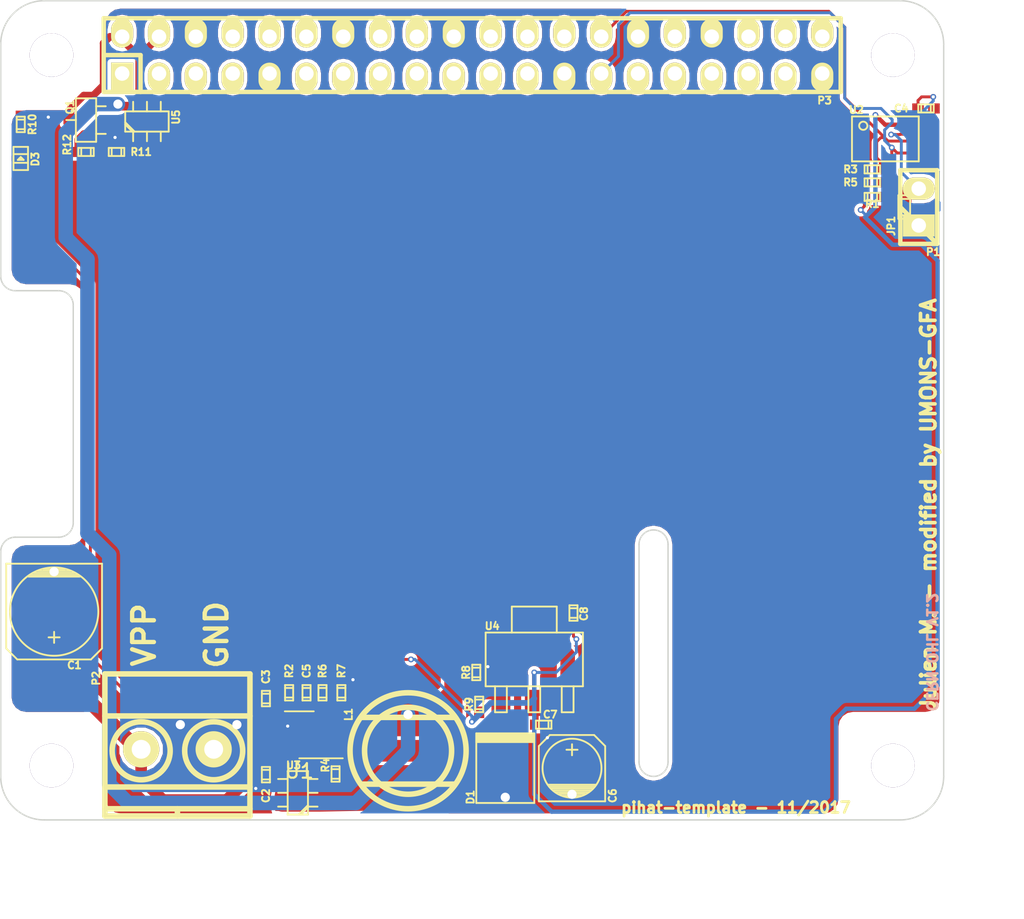
<source format=kicad_pcb>
(kicad_pcb (version 4) (host pcbnew 4.0.2+dfsg1-stable)

  (general
    (links 80)
    (no_connects 0)
    (area 104.1025 69.0525 177.679167 136.400001)
    (thickness 1.6)
    (drawings 29)
    (tracks 280)
    (zones 0)
    (modules 37)
    (nets 46)
  )

  (page A4)
  (title_block
    (title "Raspberry Pi Hat Template")
    (date 2015-12-24)
    (rev 0.1)
    (company OpenFet)
    (comment 1 "Author: Julien")
    (comment 2 "License: CERN OHL V1.2")
  )

  (layers
    (0 F.Cu signal)
    (31 B.Cu signal)
    (32 B.Adhes user)
    (33 F.Adhes user hide)
    (34 B.Paste user)
    (35 F.Paste user)
    (36 B.SilkS user)
    (37 F.SilkS user)
    (38 B.Mask user)
    (39 F.Mask user)
    (40 Dwgs.User user)
    (41 Cmts.User user)
    (42 Eco1.User user)
    (43 Eco2.User user)
    (44 Edge.Cuts user)
    (45 Margin user)
    (46 B.CrtYd user)
    (47 F.CrtYd user)
    (48 B.Fab user)
    (49 F.Fab user)
  )

  (setup
    (last_trace_width 0.2)
    (user_trace_width 0.1)
    (user_trace_width 0.2)
    (user_trace_width 0.3)
    (user_trace_width 0.4)
    (user_trace_width 0.5)
    (user_trace_width 0.6)
    (user_trace_width 0.8)
    (user_trace_width 1)
    (trace_clearance 0.15)
    (zone_clearance 0.23)
    (zone_45_only no)
    (trace_min 0.1)
    (segment_width 0.2)
    (edge_width 0.1)
    (via_size 0.889)
    (via_drill 0.635)
    (via_min_size 0.26)
    (via_min_drill 0.16)
    (user_via 0.4 0.22)
    (user_via 1.5 0.8)
    (uvia_size 0.508)
    (uvia_drill 0.127)
    (uvias_allowed no)
    (uvia_min_size 0.508)
    (uvia_min_drill 0.127)
    (pcb_text_width 0.3)
    (pcb_text_size 1.5 1.5)
    (mod_edge_width 0.15)
    (mod_text_size 1 1)
    (mod_text_width 0.15)
    (pad_size 1.625 1.625)
    (pad_drill 0)
    (pad_to_mask_clearance 0)
    (aux_axis_origin 0 0)
    (grid_origin 211.1 101.7)
    (visible_elements 7FFFFF7F)
    (pcbplotparams
      (layerselection 0x010f0_80000001)
      (usegerberextensions false)
      (excludeedgelayer true)
      (linewidth 0.100000)
      (plotframeref false)
      (viasonmask false)
      (mode 1)
      (useauxorigin false)
      (hpglpennumber 1)
      (hpglpenspeed 20)
      (hpglpendiameter 15)
      (hpglpenoverlay 2)
      (psnegative false)
      (psa4output false)
      (plotreference true)
      (plotvalue true)
      (plotinvisibletext false)
      (padsonsilk false)
      (subtractmaskfromsilk false)
      (outputformat 1)
      (mirror false)
      (drillshape 0)
      (scaleselection 1)
      (outputdirectory /home/mangokid/Desktop/hat_gerber/))
  )

  (net 0 "")
  (net 1 GND)
  (net 2 "/Back Power Protection/5V_MCU")
  (net 3 +3V3)
  (net 4 +24V)
  (net 5 +5V)
  (net 6 "Net-(C3-Pad2)")
  (net 7 "Net-(C5-Pad2)")
  (net 8 "Net-(D1-Pad2)")
  (net 9 "Net-(D3-Pad2)")
  (net 10 "Net-(JP1-Pad1)")
  (net 11 "Net-(P3-Pad27)")
  (net 12 "Net-(P3-Pad28)")
  (net 13 "Net-(Q1-Pad1)")
  (net 14 "Net-(R4-Pad2)")
  (net 15 "Net-(R8-Pad1)")
  (net 16 "Net-(R11-Pad1)")
  (net 17 "Net-(U1-Pad3)")
  (net 18 "Net-(U1-Pad7)")
  (net 19 "Net-(P3-Pad1)")
  (net 20 "Net-(P3-Pad3)")
  (net 21 "Net-(P3-Pad5)")
  (net 22 "Net-(P3-Pad7)")
  (net 23 "Net-(P3-Pad8)")
  (net 24 "Net-(P3-Pad10)")
  (net 25 "Net-(P3-Pad11)")
  (net 26 "Net-(P3-Pad12)")
  (net 27 "Net-(P3-Pad13)")
  (net 28 "Net-(P3-Pad15)")
  (net 29 "Net-(P3-Pad16)")
  (net 30 "Net-(P3-Pad17)")
  (net 31 "Net-(P3-Pad18)")
  (net 32 "Net-(P3-Pad19)")
  (net 33 "Net-(P3-Pad21)")
  (net 34 "Net-(P3-Pad22)")
  (net 35 "Net-(P3-Pad23)")
  (net 36 "Net-(P3-Pad24)")
  (net 37 "Net-(P3-Pad26)")
  (net 38 "Net-(P3-Pad29)")
  (net 39 "Net-(P3-Pad31)")
  (net 40 "Net-(P3-Pad32)")
  (net 41 "Net-(P3-Pad33)")
  (net 42 "Net-(P3-Pad35)")
  (net 43 "Net-(P3-Pad36)")
  (net 44 "Net-(P3-Pad37)")
  (net 45 "Net-(P3-Pad40)")

  (net_class Default "This is the default net class."
    (clearance 0.15)
    (trace_width 0.2)
    (via_dia 0.889)
    (via_drill 0.635)
    (uvia_dia 0.508)
    (uvia_drill 0.127)
    (add_net +24V)
    (add_net +3V3)
    (add_net +5V)
    (add_net "/Back Power Protection/5V_MCU")
    (add_net GND)
    (add_net "Net-(C3-Pad2)")
    (add_net "Net-(C5-Pad2)")
    (add_net "Net-(D1-Pad2)")
    (add_net "Net-(D3-Pad2)")
    (add_net "Net-(JP1-Pad1)")
    (add_net "Net-(P3-Pad1)")
    (add_net "Net-(P3-Pad10)")
    (add_net "Net-(P3-Pad11)")
    (add_net "Net-(P3-Pad12)")
    (add_net "Net-(P3-Pad13)")
    (add_net "Net-(P3-Pad15)")
    (add_net "Net-(P3-Pad16)")
    (add_net "Net-(P3-Pad17)")
    (add_net "Net-(P3-Pad18)")
    (add_net "Net-(P3-Pad19)")
    (add_net "Net-(P3-Pad21)")
    (add_net "Net-(P3-Pad22)")
    (add_net "Net-(P3-Pad23)")
    (add_net "Net-(P3-Pad24)")
    (add_net "Net-(P3-Pad26)")
    (add_net "Net-(P3-Pad27)")
    (add_net "Net-(P3-Pad28)")
    (add_net "Net-(P3-Pad29)")
    (add_net "Net-(P3-Pad3)")
    (add_net "Net-(P3-Pad31)")
    (add_net "Net-(P3-Pad32)")
    (add_net "Net-(P3-Pad33)")
    (add_net "Net-(P3-Pad35)")
    (add_net "Net-(P3-Pad36)")
    (add_net "Net-(P3-Pad37)")
    (add_net "Net-(P3-Pad40)")
    (add_net "Net-(P3-Pad5)")
    (add_net "Net-(P3-Pad7)")
    (add_net "Net-(P3-Pad8)")
    (add_net "Net-(Q1-Pad1)")
    (add_net "Net-(R11-Pad1)")
    (add_net "Net-(R4-Pad2)")
    (add_net "Net-(R8-Pad1)")
    (add_net "Net-(U1-Pad3)")
    (add_net "Net-(U1-Pad7)")
  )

  (module w_pin_strip:pin_socket_20x2 (layer F.Cu) (tedit 567B9DD9) (tstamp 5509D7DA)
    (at 137.42 74.82)
    (descr "Pin socket 20x2pin")
    (tags "CONN DEV")
    (path /54E92361)
    (fp_text reference P3 (at 24.29 3.13) (layer F.SilkS)
      (effects (font (size 0.5 0.5) (thickness 0.125)))
    )
    (fp_text value Raspberry_Pi_+_Conn (at 0 -5.08) (layer F.SilkS) hide
      (effects (font (size 0.5 0.5) (thickness 0.125)))
    )
    (fp_line (start 25.4 2.54) (end -25.4 2.54) (layer F.SilkS) (width 0.3048))
    (fp_line (start -25.4 -2.54) (end 25.4 -2.54) (layer F.SilkS) (width 0.3048))
    (fp_line (start -25.4 0) (end -22.86 0) (layer F.SilkS) (width 0.3048))
    (fp_line (start -22.86 0) (end -22.86 2.54) (layer F.SilkS) (width 0.3048))
    (fp_line (start -25.4 -2.54) (end -25.4 2.54) (layer F.SilkS) (width 0.3048))
    (fp_line (start 25.4 2.54) (end 25.4 -2.54) (layer F.SilkS) (width 0.3048))
    (pad 1 thru_hole rect (at -24.13 1.27) (size 1.524 1.99898) (drill 1.00076 (offset 0 0.24892)) (layers *.Cu *.Mask F.SilkS)
      (net 19 "Net-(P3-Pad1)"))
    (pad 2 thru_hole oval (at -24.13 -1.27) (size 1.524 1.99898) (drill 1.00076 (offset 0 -0.24892)) (layers *.Cu *.Mask F.SilkS)
      (net 2 "/Back Power Protection/5V_MCU"))
    (pad 3 thru_hole oval (at -21.59 1.27) (size 1.524 1.99898) (drill 1.00076 (offset 0 0.24892)) (layers *.Cu *.Mask F.SilkS)
      (net 20 "Net-(P3-Pad3)"))
    (pad 4 thru_hole oval (at -21.59 -1.27) (size 1.524 1.99898) (drill 1.00076 (offset 0 -0.24892)) (layers *.Cu *.Mask F.SilkS)
      (net 2 "/Back Power Protection/5V_MCU"))
    (pad 5 thru_hole oval (at -19.05 1.27) (size 1.524 1.99898) (drill 1.00076 (offset 0 0.24892)) (layers *.Cu *.Mask F.SilkS)
      (net 21 "Net-(P3-Pad5)"))
    (pad 6 thru_hole oval (at -19.05 -1.27) (size 1.524 1.99898) (drill 1.00076 (offset 0 -0.24892)) (layers *.Cu *.Mask F.SilkS)
      (net 1 GND))
    (pad 7 thru_hole oval (at -16.51 1.27) (size 1.524 1.99898) (drill 1.00076 (offset 0 0.24892)) (layers *.Cu *.Mask F.SilkS)
      (net 22 "Net-(P3-Pad7)"))
    (pad 8 thru_hole oval (at -16.51 -1.27) (size 1.524 1.99898) (drill 1.00076 (offset 0 -0.24892)) (layers *.Cu *.Mask F.SilkS)
      (net 23 "Net-(P3-Pad8)"))
    (pad 9 thru_hole oval (at -13.97 1.27) (size 1.524 1.99898) (drill 1.00076 (offset 0 0.24892)) (layers *.Cu *.Mask F.SilkS)
      (net 1 GND))
    (pad 10 thru_hole oval (at -13.97 -1.27) (size 1.524 1.99898) (drill 1.00076 (offset 0 -0.24892)) (layers *.Cu *.Mask F.SilkS)
      (net 24 "Net-(P3-Pad10)"))
    (pad 11 thru_hole oval (at -11.43 1.27) (size 1.524 1.99898) (drill 1.00076 (offset 0 0.24892)) (layers *.Cu *.Mask F.SilkS)
      (net 25 "Net-(P3-Pad11)"))
    (pad 12 thru_hole oval (at -11.43 -1.27) (size 1.524 1.99898) (drill 1.00076 (offset 0 -0.24892)) (layers *.Cu *.Mask F.SilkS)
      (net 26 "Net-(P3-Pad12)"))
    (pad 13 thru_hole oval (at -8.89 1.27) (size 1.524 1.99898) (drill 1.00076 (offset 0 0.24892)) (layers *.Cu *.Mask F.SilkS)
      (net 27 "Net-(P3-Pad13)"))
    (pad 14 thru_hole oval (at -8.89 -1.27) (size 1.524 1.99898) (drill 1.00076 (offset 0 -0.24892)) (layers *.Cu *.Mask F.SilkS)
      (net 1 GND))
    (pad 15 thru_hole oval (at -6.35 1.27) (size 1.524 1.99898) (drill 1.00076 (offset 0 0.24892)) (layers *.Cu *.Mask F.SilkS)
      (net 28 "Net-(P3-Pad15)"))
    (pad 16 thru_hole oval (at -6.35 -1.27) (size 1.524 1.99898) (drill 1.00076 (offset 0 -0.24892)) (layers *.Cu *.Mask F.SilkS)
      (net 29 "Net-(P3-Pad16)"))
    (pad 17 thru_hole oval (at -3.81 1.27) (size 1.524 1.99898) (drill 1.00076 (offset 0 0.24892)) (layers *.Cu *.Mask F.SilkS)
      (net 30 "Net-(P3-Pad17)"))
    (pad 18 thru_hole oval (at -3.81 -1.27) (size 1.524 1.99898) (drill 1.00076 (offset 0 -0.24892)) (layers *.Cu *.Mask F.SilkS)
      (net 31 "Net-(P3-Pad18)"))
    (pad 19 thru_hole oval (at -1.27 1.27) (size 1.524 1.99898) (drill 1.00076 (offset 0 0.24892)) (layers *.Cu *.Mask F.SilkS)
      (net 32 "Net-(P3-Pad19)"))
    (pad 20 thru_hole oval (at -1.27 -1.27) (size 1.524 1.99898) (drill 1.00076 (offset 0 -0.24892)) (layers *.Cu *.Mask F.SilkS)
      (net 1 GND))
    (pad 21 thru_hole oval (at 1.27 1.27) (size 1.524 1.99898) (drill 1.00076 (offset 0 0.24892)) (layers *.Cu *.Mask F.SilkS)
      (net 33 "Net-(P3-Pad21)"))
    (pad 22 thru_hole oval (at 1.27 -1.27) (size 1.524 1.99898) (drill 1.00076 (offset 0 -0.24892)) (layers *.Cu *.Mask F.SilkS)
      (net 34 "Net-(P3-Pad22)"))
    (pad 23 thru_hole oval (at 3.81 1.27) (size 1.524 1.99898) (drill 1.00076 (offset 0 0.24892)) (layers *.Cu *.Mask F.SilkS)
      (net 35 "Net-(P3-Pad23)"))
    (pad 24 thru_hole oval (at 3.81 -1.27) (size 1.524 1.99898) (drill 1.00076 (offset 0 -0.24892)) (layers *.Cu *.Mask F.SilkS)
      (net 36 "Net-(P3-Pad24)"))
    (pad 25 thru_hole oval (at 6.35 1.27) (size 1.524 1.99898) (drill 1.00076 (offset 0 0.24892)) (layers *.Cu *.Mask F.SilkS)
      (net 1 GND))
    (pad 26 thru_hole oval (at 6.35 -1.27) (size 1.524 1.99898) (drill 1.00076 (offset 0 -0.24892)) (layers *.Cu *.Mask F.SilkS)
      (net 37 "Net-(P3-Pad26)"))
    (pad 27 thru_hole oval (at 8.89 1.27) (size 1.524 1.99898) (drill 1.00076 (offset 0 0.24892)) (layers *.Cu *.Mask F.SilkS)
      (net 11 "Net-(P3-Pad27)"))
    (pad 28 thru_hole oval (at 8.89 -1.27) (size 1.524 1.99898) (drill 1.00076 (offset 0 -0.24892)) (layers *.Cu *.Mask F.SilkS)
      (net 12 "Net-(P3-Pad28)"))
    (pad 29 thru_hole oval (at 11.43 1.27) (size 1.524 1.99898) (drill 1.00076 (offset 0 0.24892)) (layers *.Cu *.Mask F.SilkS)
      (net 38 "Net-(P3-Pad29)"))
    (pad 30 thru_hole oval (at 11.43 -1.27) (size 1.524 1.99898) (drill 1.00076 (offset 0 -0.24892)) (layers *.Cu *.Mask F.SilkS)
      (net 1 GND))
    (pad 31 thru_hole oval (at 13.97 1.27) (size 1.524 1.99898) (drill 1.00076 (offset 0 0.24892)) (layers *.Cu *.Mask F.SilkS)
      (net 39 "Net-(P3-Pad31)"))
    (pad 32 thru_hole oval (at 13.97 -1.27) (size 1.524 1.99898) (drill 1.00076 (offset 0 -0.24892)) (layers *.Cu *.Mask F.SilkS)
      (net 40 "Net-(P3-Pad32)"))
    (pad 33 thru_hole oval (at 16.51 1.27) (size 1.524 1.99898) (drill 1.00076 (offset 0 0.24892)) (layers *.Cu *.Mask F.SilkS)
      (net 41 "Net-(P3-Pad33)"))
    (pad 34 thru_hole oval (at 16.51 -1.27) (size 1.524 1.99898) (drill 1.00076 (offset 0 -0.24892)) (layers *.Cu *.Mask F.SilkS)
      (net 1 GND))
    (pad 35 thru_hole oval (at 19.05 1.27) (size 1.524 1.99898) (drill 1.00076 (offset 0 0.24892)) (layers *.Cu *.Mask F.SilkS)
      (net 42 "Net-(P3-Pad35)"))
    (pad 36 thru_hole oval (at 19.05 -1.27) (size 1.524 1.99898) (drill 1.00076 (offset 0 -0.24892)) (layers *.Cu *.Mask F.SilkS)
      (net 43 "Net-(P3-Pad36)"))
    (pad 37 thru_hole oval (at 21.59 1.27) (size 1.524 1.99898) (drill 1.00076 (offset 0 0.24892)) (layers *.Cu *.Mask F.SilkS)
      (net 44 "Net-(P3-Pad37)"))
    (pad 38 thru_hole oval (at 21.59 -1.27) (size 1.524 1.99898) (drill 1.00076 (offset 0 -0.24892)) (layers *.Cu *.Mask F.SilkS))
    (pad 39 thru_hole oval (at 24.13 1.27) (size 1.524 1.99898) (drill 1.00076 (offset 0 0.24892)) (layers *.Cu *.Mask F.SilkS)
      (net 1 GND))
    (pad 40 thru_hole oval (at 24.13 -1.27) (size 1.524 1.99898) (drill 1.00076 (offset 0 -0.24892)) (layers *.Cu *.Mask F.SilkS)
      (net 45 "Net-(P3-Pad40)"))
    (model walter/pin_strip/pin_socket_20x2.wrl
      (at (xyz 0 0 0))
      (scale (xyz 1 1 1))
      (rotate (xyz 0 0 0))
    )
  )

  (module Mounting_Holes:MountingHole_3mm locked (layer F.Cu) (tedit 5509CE9A) (tstamp 5509D3BE)
    (at 166.42 74.82)
    (descr "Mounting hole, Befestigungsbohrung, 3mm, No Annular, Kein Restring,")
    (tags "Mounting hole, Befestigungsbohrung, 3mm, No Annular, Kein Restring,")
    (fp_text reference REF** (at 0 -4.0005) (layer F.SilkS) hide
      (effects (font (size 0.5 0.5) (thickness 0.125)))
    )
    (fp_text value MountingHole_3mm (at 1.00076 5.00126) (layer F.Fab) hide
      (effects (font (size 0.5 0.5) (thickness 0.125)))
    )
    (fp_circle (center 0 0) (end 2.99974 0) (layer Cmts.User) (width 0.381))
    (pad 1 thru_hole circle (at 0 0) (size 2.99974 2.99974) (drill 2.99974) (layers))
  )

  (module Mounting_Holes:MountingHole_3mm locked (layer F.Cu) (tedit 5509CEA9) (tstamp 5509D3C4)
    (at 166.42 123.82)
    (descr "Mounting hole, Befestigungsbohrung, 3mm, No Annular, Kein Restring,")
    (tags "Mounting hole, Befestigungsbohrung, 3mm, No Annular, Kein Restring,")
    (fp_text reference REF** (at 0 -4.0005) (layer F.SilkS) hide
      (effects (font (size 0.5 0.5) (thickness 0.125)))
    )
    (fp_text value MountingHole_3mm (at 1.00076 5.00126) (layer F.Fab) hide
      (effects (font (size 0.5 0.5) (thickness 0.125)))
    )
    (fp_circle (center 0 0) (end 2.99974 0) (layer Cmts.User) (width 0.381))
    (pad 1 thru_hole circle (at 0 0) (size 2.99974 2.99974) (drill 2.99974) (layers))
  )

  (module Mounting_Holes:MountingHole_3mm locked (layer F.Cu) (tedit 5509CEA3) (tstamp 5509D3C2)
    (at 108.42 123.82)
    (descr "Mounting hole, Befestigungsbohrung, 3mm, No Annular, Kein Restring,")
    (tags "Mounting hole, Befestigungsbohrung, 3mm, No Annular, Kein Restring,")
    (fp_text reference REF** (at 0 -4.0005) (layer F.SilkS) hide
      (effects (font (size 0.5 0.5) (thickness 0.125)))
    )
    (fp_text value MountingHole_3mm (at 1.00076 5.00126) (layer F.Fab) hide
      (effects (font (size 0.5 0.5) (thickness 0.125)))
    )
    (fp_circle (center 0 0) (end 2.99974 0) (layer Cmts.User) (width 0.381))
    (pad 1 thru_hole circle (at 0 0) (size 2.99974 2.99974) (drill 2.99974) (layers))
  )

  (module Mounting_Holes:MountingHole_3mm locked (layer F.Cu) (tedit 5509CE9D) (tstamp 5509D3C0)
    (at 108.42 74.82)
    (descr "Mounting hole, Befestigungsbohrung, 3mm, No Annular, Kein Restring,")
    (tags "Mounting hole, Befestigungsbohrung, 3mm, No Annular, Kein Restring,")
    (fp_text reference REF** (at 0 -4.0005) (layer F.SilkS) hide
      (effects (font (size 0.5 0.5) (thickness 0.125)))
    )
    (fp_text value MountingHole_3mm (at 1.00076 5.00126) (layer F.Fab) hide
      (effects (font (size 0.5 0.5) (thickness 0.125)))
    )
    (fp_circle (center 0 0) (end 2.99974 0) (layer Cmts.User) (width 0.381))
    (pad 1 thru_hole circle (at 0 0) (size 2.99974 2.99974) (drill 2.99974) (layers))
  )

  (module w_smd_cap:c_elec_6.3x7.7 (layer F.Cu) (tedit 0) (tstamp 567BAADB)
    (at 108.6 113.2 270)
    (descr "SMT capacitor, aluminium electrolytic, 6.3x7.7")
    (path /54E990D4)
    (fp_text reference C1 (at 3.7 -1.4 360) (layer F.SilkS)
      (effects (font (size 0.5 0.5) (thickness 0.125)))
    )
    (fp_text value 50uf/50v (at 0 3.81 270) (layer F.SilkS) hide
      (effects (font (size 0.5 0.5) (thickness 0.125)))
    )
    (fp_line (start -2.921 -0.762) (end -2.921 0.762) (layer F.SilkS) (width 0.127))
    (fp_line (start -2.794 1.143) (end -2.794 -1.143) (layer F.SilkS) (width 0.127))
    (fp_line (start -2.667 -1.397) (end -2.667 1.397) (layer F.SilkS) (width 0.127))
    (fp_line (start -2.54 1.651) (end -2.54 -1.651) (layer F.SilkS) (width 0.127))
    (fp_line (start -2.413 -1.778) (end -2.413 1.778) (layer F.SilkS) (width 0.127))
    (fp_circle (center 0 0) (end -3.048 0) (layer F.SilkS) (width 0.127))
    (fp_line (start -3.302 -3.302) (end -3.302 3.302) (layer F.SilkS) (width 0.127))
    (fp_line (start -3.302 3.302) (end 2.54 3.302) (layer F.SilkS) (width 0.127))
    (fp_line (start 2.54 3.302) (end 3.302 2.54) (layer F.SilkS) (width 0.127))
    (fp_line (start 3.302 2.54) (end 3.302 -2.54) (layer F.SilkS) (width 0.127))
    (fp_line (start 3.302 -2.54) (end 2.54 -3.302) (layer F.SilkS) (width 0.127))
    (fp_line (start 2.54 -3.302) (end -3.302 -3.302) (layer F.SilkS) (width 0.127))
    (fp_line (start 2.159 0) (end 1.397 0) (layer F.SilkS) (width 0.127))
    (fp_line (start 1.778 -0.381) (end 1.778 0.381) (layer F.SilkS) (width 0.127))
    (pad 1 smd rect (at 2.75082 0 270) (size 3.59918 1.6002) (layers F.Cu F.Paste F.Mask)
      (net 4 +24V))
    (pad 2 smd rect (at -2.75082 0 270) (size 3.59918 1.6002) (layers F.Cu F.Paste F.Mask)
      (net 1 GND))
    (model walter/smd_cap/c_elec_6_3x7_7.wrl
      (at (xyz 0 0 0))
      (scale (xyz 1 1 1))
      (rotate (xyz 0 0 0))
    )
  )

  (module w_smd_cap:c_0402 (layer F.Cu) (tedit 0) (tstamp 567BAAE7)
    (at 123.2 124.44864 90)
    (descr "SMT capacitor, 0402")
    (path /54E98A38)
    (fp_text reference C2 (at -1.45136 0 90) (layer F.SilkS)
      (effects (font (size 0.5 0.5) (thickness 0.125)))
    )
    (fp_text value 0.1uf (at 0 0.4826 90) (layer F.SilkS) hide
      (effects (font (size 0.5 0.5) (thickness 0.125)))
    )
    (fp_line (start 0.3302 -0.2794) (end 0.3302 0.2794) (layer F.SilkS) (width 0.127))
    (fp_line (start -0.3302 -0.2794) (end -0.3302 0.2794) (layer F.SilkS) (width 0.127))
    (fp_line (start -0.5334 -0.2794) (end -0.5334 0.2794) (layer F.SilkS) (width 0.127))
    (fp_line (start -0.5334 0.2794) (end 0.5334 0.2794) (layer F.SilkS) (width 0.127))
    (fp_line (start 0.5334 0.2794) (end 0.5334 -0.2794) (layer F.SilkS) (width 0.127))
    (fp_line (start 0.5334 -0.2794) (end -0.5334 -0.2794) (layer F.SilkS) (width 0.127))
    (pad 1 smd rect (at 0.54864 0 90) (size 0.8001 0.6985) (layers F.Cu F.Paste F.Mask)
      (net 4 +24V))
    (pad 2 smd rect (at -0.54864 0 90) (size 0.8001 0.6985) (layers F.Cu F.Paste F.Mask)
      (net 1 GND))
    (model walter/smd_cap/c_0402.wrl
      (at (xyz 0 0 0))
      (scale (xyz 1 1 1))
      (rotate (xyz 0 0 0))
    )
  )

  (module w_smd_cap:c_0402 (layer F.Cu) (tedit 0) (tstamp 567BAAF3)
    (at 123.2 119.2 90)
    (descr "SMT capacitor, 0402")
    (path /54E992BB)
    (fp_text reference C3 (at 1.5 0 90) (layer F.SilkS)
      (effects (font (size 0.5 0.5) (thickness 0.125)))
    )
    (fp_text value 1nf (at 0 0.4826 90) (layer F.SilkS) hide
      (effects (font (size 0.5 0.5) (thickness 0.125)))
    )
    (fp_line (start 0.3302 -0.2794) (end 0.3302 0.2794) (layer F.SilkS) (width 0.127))
    (fp_line (start -0.3302 -0.2794) (end -0.3302 0.2794) (layer F.SilkS) (width 0.127))
    (fp_line (start -0.5334 -0.2794) (end -0.5334 0.2794) (layer F.SilkS) (width 0.127))
    (fp_line (start -0.5334 0.2794) (end 0.5334 0.2794) (layer F.SilkS) (width 0.127))
    (fp_line (start 0.5334 0.2794) (end 0.5334 -0.2794) (layer F.SilkS) (width 0.127))
    (fp_line (start 0.5334 -0.2794) (end -0.5334 -0.2794) (layer F.SilkS) (width 0.127))
    (pad 1 smd rect (at 0.54864 0 90) (size 0.8001 0.6985) (layers F.Cu F.Paste F.Mask)
      (net 4 +24V))
    (pad 2 smd rect (at -0.54864 0 90) (size 0.8001 0.6985) (layers F.Cu F.Paste F.Mask)
      (net 6 "Net-(C3-Pad2)"))
    (model walter/smd_cap/c_0402.wrl
      (at (xyz 0 0 0))
      (scale (xyz 1 1 1))
      (rotate (xyz 0 0 0))
    )
  )

  (module w_smd_cap:c_0402 (layer F.Cu) (tedit 0) (tstamp 567BAAFF)
    (at 168.7 78.5)
    (descr "SMT capacitor, 0402")
    (path /551D5AC8)
    (fp_text reference C4 (at -1.7 0) (layer F.SilkS)
      (effects (font (size 0.5 0.5) (thickness 0.125)))
    )
    (fp_text value 0.1uf (at 0 0.4826) (layer F.SilkS) hide
      (effects (font (size 0.5 0.5) (thickness 0.125)))
    )
    (fp_line (start 0.3302 -0.2794) (end 0.3302 0.2794) (layer F.SilkS) (width 0.127))
    (fp_line (start -0.3302 -0.2794) (end -0.3302 0.2794) (layer F.SilkS) (width 0.127))
    (fp_line (start -0.5334 -0.2794) (end -0.5334 0.2794) (layer F.SilkS) (width 0.127))
    (fp_line (start -0.5334 0.2794) (end 0.5334 0.2794) (layer F.SilkS) (width 0.127))
    (fp_line (start 0.5334 0.2794) (end 0.5334 -0.2794) (layer F.SilkS) (width 0.127))
    (fp_line (start 0.5334 -0.2794) (end -0.5334 -0.2794) (layer F.SilkS) (width 0.127))
    (pad 1 smd rect (at 0.54864 0) (size 0.8001 0.6985) (layers F.Cu F.Paste F.Mask)
      (net 3 +3V3))
    (pad 2 smd rect (at -0.54864 0) (size 0.8001 0.6985) (layers F.Cu F.Paste F.Mask)
      (net 1 GND))
    (model walter/smd_cap/c_0402.wrl
      (at (xyz 0 0 0))
      (scale (xyz 1 1 1))
      (rotate (xyz 0 0 0))
    )
  )

  (module w_smd_cap:c_0402 (layer F.Cu) (tedit 0) (tstamp 567BAB0B)
    (at 126 118.8 90)
    (descr "SMT capacitor, 0402")
    (path /54EE7CB1)
    (fp_text reference C5 (at 1.5 0 90) (layer F.SilkS)
      (effects (font (size 0.5 0.5) (thickness 0.125)))
    )
    (fp_text value 0.1uf (at 0 0.4826 90) (layer F.SilkS) hide
      (effects (font (size 0.5 0.5) (thickness 0.125)))
    )
    (fp_line (start 0.3302 -0.2794) (end 0.3302 0.2794) (layer F.SilkS) (width 0.127))
    (fp_line (start -0.3302 -0.2794) (end -0.3302 0.2794) (layer F.SilkS) (width 0.127))
    (fp_line (start -0.5334 -0.2794) (end -0.5334 0.2794) (layer F.SilkS) (width 0.127))
    (fp_line (start -0.5334 0.2794) (end 0.5334 0.2794) (layer F.SilkS) (width 0.127))
    (fp_line (start 0.5334 0.2794) (end 0.5334 -0.2794) (layer F.SilkS) (width 0.127))
    (fp_line (start 0.5334 -0.2794) (end -0.5334 -0.2794) (layer F.SilkS) (width 0.127))
    (pad 1 smd rect (at 0.54864 0 90) (size 0.8001 0.6985) (layers F.Cu F.Paste F.Mask)
      (net 5 +5V))
    (pad 2 smd rect (at -0.54864 0 90) (size 0.8001 0.6985) (layers F.Cu F.Paste F.Mask)
      (net 7 "Net-(C5-Pad2)"))
    (model walter/smd_cap/c_0402.wrl
      (at (xyz 0 0 0))
      (scale (xyz 1 1 1))
      (rotate (xyz 0 0 0))
    )
  )

  (module w_smd_cap:c_elec_4x5.3 (layer F.Cu) (tedit 0) (tstamp 567BAB22)
    (at 144.3 124 90)
    (descr "SMT capacitor, aluminium electrolytic, 4x5.3")
    (path /54F356B7)
    (fp_text reference C6 (at -1.9 2.8 90) (layer F.SilkS)
      (effects (font (size 0.5 0.5) (thickness 0.125)))
    )
    (fp_text value 10uf/6.3V (at 0 2.794 90) (layer F.SilkS) hide
      (effects (font (size 0.5 0.5) (thickness 0.125)))
    )
    (fp_line (start 1.651 0) (end 0.889 0) (layer F.SilkS) (width 0.127))
    (fp_line (start 1.27 -0.381) (end 1.27 0.381) (layer F.SilkS) (width 0.127))
    (fp_line (start 1.524 2.286) (end -2.286 2.286) (layer F.SilkS) (width 0.127))
    (fp_line (start 2.286 -1.524) (end 2.286 1.524) (layer F.SilkS) (width 0.127))
    (fp_line (start 1.524 2.286) (end 2.286 1.524) (layer F.SilkS) (width 0.127))
    (fp_line (start 1.524 -2.286) (end -2.286 -2.286) (layer F.SilkS) (width 0.127))
    (fp_line (start 1.524 -2.286) (end 2.286 -1.524) (layer F.SilkS) (width 0.127))
    (fp_line (start -2.032 0.127) (end -2.032 -0.127) (layer F.SilkS) (width 0.127))
    (fp_line (start -1.905 -0.635) (end -1.905 0.635) (layer F.SilkS) (width 0.127))
    (fp_line (start -1.778 0.889) (end -1.778 -0.889) (layer F.SilkS) (width 0.127))
    (fp_line (start -1.651 1.143) (end -1.651 -1.143) (layer F.SilkS) (width 0.127))
    (fp_line (start -1.524 -1.27) (end -1.524 1.27) (layer F.SilkS) (width 0.127))
    (fp_line (start -1.397 1.397) (end -1.397 -1.397) (layer F.SilkS) (width 0.127))
    (fp_line (start -1.27 -1.524) (end -1.27 1.524) (layer F.SilkS) (width 0.127))
    (fp_line (start -1.143 -1.651) (end -1.143 1.651) (layer F.SilkS) (width 0.127))
    (fp_circle (center 0 0) (end -2.032 0) (layer F.SilkS) (width 0.127))
    (fp_line (start -2.286 -2.286) (end -2.286 2.286) (layer F.SilkS) (width 0.127))
    (pad 1 smd rect (at 1.80086 0 90) (size 2.60096 1.6002) (layers F.Cu F.Paste F.Mask)
      (net 5 +5V))
    (pad 2 smd rect (at -1.80086 0 90) (size 2.60096 1.6002) (layers F.Cu F.Paste F.Mask)
      (net 1 GND))
    (model walter/smd_cap/c_elec_4x5_3.wrl
      (at (xyz 0 0 0))
      (scale (xyz 1 1 1))
      (rotate (xyz 0 0 0))
    )
  )

  (module w_smd_cap:c_0402 (layer F.Cu) (tedit 0) (tstamp 567BAB2E)
    (at 142.34864 121 180)
    (descr "SMT capacitor, 0402")
    (path /54EE8291)
    (fp_text reference C7 (at -0.45136 0.7 180) (layer F.SilkS)
      (effects (font (size 0.5 0.5) (thickness 0.125)))
    )
    (fp_text value 0.1uf (at 0 0.4826 180) (layer F.SilkS) hide
      (effects (font (size 0.5 0.5) (thickness 0.125)))
    )
    (fp_line (start 0.3302 -0.2794) (end 0.3302 0.2794) (layer F.SilkS) (width 0.127))
    (fp_line (start -0.3302 -0.2794) (end -0.3302 0.2794) (layer F.SilkS) (width 0.127))
    (fp_line (start -0.5334 -0.2794) (end -0.5334 0.2794) (layer F.SilkS) (width 0.127))
    (fp_line (start -0.5334 0.2794) (end 0.5334 0.2794) (layer F.SilkS) (width 0.127))
    (fp_line (start 0.5334 0.2794) (end 0.5334 -0.2794) (layer F.SilkS) (width 0.127))
    (fp_line (start 0.5334 -0.2794) (end -0.5334 -0.2794) (layer F.SilkS) (width 0.127))
    (pad 1 smd rect (at 0.54864 0 180) (size 0.8001 0.6985) (layers F.Cu F.Paste F.Mask)
      (net 3 +3V3))
    (pad 2 smd rect (at -0.54864 0 180) (size 0.8001 0.6985) (layers F.Cu F.Paste F.Mask)
      (net 1 GND))
    (model walter/smd_cap/c_0402.wrl
      (at (xyz 0 0 0))
      (scale (xyz 1 1 1))
      (rotate (xyz 0 0 0))
    )
  )

  (module w_smd_diode:do214aa (layer F.Cu) (tedit 0) (tstamp 567BAB55)
    (at 139.7 124 90)
    (descr DO214AA)
    (path /54E9A29D)
    (fp_text reference D1 (at -2 -2.4 90) (layer F.SilkS)
      (effects (font (size 0.5 0.5) (thickness 0.125)))
    )
    (fp_text value DIODESCH (at 0 2.49936 90) (layer F.SilkS) hide
      (effects (font (size 0.5 0.5) (thickness 0.125)))
    )
    (fp_line (start 2.30124 -1.99898) (end 2.30124 1.99898) (layer F.SilkS) (width 0.127))
    (fp_line (start 2.19964 1.99898) (end 2.19964 -1.99898) (layer F.SilkS) (width 0.127))
    (fp_line (start 2.10058 -1.99898) (end 2.10058 1.99898) (layer F.SilkS) (width 0.127))
    (fp_line (start 1.99898 1.99898) (end 1.99898 -1.99898) (layer F.SilkS) (width 0.127))
    (fp_line (start 1.89992 -1.99898) (end 1.89992 1.99898) (layer F.SilkS) (width 0.127))
    (fp_line (start 1.80086 -1.99898) (end 1.80086 1.99898) (layer F.SilkS) (width 0.127))
    (fp_line (start 2.4003 -1.99898) (end 2.4003 1.99898) (layer F.SilkS) (width 0.127))
    (fp_line (start 2.4003 1.99898) (end -2.4003 1.99898) (layer F.SilkS) (width 0.127))
    (fp_line (start -2.4003 1.99898) (end -2.4003 -1.99898) (layer F.SilkS) (width 0.127))
    (fp_line (start -2.4003 -1.99898) (end 2.4003 -1.99898) (layer F.SilkS) (width 0.127))
    (pad 2 smd rect (at 2.00914 0 90) (size 1.99898 2.30124) (layers F.Cu F.Paste F.Mask)
      (net 8 "Net-(D1-Pad2)"))
    (pad 1 smd rect (at -2.00914 0 90) (size 1.99898 2.30124) (layers F.Cu F.Paste F.Mask)
      (net 1 GND))
    (model walter/smd_diode/do214aa.wrl
      (at (xyz 0 0 0))
      (scale (xyz 1 1 1))
      (rotate (xyz 0 0 0))
    )
  )

  (module w_smd_leds:Led_0603 (layer F.Cu) (tedit 567BA339) (tstamp 567BAB72)
    (at 106.3 81.9493 90)
    (descr "SMD LED, 0603")
    (path /54F3E98A)
    (fp_text reference D3 (at -0.0507 1 90) (layer F.SilkS)
      (effects (font (size 0.5 0.5) (thickness 0.125)))
    )
    (fp_text value LED (at 0 1.19888 90) (layer F.SilkS) hide
      (effects (font (size 0.5 0.5) (thickness 0.125)))
    )
    (fp_line (start 0.29972 0.50038) (end 0.29972 -0.50038) (layer F.SilkS) (width 0.127))
    (fp_line (start -0.29972 -0.50038) (end -0.29972 0.50038) (layer F.SilkS) (width 0.127))
    (fp_line (start 0 0.09906) (end 0 -0.09906) (layer F.SilkS) (width 0.127))
    (fp_line (start -0.09906 -0.20066) (end -0.09906 0.20066) (layer F.SilkS) (width 0.127))
    (fp_line (start -0.09906 0.20066) (end 0.09906 0) (layer F.SilkS) (width 0.127))
    (fp_line (start 0.09906 0) (end -0.09906 -0.20066) (layer F.SilkS) (width 0.127))
    (fp_line (start -0.8001 -0.50038) (end 0.8001 -0.50038) (layer F.SilkS) (width 0.127))
    (fp_line (start 0.8001 -0.50038) (end 0.8001 0.50038) (layer F.SilkS) (width 0.127))
    (fp_line (start 0.8001 0.50038) (end -0.8001 0.50038) (layer F.SilkS) (width 0.127))
    (fp_line (start -0.8001 0.50038) (end -0.8001 -0.50038) (layer F.SilkS) (width 0.127))
    (pad 1 smd rect (at -0.7493 0 90) (size 0.79756 0.79756) (layers F.Cu F.Paste F.Mask)
      (net 3 +3V3))
    (pad 2 smd rect (at 0.7493 0 90) (size 0.79756 0.79756) (layers F.Cu F.Paste F.Mask)
      (net 9 "Net-(D3-Pad2)"))
    (model walter/smd_leds/led_0603.wrl
      (at (xyz 0 0 0))
      (scale (xyz 1 1 1))
      (rotate (xyz 0 0 0))
    )
  )

  (module w_smd_resistors:r_0603 (layer F.Cu) (tedit 0) (tstamp 567BAB7E)
    (at 167.2 85.3 90)
    (descr "SMT resistor, 0603")
    (path /54E9499A)
    (fp_text reference JP1 (at -1.3 -0.9 90) (layer F.SilkS)
      (effects (font (size 0.5 0.5) (thickness 0.125)))
    )
    (fp_text value JUMPER (at 0 0.6096 90) (layer F.SilkS) hide
      (effects (font (size 0.5 0.5) (thickness 0.125)))
    )
    (fp_line (start 0.5588 0.4064) (end 0.5588 -0.4064) (layer F.SilkS) (width 0.127))
    (fp_line (start -0.5588 -0.381) (end -0.5588 0.4064) (layer F.SilkS) (width 0.127))
    (fp_line (start -0.8128 -0.4064) (end 0.8128 -0.4064) (layer F.SilkS) (width 0.127))
    (fp_line (start 0.8128 -0.4064) (end 0.8128 0.4064) (layer F.SilkS) (width 0.127))
    (fp_line (start 0.8128 0.4064) (end -0.8128 0.4064) (layer F.SilkS) (width 0.127))
    (fp_line (start -0.8128 0.4064) (end -0.8128 -0.4064) (layer F.SilkS) (width 0.127))
    (pad 1 smd rect (at 0.75184 0 90) (size 0.89916 1.00076) (layers F.Cu F.Paste F.Mask)
      (net 10 "Net-(JP1-Pad1)"))
    (pad 2 smd rect (at -0.75184 0 90) (size 0.89916 1.00076) (layers F.Cu F.Paste F.Mask)
      (net 1 GND))
    (model walter/smd_resistors/r_0603.wrl
      (at (xyz 0 0 0))
      (scale (xyz 1 1 1))
      (rotate (xyz 0 0 0))
    )
  )

  (module w_smd_inductors:inductor_smd_8x5mm (layer F.Cu) (tedit 567B9F50) (tstamp 567BAB88)
    (at 133 122.8 90)
    (descr "Inductor SMD, d.8mm x h.5mm")
    (path /54E9A542)
    (fp_text reference L1 (at 2.5 -4.1 90) (layer F.SilkS)
      (effects (font (size 0.5 0.5) (thickness 0.125)))
    )
    (fp_text value 22uH (at 0 5.4991 90) (layer F.SilkS) hide
      (effects (font (thickness 0.3048)))
    )
    (fp_circle (center 0 0) (end -2.99974 0) (layer F.SilkS) (width 0.381))
    (fp_line (start 2.30124 3.2004) (end 2.30124 -3.2004) (layer F.SilkS) (width 0.381))
    (fp_line (start -2.30124 -3.2004) (end -2.30124 3.2004) (layer F.SilkS) (width 0.381))
    (fp_circle (center 0 0) (end -4.0005 0) (layer F.SilkS) (width 0.381))
    (pad 1 smd rect (at -2.49936 0 90) (size 2.9972 7.49808) (layers F.Cu F.Paste F.Mask)
      (net 8 "Net-(D1-Pad2)"))
    (pad 2 smd rect (at 2.49936 0 90) (size 2.9972 7.49808) (layers F.Cu F.Paste F.Mask)
      (net 5 +5V))
    (model walter/smd_inductors/inductor_smd_8x5mm.wrl
      (at (xyz 0 0 0))
      (scale (xyz 1 1 1))
      (rotate (xyz 0 0 0))
    )
  )

  (module w_pin_strip:pin_strip_2 (layer F.Cu) (tedit 0) (tstamp 567BAB93)
    (at 168.2 85.3 90)
    (descr "Pin strip 2pin")
    (tags "CONN DEV")
    (path /54E93748)
    (fp_text reference P1 (at -3.1 1 180) (layer F.SilkS)
      (effects (font (size 0.5 0.5) (thickness 0.125)))
    )
    (fp_text value CONN_01X02 (at 0.254 -3.556 90) (layer F.SilkS) hide
      (effects (font (size 0.5 0.5) (thickness 0.125)))
    )
    (fp_line (start -2.54 1.27) (end 0 -1.27) (layer F.SilkS) (width 0.3048))
    (fp_line (start 2.54 1.27) (end -2.54 1.27) (layer F.SilkS) (width 0.3048))
    (fp_line (start -2.54 -1.27) (end 2.54 -1.27) (layer F.SilkS) (width 0.3048))
    (fp_line (start -2.54 1.27) (end -2.54 -1.27) (layer F.SilkS) (width 0.3048))
    (fp_line (start 2.54 -1.27) (end 2.54 1.27) (layer F.SilkS) (width 0.3048))
    (pad 1 thru_hole rect (at -1.27 0 90) (size 1.524 2.19964) (drill 1.00076) (layers *.Cu *.Mask F.SilkS)
      (net 1 GND))
    (pad 2 thru_hole oval (at 1.27 0 90) (size 1.524 2.19964) (drill 1.00076) (layers *.Cu *.Mask F.SilkS)
      (net 10 "Net-(JP1-Pad1)"))
    (model walter/pin_strip/pin_strip_2.wrl
      (at (xyz 0 0 0))
      (scale (xyz 1 1 1))
      (rotate (xyz 0 0 0))
    )
  )

  (module w_conn_mkds:mkds_1,5-2 (layer F.Cu) (tedit 567BA183) (tstamp 567BABA3)
    (at 117.1 122.7)
    (descr "2-way 5mm pitch terminal block, Phoenix MKDS series")
    (path /54F65B78)
    (fp_text reference P2 (at -5.6 -4.9 90) (layer F.SilkS)
      (effects (font (size 0.5 0.5) (thickness 0.125)))
    )
    (fp_text value CONN_01X02 (at 0 5.9) (layer F.SilkS) hide
      (effects (font (size 0.5 0.5) (thickness 0.125)))
    )
    (fp_line (start 0 4.1) (end 0 4.6) (layer F.SilkS) (width 0.381))
    (fp_circle (center 2.5 0.1) (end 0.5 0.1) (layer F.SilkS) (width 0.381))
    (fp_circle (center -2.5 0.1) (end -0.5 0.1) (layer F.SilkS) (width 0.381))
    (fp_line (start -5 2.6) (end 5 2.6) (layer F.SilkS) (width 0.381))
    (fp_line (start -5 -2.3) (end 5 -2.3) (layer F.SilkS) (width 0.381))
    (fp_line (start -5 4.1) (end 5 4.1) (layer F.SilkS) (width 0.381))
    (fp_line (start -5 4.6) (end 5 4.6) (layer F.SilkS) (width 0.381))
    (fp_line (start 5 4.6) (end 5 -5.2) (layer F.SilkS) (width 0.381))
    (fp_line (start 5 -5.2) (end -5 -5.2) (layer F.SilkS) (width 0.381))
    (fp_line (start -5 -5.2) (end -5 4.6) (layer F.SilkS) (width 0.381))
    (pad 1 thru_hole circle (at -2.5 0) (size 2.5 2.5) (drill 1.3) (layers *.Cu *.Mask F.SilkS)
      (net 4 +24V))
    (pad 2 thru_hole circle (at 2.5 0) (size 2.5 2.5) (drill 1.3) (layers *.Cu *.Mask F.SilkS)
      (net 1 GND))
    (model walter/conn_mkds/mkds_1,5-2.wrl
      (at (xyz 0 0 0))
      (scale (xyz 1 1 1))
      (rotate (xyz 0 0 0))
    )
  )

  (module w_smd_trans:sot23 (layer F.Cu) (tedit 0) (tstamp 567BABE4)
    (at 110.8 79.3 90)
    (descr SOT23)
    (path /54F145DC/54F14605)
    (fp_text reference Q1 (at 0.9 -1.1 90) (layer F.SilkS)
      (effects (font (size 0.5 0.5) (thickness 0.125)))
    )
    (fp_text value BSS138 (at 0 0.3302 90) (layer F.SilkS) hide
      (effects (font (size 0.5 0.5) (thickness 0.125)))
    )
    (fp_line (start 0.9525 0.6985) (end 0.9525 1.3589) (layer F.SilkS) (width 0.127))
    (fp_line (start -0.9525 0.6985) (end -0.9525 1.3589) (layer F.SilkS) (width 0.127))
    (fp_line (start 0 -0.6985) (end 0 -1.3589) (layer F.SilkS) (width 0.127))
    (fp_line (start -1.4986 -0.6985) (end 1.4986 -0.6985) (layer F.SilkS) (width 0.127))
    (fp_line (start 1.4986 -0.6985) (end 1.4986 0.6985) (layer F.SilkS) (width 0.127))
    (fp_line (start 1.4986 0.6985) (end -1.4986 0.6985) (layer F.SilkS) (width 0.127))
    (fp_line (start -1.4986 0.6985) (end -1.4986 -0.6985) (layer F.SilkS) (width 0.127))
    (pad 1 smd rect (at -0.9525 1.05664 90) (size 0.59944 1.00076) (layers F.Cu F.Paste F.Mask)
      (net 13 "Net-(Q1-Pad1)"))
    (pad 2 smd rect (at 0 -1.05664 90) (size 0.59944 1.00076) (layers F.Cu F.Paste F.Mask)
      (net 2 "/Back Power Protection/5V_MCU"))
    (pad 3 smd rect (at 0.9525 1.05664 90) (size 0.59944 1.00076) (layers F.Cu F.Paste F.Mask)
      (net 5 +5V))
    (model walter/smd_trans/sot23.wrl
      (at (xyz 0 0 0))
      (scale (xyz 1 1 1))
      (rotate (xyz 0 0 0))
    )
  )

  (module w_smd_resistors:r_0402 (layer F.Cu) (tedit 0) (tstamp 567BABF0)
    (at 165 84.6 180)
    (descr "SMT resistor, 0402")
    (path /54E935B8)
    (fp_text reference R1 (at 0 -0.4826 180) (layer F.SilkS)
      (effects (font (size 0.5 0.5) (thickness 0.125)))
    )
    (fp_text value 1k (at 0 0.4826 180) (layer F.SilkS) hide
      (effects (font (size 0.5 0.5) (thickness 0.125)))
    )
    (fp_line (start 0.3302 -0.2794) (end 0.3302 0.2794) (layer F.SilkS) (width 0.127))
    (fp_line (start -0.3302 -0.2794) (end -0.3302 0.2794) (layer F.SilkS) (width 0.127))
    (fp_line (start -0.5334 -0.2794) (end -0.5334 0.2794) (layer F.SilkS) (width 0.127))
    (fp_line (start -0.5334 0.2794) (end 0.5334 0.2794) (layer F.SilkS) (width 0.127))
    (fp_line (start 0.5334 0.2794) (end 0.5334 -0.2794) (layer F.SilkS) (width 0.127))
    (fp_line (start 0.5334 -0.2794) (end -0.5334 -0.2794) (layer F.SilkS) (width 0.127))
    (pad 1 smd rect (at 0.54864 0 180) (size 0.8001 0.6985) (layers F.Cu F.Paste F.Mask)
      (net 3 +3V3))
    (pad 2 smd rect (at -0.54864 0 180) (size 0.8001 0.6985) (layers F.Cu F.Paste F.Mask)
      (net 10 "Net-(JP1-Pad1)"))
    (model walter/smd_resistors/r_0402.wrl
      (at (xyz 0 0 0))
      (scale (xyz 1 1 1))
      (rotate (xyz 0 0 0))
    )
  )

  (module w_smd_resistors:r_0402 (layer F.Cu) (tedit 0) (tstamp 567BABFC)
    (at 124.8 118.8 90)
    (descr "SMT resistor, 0402")
    (path /54E985D4)
    (fp_text reference R2 (at 1.5 0 90) (layer F.SilkS)
      (effects (font (size 0.5 0.5) (thickness 0.125)))
    )
    (fp_text value 24k (at 0 0.4826 90) (layer F.SilkS) hide
      (effects (font (size 0.5 0.5) (thickness 0.125)))
    )
    (fp_line (start 0.3302 -0.2794) (end 0.3302 0.2794) (layer F.SilkS) (width 0.127))
    (fp_line (start -0.3302 -0.2794) (end -0.3302 0.2794) (layer F.SilkS) (width 0.127))
    (fp_line (start -0.5334 -0.2794) (end -0.5334 0.2794) (layer F.SilkS) (width 0.127))
    (fp_line (start -0.5334 0.2794) (end 0.5334 0.2794) (layer F.SilkS) (width 0.127))
    (fp_line (start 0.5334 0.2794) (end 0.5334 -0.2794) (layer F.SilkS) (width 0.127))
    (fp_line (start 0.5334 -0.2794) (end -0.5334 -0.2794) (layer F.SilkS) (width 0.127))
    (pad 1 smd rect (at 0.54864 0 90) (size 0.8001 0.6985) (layers F.Cu F.Paste F.Mask)
      (net 4 +24V))
    (pad 2 smd rect (at -0.54864 0 90) (size 0.8001 0.6985) (layers F.Cu F.Paste F.Mask)
      (net 6 "Net-(C3-Pad2)"))
    (model walter/smd_resistors/r_0402.wrl
      (at (xyz 0 0 0))
      (scale (xyz 1 1 1))
      (rotate (xyz 0 0 0))
    )
  )

  (module w_smd_resistors:r_0402 (layer F.Cu) (tedit 0) (tstamp 567BAC08)
    (at 165 82.7 180)
    (descr "SMT resistor, 0402")
    (path /54E93F03)
    (fp_text reference R3 (at 1.5 0 180) (layer F.SilkS)
      (effects (font (size 0.5 0.5) (thickness 0.125)))
    )
    (fp_text value 3.9k (at 0 0.4826 180) (layer F.SilkS) hide
      (effects (font (size 0.5 0.5) (thickness 0.125)))
    )
    (fp_line (start 0.3302 -0.2794) (end 0.3302 0.2794) (layer F.SilkS) (width 0.127))
    (fp_line (start -0.3302 -0.2794) (end -0.3302 0.2794) (layer F.SilkS) (width 0.127))
    (fp_line (start -0.5334 -0.2794) (end -0.5334 0.2794) (layer F.SilkS) (width 0.127))
    (fp_line (start -0.5334 0.2794) (end 0.5334 0.2794) (layer F.SilkS) (width 0.127))
    (fp_line (start 0.5334 0.2794) (end 0.5334 -0.2794) (layer F.SilkS) (width 0.127))
    (fp_line (start 0.5334 -0.2794) (end -0.5334 -0.2794) (layer F.SilkS) (width 0.127))
    (pad 1 smd rect (at 0.54864 0 180) (size 0.8001 0.6985) (layers F.Cu F.Paste F.Mask)
      (net 3 +3V3))
    (pad 2 smd rect (at -0.54864 0 180) (size 0.8001 0.6985) (layers F.Cu F.Paste F.Mask)
      (net 12 "Net-(P3-Pad28)"))
    (model walter/smd_resistors/r_0402.wrl
      (at (xyz 0 0 0))
      (scale (xyz 1 1 1))
      (rotate (xyz 0 0 0))
    )
  )

  (module w_smd_resistors:r_0402 (layer F.Cu) (tedit 0) (tstamp 567BAC20)
    (at 165 83.6 180)
    (descr "SMT resistor, 0402")
    (path /54E93F5E)
    (fp_text reference R5 (at 1.5 0 180) (layer F.SilkS)
      (effects (font (size 0.5 0.5) (thickness 0.125)))
    )
    (fp_text value 3.9k (at 0 0.4826 180) (layer F.SilkS) hide
      (effects (font (size 0.5 0.5) (thickness 0.125)))
    )
    (fp_line (start 0.3302 -0.2794) (end 0.3302 0.2794) (layer F.SilkS) (width 0.127))
    (fp_line (start -0.3302 -0.2794) (end -0.3302 0.2794) (layer F.SilkS) (width 0.127))
    (fp_line (start -0.5334 -0.2794) (end -0.5334 0.2794) (layer F.SilkS) (width 0.127))
    (fp_line (start -0.5334 0.2794) (end 0.5334 0.2794) (layer F.SilkS) (width 0.127))
    (fp_line (start 0.5334 0.2794) (end 0.5334 -0.2794) (layer F.SilkS) (width 0.127))
    (fp_line (start 0.5334 -0.2794) (end -0.5334 -0.2794) (layer F.SilkS) (width 0.127))
    (pad 1 smd rect (at 0.54864 0 180) (size 0.8001 0.6985) (layers F.Cu F.Paste F.Mask)
      (net 3 +3V3))
    (pad 2 smd rect (at -0.54864 0 180) (size 0.8001 0.6985) (layers F.Cu F.Paste F.Mask)
      (net 11 "Net-(P3-Pad27)"))
    (model walter/smd_resistors/r_0402.wrl
      (at (xyz 0 0 0))
      (scale (xyz 1 1 1))
      (rotate (xyz 0 0 0))
    )
  )

  (module w_smd_resistors:r_0402 (layer F.Cu) (tedit 567B9F3B) (tstamp 567BAC2C)
    (at 127.1 118.8 90)
    (descr "SMT resistor, 0402")
    (path /54E9A686)
    (fp_text reference R6 (at 1.5 0 90) (layer F.SilkS)
      (effects (font (size 0.5 0.5) (thickness 0.125)))
    )
    (fp_text value 30k (at 0 0.4826 90) (layer F.SilkS) hide
      (effects (font (size 0.5 0.5) (thickness 0.125)))
    )
    (fp_line (start 0.3302 -0.2794) (end 0.3302 0.2794) (layer F.SilkS) (width 0.127))
    (fp_line (start -0.3302 -0.2794) (end -0.3302 0.2794) (layer F.SilkS) (width 0.127))
    (fp_line (start -0.5334 -0.2794) (end -0.5334 0.2794) (layer F.SilkS) (width 0.127))
    (fp_line (start -0.5334 0.2794) (end 0.5334 0.2794) (layer F.SilkS) (width 0.127))
    (fp_line (start 0.5334 0.2794) (end 0.5334 -0.2794) (layer F.SilkS) (width 0.127))
    (fp_line (start 0.5334 -0.2794) (end -0.5334 -0.2794) (layer F.SilkS) (width 0.127))
    (pad 1 smd rect (at 0.54864 0 90) (size 0.8001 0.6985) (layers F.Cu F.Paste F.Mask)
      (net 5 +5V))
    (pad 2 smd rect (at -0.54864 0 90) (size 0.8001 0.6985) (layers F.Cu F.Paste F.Mask)
      (net 7 "Net-(C5-Pad2)"))
    (model walter/smd_resistors/r_0402.wrl
      (at (xyz 0 0 0))
      (scale (xyz 1 1 1))
      (rotate (xyz 0 0 0))
    )
  )

  (module w_smd_resistors:r_0402 (layer F.Cu) (tedit 0) (tstamp 567BAC38)
    (at 128.4 118.8 270)
    (descr "SMT resistor, 0402")
    (path /54E9A704)
    (fp_text reference R7 (at -1.5 0 270) (layer F.SilkS)
      (effects (font (size 0.5 0.5) (thickness 0.125)))
    )
    (fp_text value 10k (at 0 0.4826 270) (layer F.SilkS) hide
      (effects (font (size 0.5 0.5) (thickness 0.125)))
    )
    (fp_line (start 0.3302 -0.2794) (end 0.3302 0.2794) (layer F.SilkS) (width 0.127))
    (fp_line (start -0.3302 -0.2794) (end -0.3302 0.2794) (layer F.SilkS) (width 0.127))
    (fp_line (start -0.5334 -0.2794) (end -0.5334 0.2794) (layer F.SilkS) (width 0.127))
    (fp_line (start -0.5334 0.2794) (end 0.5334 0.2794) (layer F.SilkS) (width 0.127))
    (fp_line (start 0.5334 0.2794) (end 0.5334 -0.2794) (layer F.SilkS) (width 0.127))
    (fp_line (start 0.5334 -0.2794) (end -0.5334 -0.2794) (layer F.SilkS) (width 0.127))
    (pad 1 smd rect (at 0.54864 0 270) (size 0.8001 0.6985) (layers F.Cu F.Paste F.Mask)
      (net 7 "Net-(C5-Pad2)"))
    (pad 2 smd rect (at -0.54864 0 270) (size 0.8001 0.6985) (layers F.Cu F.Paste F.Mask)
      (net 1 GND))
    (model walter/smd_resistors/r_0402.wrl
      (at (xyz 0 0 0))
      (scale (xyz 1 1 1))
      (rotate (xyz 0 0 0))
    )
  )

  (module w_smd_resistors:r_0402 (layer F.Cu) (tedit 0) (tstamp 567BAC44)
    (at 137.7 117.4 270)
    (descr "SMT resistor, 0402")
    (path /54F36302)
    (fp_text reference R8 (at 0 0.7 270) (layer F.SilkS)
      (effects (font (size 0.5 0.5) (thickness 0.125)))
    )
    (fp_text value 390 (at 0 0.4826 270) (layer F.SilkS) hide
      (effects (font (size 0.5 0.5) (thickness 0.125)))
    )
    (fp_line (start 0.3302 -0.2794) (end 0.3302 0.2794) (layer F.SilkS) (width 0.127))
    (fp_line (start -0.3302 -0.2794) (end -0.3302 0.2794) (layer F.SilkS) (width 0.127))
    (fp_line (start -0.5334 -0.2794) (end -0.5334 0.2794) (layer F.SilkS) (width 0.127))
    (fp_line (start -0.5334 0.2794) (end 0.5334 0.2794) (layer F.SilkS) (width 0.127))
    (fp_line (start 0.5334 0.2794) (end 0.5334 -0.2794) (layer F.SilkS) (width 0.127))
    (fp_line (start 0.5334 -0.2794) (end -0.5334 -0.2794) (layer F.SilkS) (width 0.127))
    (pad 1 smd rect (at 0.54864 0 270) (size 0.8001 0.6985) (layers F.Cu F.Paste F.Mask)
      (net 15 "Net-(R8-Pad1)"))
    (pad 2 smd rect (at -0.54864 0 270) (size 0.8001 0.6985) (layers F.Cu F.Paste F.Mask)
      (net 1 GND))
    (model walter/smd_resistors/r_0402.wrl
      (at (xyz 0 0 0))
      (scale (xyz 1 1 1))
      (rotate (xyz 0 0 0))
    )
  )

  (module w_smd_resistors:r_0402 (layer F.Cu) (tedit 0) (tstamp 567BAC50)
    (at 137.9 119.6 270)
    (descr "SMT resistor, 0402")
    (path /54F36377)
    (fp_text reference R9 (at 0 0.7 270) (layer F.SilkS)
      (effects (font (size 0.5 0.5) (thickness 0.125)))
    )
    (fp_text value 240 (at 0 0.4826 270) (layer F.SilkS) hide
      (effects (font (size 0.5 0.5) (thickness 0.125)))
    )
    (fp_line (start 0.3302 -0.2794) (end 0.3302 0.2794) (layer F.SilkS) (width 0.127))
    (fp_line (start -0.3302 -0.2794) (end -0.3302 0.2794) (layer F.SilkS) (width 0.127))
    (fp_line (start -0.5334 -0.2794) (end -0.5334 0.2794) (layer F.SilkS) (width 0.127))
    (fp_line (start -0.5334 0.2794) (end 0.5334 0.2794) (layer F.SilkS) (width 0.127))
    (fp_line (start 0.5334 0.2794) (end 0.5334 -0.2794) (layer F.SilkS) (width 0.127))
    (fp_line (start 0.5334 -0.2794) (end -0.5334 -0.2794) (layer F.SilkS) (width 0.127))
    (pad 1 smd rect (at 0.54864 0 270) (size 0.8001 0.6985) (layers F.Cu F.Paste F.Mask)
      (net 3 +3V3))
    (pad 2 smd rect (at -0.54864 0 270) (size 0.8001 0.6985) (layers F.Cu F.Paste F.Mask)
      (net 15 "Net-(R8-Pad1)"))
    (model walter/smd_resistors/r_0402.wrl
      (at (xyz 0 0 0))
      (scale (xyz 1 1 1))
      (rotate (xyz 0 0 0))
    )
  )

  (module w_smd_resistors:r_0402 (layer F.Cu) (tedit 0) (tstamp 567BAC5C)
    (at 106.3 79.6 270)
    (descr "SMT resistor, 0402")
    (path /54F40F53)
    (fp_text reference R10 (at 0 -0.8 270) (layer F.SilkS)
      (effects (font (size 0.5 0.5) (thickness 0.125)))
    )
    (fp_text value 360 (at 0 0.4826 270) (layer F.SilkS) hide
      (effects (font (size 0.5 0.5) (thickness 0.125)))
    )
    (fp_line (start 0.3302 -0.2794) (end 0.3302 0.2794) (layer F.SilkS) (width 0.127))
    (fp_line (start -0.3302 -0.2794) (end -0.3302 0.2794) (layer F.SilkS) (width 0.127))
    (fp_line (start -0.5334 -0.2794) (end -0.5334 0.2794) (layer F.SilkS) (width 0.127))
    (fp_line (start -0.5334 0.2794) (end 0.5334 0.2794) (layer F.SilkS) (width 0.127))
    (fp_line (start 0.5334 0.2794) (end 0.5334 -0.2794) (layer F.SilkS) (width 0.127))
    (fp_line (start 0.5334 -0.2794) (end -0.5334 -0.2794) (layer F.SilkS) (width 0.127))
    (pad 1 smd rect (at 0.54864 0 270) (size 0.8001 0.6985) (layers F.Cu F.Paste F.Mask)
      (net 9 "Net-(D3-Pad2)"))
    (pad 2 smd rect (at -0.54864 0 270) (size 0.8001 0.6985) (layers F.Cu F.Paste F.Mask)
      (net 1 GND))
    (model walter/smd_resistors/r_0402.wrl
      (at (xyz 0 0 0))
      (scale (xyz 1 1 1))
      (rotate (xyz 0 0 0))
    )
  )

  (module w_smd_resistors:r_0402 (layer F.Cu) (tedit 0) (tstamp 567BAC68)
    (at 112.9 81.5)
    (descr "SMT resistor, 0402")
    (path /54F145DC/54F1D193)
    (fp_text reference R11 (at 1.7 0) (layer F.SilkS)
      (effects (font (size 0.5 0.5) (thickness 0.125)))
    )
    (fp_text value 10k (at 0 0.4826) (layer F.SilkS) hide
      (effects (font (size 0.5 0.5) (thickness 0.125)))
    )
    (fp_line (start 0.3302 -0.2794) (end 0.3302 0.2794) (layer F.SilkS) (width 0.127))
    (fp_line (start -0.3302 -0.2794) (end -0.3302 0.2794) (layer F.SilkS) (width 0.127))
    (fp_line (start -0.5334 -0.2794) (end -0.5334 0.2794) (layer F.SilkS) (width 0.127))
    (fp_line (start -0.5334 0.2794) (end 0.5334 0.2794) (layer F.SilkS) (width 0.127))
    (fp_line (start 0.5334 0.2794) (end 0.5334 -0.2794) (layer F.SilkS) (width 0.127))
    (fp_line (start 0.5334 -0.2794) (end -0.5334 -0.2794) (layer F.SilkS) (width 0.127))
    (pad 1 smd rect (at 0.54864 0) (size 0.8001 0.6985) (layers F.Cu F.Paste F.Mask)
      (net 16 "Net-(R11-Pad1)"))
    (pad 2 smd rect (at -0.54864 0) (size 0.8001 0.6985) (layers F.Cu F.Paste F.Mask)
      (net 1 GND))
    (model walter/smd_resistors/r_0402.wrl
      (at (xyz 0 0 0))
      (scale (xyz 1 1 1))
      (rotate (xyz 0 0 0))
    )
  )

  (module w_smd_resistors:r_0402 (layer F.Cu) (tedit 0) (tstamp 567BAC74)
    (at 110.8 81.5 180)
    (descr "SMT resistor, 0402")
    (path /54F145DC/54F1D101)
    (fp_text reference R12 (at 1.3 0.5 270) (layer F.SilkS)
      (effects (font (size 0.5 0.5) (thickness 0.125)))
    )
    (fp_text value 47k (at 0 0.4826 180) (layer F.SilkS) hide
      (effects (font (size 0.5 0.5) (thickness 0.125)))
    )
    (fp_line (start 0.3302 -0.2794) (end 0.3302 0.2794) (layer F.SilkS) (width 0.127))
    (fp_line (start -0.3302 -0.2794) (end -0.3302 0.2794) (layer F.SilkS) (width 0.127))
    (fp_line (start -0.5334 -0.2794) (end -0.5334 0.2794) (layer F.SilkS) (width 0.127))
    (fp_line (start -0.5334 0.2794) (end 0.5334 0.2794) (layer F.SilkS) (width 0.127))
    (fp_line (start 0.5334 0.2794) (end 0.5334 -0.2794) (layer F.SilkS) (width 0.127))
    (fp_line (start 0.5334 -0.2794) (end -0.5334 -0.2794) (layer F.SilkS) (width 0.127))
    (pad 1 smd rect (at 0.54864 0 180) (size 0.8001 0.6985) (layers F.Cu F.Paste F.Mask)
      (net 13 "Net-(Q1-Pad1)"))
    (pad 2 smd rect (at -0.54864 0 180) (size 0.8001 0.6985) (layers F.Cu F.Paste F.Mask)
      (net 1 GND))
    (model walter/smd_resistors/r_0402.wrl
      (at (xyz 0 0 0))
      (scale (xyz 1 1 1))
      (rotate (xyz 0 0 0))
    )
  )

  (module w_smd_dil:tssop-8 (layer F.Cu) (tedit 567BA5EA) (tstamp 567BACA0)
    (at 165.9 80.6 270)
    (descr TSSOP-8)
    (path /54E93419)
    (fp_text reference U2 (at -2 2 360) (layer F.SilkS)
      (effects (font (size 0.5 0.5) (thickness 0.125)))
    )
    (fp_text value CAT24C32HU4I-GT3 (at 0 -1.143 270) (layer F.SilkS) hide
      (effects (font (size 0.5 0.5) (thickness 0.125)))
    )
    (fp_line (start -1.5494 2.30124) (end 1.5494 2.30124) (layer F.SilkS) (width 0.127))
    (fp_line (start 1.5494 2.30124) (end 1.5494 -2.30124) (layer F.SilkS) (width 0.127))
    (fp_line (start 1.5494 -2.30124) (end -1.5494 -2.30124) (layer F.SilkS) (width 0.127))
    (fp_line (start -1.5494 -2.30124) (end -1.5494 2.30124) (layer F.SilkS) (width 0.127))
    (fp_circle (center -0.90678 1.524) (end -1.03378 1.778) (layer F.SilkS) (width 0.127))
    (pad 2 smd rect (at -0.32258 2.79908 270) (size 0.4191 1.47066) (layers F.Cu F.Paste F.Mask)
      (net 1 GND))
    (pad 3 smd rect (at 0.32258 2.79908 270) (size 0.4191 1.47066) (layers F.Cu F.Paste F.Mask)
      (net 1 GND))
    (pad 4 smd rect (at 0.97536 2.79908 270) (size 0.4191 1.47066) (layers F.Cu F.Paste F.Mask)
      (net 1 GND))
    (pad 1 smd rect (at -0.97536 2.79908 270) (size 0.4191 1.47066) (layers F.Cu F.Paste F.Mask)
      (net 1 GND))
    (pad 5 smd rect (at 0.97536 -2.79908 270) (size 0.4191 1.47066) (layers F.Cu F.Paste F.Mask)
      (net 11 "Net-(P3-Pad27)"))
    (pad 6 smd rect (at 0.32258 -2.79908 270) (size 0.4191 1.47066) (layers F.Cu F.Paste F.Mask)
      (net 12 "Net-(P3-Pad28)"))
    (pad 7 smd rect (at -0.32258 -2.79908 270) (size 0.4191 1.47066) (layers F.Cu F.Paste F.Mask)
      (net 10 "Net-(JP1-Pad1)"))
    (pad 8 smd rect (at -0.97536 -2.79908 270) (size 0.4191 1.47066) (layers F.Cu F.Paste F.Mask)
      (net 3 +3V3))
    (model walter/smd_dil/tssop-8.wrl
      (at (xyz 0 0 0))
      (scale (xyz 1 1 1))
      (rotate (xyz 0 0 0))
    )
  )

  (module w_smd_trans:sot23-6 (layer F.Cu) (tedit 567B9E4B) (tstamp 567BACB6)
    (at 125.4 125.7 90)
    (descr SOT23-6)
    (path /54E9C27B)
    (fp_text reference U3 (at 1.9 -0.3 180) (layer F.SilkS)
      (effects (font (size 0.5 0.5) (thickness 0.125)))
    )
    (fp_text value FDC5614P (at 0 0 90) (layer F.SilkS) hide
      (effects (font (size 0.5 0.5) (thickness 0.125)))
    )
    (fp_line (start -0.8509 0.6985) (end -1.4986 0.0508) (layer F.SilkS) (width 0.127))
    (fp_line (start -1.0033 0.6985) (end -1.4986 0.2032) (layer F.SilkS) (width 0.127))
    (fp_line (start 0 -0.6985) (end 0 -1.3589) (layer F.SilkS) (width 0.127))
    (fp_line (start 0.9525 -0.6985) (end 0.9525 -1.3589) (layer F.SilkS) (width 0.127))
    (fp_line (start -0.9525 -0.6985) (end -0.9525 -1.3589) (layer F.SilkS) (width 0.127))
    (fp_line (start 0 0.6985) (end 0 1.3589) (layer F.SilkS) (width 0.127))
    (fp_line (start 0.9525 0.6985) (end 0.9525 1.3589) (layer F.SilkS) (width 0.127))
    (fp_line (start -0.9525 0.6985) (end -0.9525 1.3589) (layer F.SilkS) (width 0.127))
    (fp_line (start -1.4986 -0.6985) (end 1.4986 -0.6985) (layer F.SilkS) (width 0.127))
    (fp_line (start 1.4986 -0.6985) (end 1.4986 0.6985) (layer F.SilkS) (width 0.127))
    (fp_line (start 1.4986 0.6985) (end -1.4986 0.6985) (layer F.SilkS) (width 0.127))
    (fp_line (start -1.4986 0.6985) (end -1.4986 -0.6985) (layer F.SilkS) (width 0.127))
    (pad 1 smd rect (at -0.9525 1.05664 90) (size 0.59944 1.00076) (layers F.Cu F.Paste F.Mask)
      (net 8 "Net-(D1-Pad2)"))
    (pad 3 smd rect (at 0.9525 1.05664 90) (size 0.59944 1.00076) (layers F.Cu F.Paste F.Mask)
      (net 18 "Net-(U1-Pad7)"))
    (pad 2 smd rect (at 0 1.05664 90) (size 0.59944 1.00076) (layers F.Cu F.Paste F.Mask)
      (net 8 "Net-(D1-Pad2)"))
    (pad 4 smd rect (at 0.9525 -1.05664 90) (size 0.59944 1.00076) (layers F.Cu F.Paste F.Mask)
      (net 4 +24V))
    (pad 6 smd rect (at -0.9525 -1.05664 90) (size 0.59944 1.00076) (layers F.Cu F.Paste F.Mask)
      (net 8 "Net-(D1-Pad2)"))
    (pad 5 smd rect (at 0 -1.05664 90) (size 0.59944 1.00076) (layers F.Cu F.Paste F.Mask)
      (net 8 "Net-(D1-Pad2)"))
    (model walter/smd_trans/sot23-6.wrl
      (at (xyz 0 0 0))
      (scale (xyz 1 1 1))
      (rotate (xyz 0 0 0))
    )
  )

  (module w_smd_trans:sot223 (layer F.Cu) (tedit 0) (tstamp 567BACCE)
    (at 141.7 116.5)
    (descr SOT223)
    (path /54F307E9)
    (fp_text reference U4 (at -2.9 -2.3) (layer F.SilkS)
      (effects (font (size 0.5 0.5) (thickness 0.125)))
    )
    (fp_text value LM1117IMPX-ADJ (at 0 1.0414) (layer F.SilkS) hide
      (effects (font (size 0.5 0.5) (thickness 0.125)))
    )
    (fp_line (start -1.5494 -3.6449) (end 1.5494 -3.6449) (layer F.SilkS) (width 0.127))
    (fp_line (start 1.5494 -3.6449) (end 1.5494 -1.8542) (layer F.SilkS) (width 0.127))
    (fp_line (start -1.5494 -3.6449) (end -1.5494 -1.8542) (layer F.SilkS) (width 0.127))
    (fp_line (start 1.8923 3.6449) (end 2.7051 3.6449) (layer F.SilkS) (width 0.127))
    (fp_line (start 2.7051 3.6449) (end 2.7051 1.8542) (layer F.SilkS) (width 0.127))
    (fp_line (start 1.8923 3.6449) (end 1.8923 1.8542) (layer F.SilkS) (width 0.127))
    (fp_line (start -0.4064 3.6449) (end -0.4064 1.8542) (layer F.SilkS) (width 0.127))
    (fp_line (start 0.4064 3.6449) (end 0.4064 1.8542) (layer F.SilkS) (width 0.127))
    (fp_line (start -0.4064 3.6449) (end 0.4064 3.6449) (layer F.SilkS) (width 0.127))
    (fp_line (start -2.7051 3.6449) (end -1.8923 3.6449) (layer F.SilkS) (width 0.127))
    (fp_line (start -1.8923 3.6449) (end -1.8923 1.8542) (layer F.SilkS) (width 0.127))
    (fp_line (start -2.7051 3.6449) (end -2.7051 1.8542) (layer F.SilkS) (width 0.127))
    (fp_line (start 3.3528 1.8542) (end -3.3528 1.8542) (layer F.SilkS) (width 0.127))
    (fp_line (start -3.3528 1.8542) (end -3.3528 -1.8542) (layer F.SilkS) (width 0.127))
    (fp_line (start -3.3528 -1.8542) (end 3.3528 -1.8542) (layer F.SilkS) (width 0.127))
    (fp_line (start 3.3528 -1.8542) (end 3.3528 1.8542) (layer F.SilkS) (width 0.127))
    (pad 1 smd rect (at -2.30124 2.99974) (size 1.30048 1.80086) (layers F.Cu F.Paste F.Mask)
      (net 15 "Net-(R8-Pad1)"))
    (pad 2 smd rect (at 0 2.99974) (size 1.30048 1.80086) (layers F.Cu F.Paste F.Mask)
      (net 3 +3V3))
    (pad 3 smd rect (at 2.30124 2.99974) (size 1.30048 1.80086) (layers F.Cu F.Paste F.Mask)
      (net 5 +5V))
    (pad 4 smd rect (at 0 -2.99974) (size 3.79984 1.80086) (layers F.Cu F.Paste F.Mask))
    (model walter/smd_trans/sot223.wrl
      (at (xyz 0 0 0))
      (scale (xyz 1 1 1))
      (rotate (xyz 0 0 0))
    )
  )

  (module w_smd_trans:sot23-6 (layer F.Cu) (tedit 0) (tstamp 567BACE4)
    (at 115 79.4)
    (descr SOT23-6)
    (path /54F145DC/54F1CFA3)
    (fp_text reference U5 (at 2 -0.3 90) (layer F.SilkS)
      (effects (font (size 0.5 0.5) (thickness 0.125)))
    )
    (fp_text value DMMT5401 (at 0 0) (layer F.SilkS) hide
      (effects (font (size 0.5 0.5) (thickness 0.125)))
    )
    (fp_line (start -0.8509 0.6985) (end -1.4986 0.0508) (layer F.SilkS) (width 0.127))
    (fp_line (start -1.0033 0.6985) (end -1.4986 0.2032) (layer F.SilkS) (width 0.127))
    (fp_line (start 0 -0.6985) (end 0 -1.3589) (layer F.SilkS) (width 0.127))
    (fp_line (start 0.9525 -0.6985) (end 0.9525 -1.3589) (layer F.SilkS) (width 0.127))
    (fp_line (start -0.9525 -0.6985) (end -0.9525 -1.3589) (layer F.SilkS) (width 0.127))
    (fp_line (start 0 0.6985) (end 0 1.3589) (layer F.SilkS) (width 0.127))
    (fp_line (start 0.9525 0.6985) (end 0.9525 1.3589) (layer F.SilkS) (width 0.127))
    (fp_line (start -0.9525 0.6985) (end -0.9525 1.3589) (layer F.SilkS) (width 0.127))
    (fp_line (start -1.4986 -0.6985) (end 1.4986 -0.6985) (layer F.SilkS) (width 0.127))
    (fp_line (start 1.4986 -0.6985) (end 1.4986 0.6985) (layer F.SilkS) (width 0.127))
    (fp_line (start 1.4986 0.6985) (end -1.4986 0.6985) (layer F.SilkS) (width 0.127))
    (fp_line (start -1.4986 0.6985) (end -1.4986 -0.6985) (layer F.SilkS) (width 0.127))
    (pad 1 smd rect (at -0.9525 1.05664) (size 0.59944 1.00076) (layers F.Cu F.Paste F.Mask)
      (net 16 "Net-(R11-Pad1)"))
    (pad 3 smd rect (at 0.9525 1.05664) (size 0.59944 1.00076) (layers F.Cu F.Paste F.Mask)
      (net 16 "Net-(R11-Pad1)"))
    (pad 2 smd rect (at 0 1.05664) (size 0.59944 1.00076) (layers F.Cu F.Paste F.Mask)
      (net 16 "Net-(R11-Pad1)"))
    (pad 4 smd rect (at 0.9525 -1.05664) (size 0.59944 1.00076) (layers F.Cu F.Paste F.Mask)
      (net 13 "Net-(Q1-Pad1)"))
    (pad 6 smd rect (at -0.9525 -1.05664) (size 0.59944 1.00076) (layers F.Cu F.Paste F.Mask)
      (net 5 +5V))
    (pad 5 smd rect (at 0 -1.05664) (size 0.59944 1.00076) (layers F.Cu F.Paste F.Mask)
      (net 2 "/Back Power Protection/5V_MCU"))
    (model walter/smd_trans/sot23-6.wrl
      (at (xyz 0 0 0))
      (scale (xyz 1 1 1))
      (rotate (xyz 0 0 0))
    )
  )

  (module w_smd_resistors:r_0402 (layer F.Cu) (tedit 567BA0FF) (tstamp 567BB413)
    (at 128 124.4 270)
    (descr "SMT resistor, 0402")
    (path /54E99E56)
    (fp_text reference R4 (at -0.6 0.7 270) (layer F.SilkS)
      (effects (font (size 0.5 0.5) (thickness 0.125)))
    )
    (fp_text value 270 (at 0 0.4826 270) (layer F.SilkS) hide
      (effects (font (size 0.1524 0.1524) (thickness 0.03048)))
    )
    (fp_line (start 0.3302 -0.2794) (end 0.3302 0.2794) (layer F.SilkS) (width 0.127))
    (fp_line (start -0.3302 -0.2794) (end -0.3302 0.2794) (layer F.SilkS) (width 0.127))
    (fp_line (start -0.5334 -0.2794) (end -0.5334 0.2794) (layer F.SilkS) (width 0.127))
    (fp_line (start -0.5334 0.2794) (end 0.5334 0.2794) (layer F.SilkS) (width 0.127))
    (fp_line (start 0.5334 0.2794) (end 0.5334 -0.2794) (layer F.SilkS) (width 0.127))
    (fp_line (start 0.5334 -0.2794) (end -0.5334 -0.2794) (layer F.SilkS) (width 0.127))
    (pad 1 smd rect (at 0.54864 0 270) (size 0.8001 0.6985) (layers F.Cu F.Paste F.Mask)
      (net 8 "Net-(D1-Pad2)"))
    (pad 2 smd rect (at -0.54864 0 270) (size 0.8001 0.6985) (layers F.Cu F.Paste F.Mask)
      (net 14 "Net-(R4-Pad2)"))
    (model walter/smd_resistors/r_0402.wrl
      (at (xyz 0 0 0))
      (scale (xyz 1 1 1))
      (rotate (xyz 0 0 0))
    )
  )

  (module w_smd_cap:c_0402 (layer F.Cu) (tedit 567BA1DF) (tstamp 567BB938)
    (at 144.4 113.3 270)
    (descr "SMT capacitor, 0402")
    (path /567BDDCB)
    (fp_text reference C8 (at 0.05136 -0.720001 270) (layer F.SilkS)
      (effects (font (size 0.5 0.5) (thickness 0.125)))
    )
    (fp_text value 1uf (at 0 0.4826 270) (layer F.SilkS) hide
      (effects (font (size 0.1524 0.1524) (thickness 0.03048)))
    )
    (fp_line (start 0.3302 -0.2794) (end 0.3302 0.2794) (layer F.SilkS) (width 0.127))
    (fp_line (start -0.3302 -0.2794) (end -0.3302 0.2794) (layer F.SilkS) (width 0.127))
    (fp_line (start -0.5334 -0.2794) (end -0.5334 0.2794) (layer F.SilkS) (width 0.127))
    (fp_line (start -0.5334 0.2794) (end 0.5334 0.2794) (layer F.SilkS) (width 0.127))
    (fp_line (start 0.5334 0.2794) (end 0.5334 -0.2794) (layer F.SilkS) (width 0.127))
    (fp_line (start 0.5334 -0.2794) (end -0.5334 -0.2794) (layer F.SilkS) (width 0.127))
    (pad 1 smd rect (at 0.54864 0 270) (size 0.8001 0.6985) (layers F.Cu F.Paste F.Mask)
      (net 3 +3V3))
    (pad 2 smd rect (at -0.54864 0 270) (size 0.8001 0.6985) (layers F.Cu F.Paste F.Mask)
      (net 1 GND))
    (model walter/smd_cap/c_0402.wrl
      (at (xyz 0 0 0))
      (scale (xyz 1 1 1))
      (rotate (xyz 0 0 0))
    )
  )

  (module project:VSSOP-8_3.0x3.0mm_Pitch0.65mm (layer F.Cu) (tedit 59E7C95B) (tstamp 567BAC8F)
    (at 125.5 121.7 180)
    (descr "VSSOP-8 3.0 x 3.0, http://www.ti.com/lit/ds/symlink/lm75b.pdf")
    (tags "VSSOP-8 3.0 x 3.0")
    (path /54E983ED)
    (attr smd)
    (fp_text reference U1 (at 0 -2.5 180) (layer F.SilkS)
      (effects (font (size 1 1) (thickness 0.15)))
    )
    (fp_text value LM3489 (at 0.02 2.73 180) (layer F.Fab)
      (effects (font (size 1 1) (thickness 0.15)))
    )
    (fp_line (start -3.48 -1.75) (end 3.48 -1.75) (layer F.CrtYd) (width 0.05))
    (fp_line (start -3.48 1.75) (end -3.48 -1.75) (layer F.CrtYd) (width 0.05))
    (fp_line (start 3.48 1.75) (end -3.48 1.75) (layer F.CrtYd) (width 0.05))
    (fp_line (start 3.48 -1.75) (end 3.48 1.75) (layer F.CrtYd) (width 0.05))
    (fp_line (start 1 1.62) (end -1 1.62) (layer F.SilkS) (width 0.12))
    (fp_line (start 0 -1.62) (end -3 -1.62) (layer F.SilkS) (width 0.12))
    (fp_line (start -0.5 -1.5) (end -1.5 -0.5) (layer F.Fab) (width 0.1))
    (fp_line (start -0.5 -1.5) (end 1.5 -1.5) (layer F.Fab) (width 0.1))
    (fp_line (start -1.5 1.5) (end -1.5 -0.5) (layer F.Fab) (width 0.1))
    (fp_line (start 1.5 1.5) (end -1.5 1.5) (layer F.Fab) (width 0.1))
    (fp_line (start 1.5 -1.5) (end 1.5 1.5) (layer F.Fab) (width 0.1))
    (fp_text user %R (at 0 0 180) (layer F.Fab)
      (effects (font (size 0.5 0.5) (thickness 0.1)))
    )
    (pad 1 smd rect (at -2.2 -0.975 90) (size 0.45 1.45) (layers F.Cu F.Paste F.Mask)
      (net 14 "Net-(R4-Pad2)"))
    (pad 2 smd rect (at -2.2 -0.325 90) (size 0.45 1.45) (layers F.Cu F.Paste F.Mask)
      (net 1 GND))
    (pad 3 smd rect (at -2.2 0.325 90) (size 0.45 1.45) (layers F.Cu F.Paste F.Mask)
      (net 17 "Net-(U1-Pad3)"))
    (pad 4 smd rect (at -2.2 0.975 90) (size 0.45 1.45) (layers F.Cu F.Paste F.Mask)
      (net 7 "Net-(C5-Pad2)"))
    (pad 5 smd rect (at 2.2 0.975 90) (size 0.45 1.45) (layers F.Cu F.Paste F.Mask)
      (net 6 "Net-(C3-Pad2)"))
    (pad 6 smd rect (at 2.2 0.325 90) (size 0.45 1.45) (layers F.Cu F.Paste F.Mask)
      (net 1 GND))
    (pad 7 smd rect (at 2.2 -0.325 90) (size 0.45 1.45) (layers F.Cu F.Paste F.Mask)
      (net 18 "Net-(U1-Pad7)"))
    (pad 8 smd rect (at 2.2 -0.975 90) (size 0.45 1.45) (layers F.Cu F.Paste F.Mask)
      (net 4 +24V))
    (model ${KISYS3DMOD}/Housings_SSOP.3dshapes/VSSOP-8_3.0x3.0mm_Pitch0.65mm.wrl
      (at (xyz 0 0 0))
      (scale (xyz 1 1 1))
      (rotate (xyz 0 0 0))
    )
  )

  (gr_text "pihat-template - 11/2017" (at 155.601 126.719) (layer F.SilkS)
    (effects (font (size 0.75 0.75) (thickness 0.1875)))
  )
  (gr_text "CERN OHL V1.2" (at 169.1 116 270) (layer B.SilkS)
    (effects (font (size 0.7 0.7) (thickness 0.175)) (justify mirror))
  )
  (gr_text "Julien M. - modified by UMONS-GFA" (at 168.8725 105.8275 90) (layer F.SilkS)
    (effects (font (size 1 1) (thickness 0.25)))
  )
  (gr_text GND (at 119.8 114.8 90) (layer F.SilkS)
    (effects (font (size 1.5 1.5) (thickness 0.3)))
  )
  (gr_text VPP (at 114.8 114.8 90) (layer F.SilkS)
    (effects (font (size 1.5 1.5) (thickness 0.3)))
  )
  (gr_arc (start 149.92 108.57) (end 149.92 107.57) (angle 90) (layer Edge.Cuts) (width 0.1))
  (gr_arc (start 149.92 108.57) (end 148.92 108.57) (angle 90) (layer Edge.Cuts) (width 0.1))
  (dimension 65 (width 0.3) (layer Dwgs.User)
    (gr_text "65.000 mm" (at 137.6 135.05) (layer Dwgs.User)
      (effects (font (size 0.5 0.5) (thickness 0.125)))
    )
    (feature1 (pts (xy 105.1 125.2) (xy 105.1 136.4)))
    (feature2 (pts (xy 170.1 125.2) (xy 170.1 136.4)))
    (crossbar (pts (xy 170.1 133.7) (xy 105.1 133.7)))
    (arrow1a (pts (xy 105.1 133.7) (xy 106.226504 133.113579)))
    (arrow1b (pts (xy 105.1 133.7) (xy 106.226504 134.286421)))
    (arrow2a (pts (xy 170.1 133.7) (xy 168.973496 133.113579)))
    (arrow2b (pts (xy 170.1 133.7) (xy 168.973496 134.286421)))
  )
  (dimension 56.5 (width 0.3) (layer Dwgs.User)
    (gr_text "56.500 mm" (at 175.45 99.45 270) (layer Dwgs.User)
      (effects (font (size 0.5 0.5) (thickness 0.125)))
    )
    (feature1 (pts (xy 167.1 127.7) (xy 176.8 127.7)))
    (feature2 (pts (xy 167.1 71.2) (xy 176.8 71.2)))
    (crossbar (pts (xy 174.1 71.2) (xy 174.1 127.7)))
    (arrow1a (pts (xy 174.1 127.7) (xy 173.513579 126.573496)))
    (arrow1b (pts (xy 174.1 127.7) (xy 174.686421 126.573496)))
    (arrow2a (pts (xy 174.1 71.2) (xy 173.513579 72.326504)))
    (arrow2b (pts (xy 174.1 71.2) (xy 174.686421 72.326504)))
  )
  (gr_line (start 104.92 109.07) (end 104.92 124.57) (angle 90) (layer Edge.Cuts) (width 0.1))
  (gr_line (start 104.92 90.07) (end 104.92 74.07) (angle 90) (layer Edge.Cuts) (width 0.1))
  (gr_line (start 108.92 108.07) (end 105.92 108.07) (angle 90) (layer Edge.Cuts) (width 0.1))
  (gr_line (start 109.92 92.07) (end 109.92 107.07) (angle 90) (layer Edge.Cuts) (width 0.1))
  (gr_line (start 105.92 91.07) (end 108.92 91.07) (angle 90) (layer Edge.Cuts) (width 0.1))
  (gr_arc (start 108.92 107.07) (end 109.92 107.07) (angle 90) (layer Edge.Cuts) (width 0.1))
  (gr_arc (start 108.92 92.07) (end 108.92 91.07) (angle 90) (layer Edge.Cuts) (width 0.1))
  (gr_arc (start 105.92 109.07) (end 104.92 109.07) (angle 90) (layer Edge.Cuts) (width 0.1))
  (gr_arc (start 105.92 90.07) (end 105.92 91.07) (angle 90) (layer Edge.Cuts) (width 0.1))
  (gr_line (start 148.92 123.57) (end 148.92 108.57) (angle 90) (layer Edge.Cuts) (width 0.1))
  (gr_line (start 150.92 108.57) (end 150.92 123.57) (angle 90) (layer Edge.Cuts) (width 0.1))
  (gr_arc (start 149.92 123.57) (end 150.92 123.57) (angle 90) (layer Edge.Cuts) (width 0.1))
  (gr_arc (start 149.92 123.57) (end 149.92 124.57) (angle 90) (layer Edge.Cuts) (width 0.1))
  (gr_line (start 166.92 127.57) (end 107.92 127.57) (angle 90) (layer Edge.Cuts) (width 0.1))
  (gr_line (start 169.92 74.07) (end 169.92 124.57) (angle 90) (layer Edge.Cuts) (width 0.1))
  (gr_line (start 107.92 71.07) (end 166.92 71.07) (angle 90) (layer Edge.Cuts) (width 0.1))
  (gr_arc (start 166.92 124.57) (end 169.92 124.57) (angle 90) (layer Edge.Cuts) (width 0.1))
  (gr_arc (start 107.92 74.07) (end 104.92 74.07) (angle 90) (layer Edge.Cuts) (width 0.1))
  (gr_arc (start 166.92 74.07) (end 166.92 71.07) (angle 90) (layer Edge.Cuts) (width 0.1))
  (gr_arc (start 107.92 124.57) (end 107.92 127.57) (angle 90) (layer Edge.Cuts) (width 0.1))

  (segment (start 123.19876 121.37488) (end 124.42512 121.37488) (width 0.4) (layer F.Cu) (net 1))
  (segment (start 124.42512 121.37488) (end 124.7 121.1) (width 0.4) (layer F.Cu) (net 1))
  (via (at 124.7 121.1) (size 0.4) (drill 0.22) (layers F.Cu B.Cu) (net 1))
  (segment (start 110.3 116.8) (end 110.3 113.14867) (width 0.8) (layer F.Cu) (net 1))
  (segment (start 110.3 113.14867) (end 108.6 111.44867) (width 0.8) (layer F.Cu) (net 1))
  (segment (start 108.6 111.44867) (end 108.6 110.44918) (width 0.8) (layer F.Cu) (net 1))
  (segment (start 114.055501 120.555501) (end 110.3 116.8) (width 0.8) (layer F.Cu) (net 1))
  (segment (start 116.855501 120.555501) (end 114.055501 120.555501) (width 0.8) (layer F.Cu) (net 1))
  (segment (start 117.3 121) (end 116.855501 120.555501) (width 0.8) (layer F.Cu) (net 1))
  (via (at 108.6 110.44918) (size 0.889) (drill 0.635) (layers F.Cu B.Cu) (net 1))
  (segment (start 112.35136 81.5) (end 112.35136 80.94864) (width 0.2) (layer F.Cu) (net 1))
  (segment (start 112.35136 80.94864) (end 112.8 80.5) (width 0.2) (layer F.Cu) (net 1))
  (via (at 112.8 80.5) (size 0.4) (drill 0.22) (layers F.Cu B.Cu) (net 1))
  (segment (start 107.10061 78.8) (end 107.9 78.8) (width 0.2) (layer F.Cu) (net 1))
  (segment (start 107.9 78.8) (end 108.2 79.1) (width 0.2) (layer F.Cu) (net 1))
  (via (at 108.2 79.1) (size 0.4) (drill 0.22) (layers F.Cu B.Cu) (net 1))
  (segment (start 106.3 79.05136) (end 106.84925 79.05136) (width 0.2) (layer F.Cu) (net 1))
  (segment (start 106.84925 79.05136) (end 107.10061 78.8) (width 0.2) (layer F.Cu) (net 1))
  (segment (start 169.6 85.00034) (end 169.6 85.50782) (width 0.2) (layer B.Cu) (net 1))
  (segment (start 169.6 85.50782) (end 168.53782 86.57) (width 0.2) (layer B.Cu) (net 1))
  (segment (start 168.53782 86.57) (end 168.2 86.57) (width 0.2) (layer B.Cu) (net 1))
  (segment (start 169.54983 84.95017) (end 169.6 85.00034) (width 0.2) (layer B.Cu) (net 1))
  (segment (start 168.4 81.7) (end 169.54983 82.84983) (width 0.2) (layer B.Cu) (net 1))
  (segment (start 169.54983 82.84983) (end 169.54983 84.95017) (width 0.2) (layer B.Cu) (net 1))
  (segment (start 168.4 78.782842) (end 168.4 81.7) (width 0.2) (layer B.Cu) (net 1))
  (segment (start 169.2 77.7) (end 169.2 77.982842) (width 0.2) (layer B.Cu) (net 1))
  (segment (start 169.2 77.982842) (end 168.4 78.782842) (width 0.2) (layer B.Cu) (net 1))
  (segment (start 168.15136 78.5) (end 168.15136 77.95075) (width 0.2) (layer F.Cu) (net 1))
  (segment (start 168.15136 77.95075) (end 168.40211 77.7) (width 0.2) (layer F.Cu) (net 1))
  (segment (start 168.40211 77.7) (end 169.2 77.7) (width 0.2) (layer F.Cu) (net 1))
  (via (at 169.2 77.7) (size 0.4) (drill 0.22) (layers F.Cu B.Cu) (net 1))
  (via (at 144.3 125.80086) (size 0.889) (drill 0.635) (layers F.Cu B.Cu) (net 1))
  (via (at 139.7 126.00914) (size 0.889) (drill 0.635) (layers F.Cu B.Cu) (net 1))
  (segment (start 122.90272 124.99728) (end 122.5 125.4) (width 0.2) (layer F.Cu) (net 1))
  (via (at 122.5 125.4) (size 0.4) (drill 0.22) (layers F.Cu B.Cu) (net 1))
  (segment (start 123.2 124.99728) (end 122.90272 124.99728) (width 0.2) (layer F.Cu) (net 1))
  (segment (start 137.7 116.85136) (end 138.35136 116.85136) (width 0.2) (layer F.Cu) (net 1))
  (via (at 138.5 117) (size 0.4) (drill 0.22) (layers F.Cu B.Cu) (net 1))
  (segment (start 138.35136 116.85136) (end 138.5 117) (width 0.2) (layer F.Cu) (net 1))
  (segment (start 111.34864 81.5) (end 112.35136 81.5) (width 0.5) (layer F.Cu) (net 1))
  (segment (start 119.6 122.7) (end 119.6 122.6) (width 1) (layer B.Cu) (net 1))
  (segment (start 119.6 122.6) (end 121.2 121) (width 1) (layer B.Cu) (net 1))
  (via (at 121.2 121) (size 0.889) (drill 0.635) (layers F.Cu B.Cu) (net 1))
  (segment (start 119.6 122.7) (end 119 122.7) (width 1) (layer F.Cu) (net 1))
  (segment (start 119 122.7) (end 117.3 121) (width 1) (layer F.Cu) (net 1))
  (via (at 117.3 121) (size 0.889) (drill 0.635) (layers F.Cu B.Cu) (net 1))
  (segment (start 142.89728 121) (end 142.89728 121.60272) (width 0.4) (layer F.Cu) (net 1))
  (segment (start 142.89728 121.60272) (end 142.6 121.9) (width 0.4) (layer F.Cu) (net 1))
  (via (at 142.6 121.9) (size 0.4) (drill 0.22) (layers F.Cu B.Cu) (net 1))
  (segment (start 129.2 118.20061) (end 129.2 117.9) (width 0.4) (layer F.Cu) (net 1))
  (via (at 129.2 117.9) (size 0.4) (drill 0.22) (layers F.Cu B.Cu) (net 1))
  (segment (start 128.4 118.25136) (end 129.14925 118.25136) (width 0.4) (layer F.Cu) (net 1))
  (segment (start 129.14925 118.25136) (end 129.2 118.20061) (width 0.4) (layer F.Cu) (net 1))
  (segment (start 168.2 86.57) (end 167.71816 86.57) (width 0.2) (layer F.Cu) (net 1))
  (segment (start 167.71816 86.57) (end 167.2 86.05184) (width 0.2) (layer F.Cu) (net 1))
  (segment (start 112 74) (end 112.45 73.55) (width 0.5) (layer F.Cu) (net 2))
  (segment (start 112.45 73.55) (end 113.29 73.55) (width 0.5) (layer F.Cu) (net 2))
  (segment (start 112 76.9) (end 112 74) (width 0.5) (layer F.Cu) (net 2))
  (segment (start 111.3 77.6) (end 112 76.9) (width 0.5) (layer F.Cu) (net 2))
  (segment (start 110.64364 77.6) (end 111.3 77.6) (width 0.5) (layer F.Cu) (net 2))
  (segment (start 109.74336 79.3) (end 109.74336 78.50028) (width 0.5) (layer F.Cu) (net 2))
  (segment (start 109.74336 78.50028) (end 110.64364 77.6) (width 0.5) (layer F.Cu) (net 2))
  (segment (start 113.29 73.55) (end 113.29 73.765998) (width 0.5) (layer F.Cu) (net 2))
  (segment (start 113.29 73.765998) (end 114.452001 74.927999) (width 0.5) (layer F.Cu) (net 2))
  (segment (start 115 77.7) (end 114.452001 77.152001) (width 0.5) (layer F.Cu) (net 2))
  (segment (start 114.452001 77.152001) (end 114.452001 74.927999) (width 0.5) (layer F.Cu) (net 2))
  (segment (start 114.452001 74.927999) (end 115.83 73.55) (width 0.5) (layer F.Cu) (net 2))
  (segment (start 115 78.34336) (end 115 77.7) (width 0.5) (layer F.Cu) (net 2))
  (segment (start 165.413004 79.150019) (end 165.213005 78.95002) (width 0.3) (layer F.Cu) (net 3))
  (segment (start 165.887625 79.62464) (end 165.413004 79.150019) (width 0.3) (layer F.Cu) (net 3))
  (segment (start 165.213005 79.232862) (end 165.213005 78.95002) (width 0.3) (layer B.Cu) (net 3))
  (segment (start 165.213005 85.286995) (end 165.213005 79.232862) (width 0.3) (layer B.Cu) (net 3))
  (segment (start 164.5 86) (end 165.213005 85.286995) (width 0.3) (layer B.Cu) (net 3))
  (segment (start 168.69908 79.62464) (end 165.887625 79.62464) (width 0.3) (layer F.Cu) (net 3))
  (via (at 165.213005 78.95002) (size 0.4) (drill 0.22) (layers F.Cu B.Cu) (net 3))
  (segment (start 164.2 85.5) (end 164.5 85.8) (width 0.2) (layer B.Cu) (net 3))
  (segment (start 164.5 85.8) (end 164.5 86) (width 0.2) (layer B.Cu) (net 3))
  (segment (start 164.45136 84.6) (end 164.45136 85.24864) (width 0.2) (layer F.Cu) (net 3))
  (segment (start 164.45136 85.24864) (end 164.2 85.5) (width 0.2) (layer F.Cu) (net 3))
  (via (at 164.2 85.5) (size 0.4) (drill 0.22) (layers F.Cu B.Cu) (net 3))
  (segment (start 164.45136 82.7) (end 164.45136 83.6) (width 0.2) (layer F.Cu) (net 3))
  (segment (start 141.4 119.5) (end 141.7 119.2) (width 0.4) (layer B.Cu) (net 3))
  (segment (start 138.7 119.5) (end 141.4 119.5) (width 0.4) (layer B.Cu) (net 3))
  (segment (start 141.7 117.4) (end 141.7 119.49974) (width 0.3) (layer F.Cu) (net 3))
  (segment (start 144.6 116) (end 143.2 117.4) (width 0.2) (layer B.Cu) (net 3))
  (segment (start 143.2 117.4) (end 141.7 117.4) (width 0.2) (layer B.Cu) (net 3))
  (segment (start 144.6 115.1) (end 144.6 116) (width 0.2) (layer B.Cu) (net 3))
  (segment (start 144.4 113.84864) (end 144.4 114.9) (width 0.2) (layer F.Cu) (net 3))
  (segment (start 144.4 114.9) (end 144.6 115.1) (width 0.2) (layer F.Cu) (net 3))
  (via (at 144.6 115.1) (size 0.4) (drill 0.22) (layers F.Cu B.Cu) (net 3))
  (segment (start 137.9 120.14864) (end 137.9 120.3) (width 0.2) (layer F.Cu) (net 3))
  (segment (start 137.9 120.3) (end 137.4 120.8) (width 0.2) (layer F.Cu) (net 3))
  (segment (start 133.2 116.5) (end 133.482842 116.5) (width 0.2) (layer B.Cu) (net 3))
  (segment (start 133.482842 116.5) (end 137.4 120.417158) (width 0.2) (layer B.Cu) (net 3))
  (segment (start 137.4 120.417158) (end 137.4 120.517158) (width 0.2) (layer B.Cu) (net 3))
  (segment (start 137.4 120.517158) (end 137.4 120.8) (width 0.2) (layer B.Cu) (net 3))
  (via (at 133.2 116.5) (size 0.4) (drill 0.22) (layers F.Cu B.Cu) (net 3))
  (segment (start 127.2 116.5) (end 133.2 116.5) (width 0.2) (layer F.Cu) (net 3))
  (segment (start 126.2 117.5) (end 127.2 116.5) (width 0.2) (layer F.Cu) (net 3))
  (segment (start 122.5 117.5) (end 126.2 117.5) (width 0.2) (layer F.Cu) (net 3))
  (segment (start 122.2 117.8) (end 122.5 117.5) (width 0.2) (layer F.Cu) (net 3))
  (segment (start 121.3 118.7) (end 122.2 117.8) (width 0.2) (layer F.Cu) (net 3))
  (segment (start 113.5 118.7) (end 121.3 118.7) (width 0.2) (layer F.Cu) (net 3))
  (segment (start 111.1 116.3) (end 113.5 118.7) (width 0.2) (layer F.Cu) (net 3))
  (segment (start 111.1 90.6) (end 111.1 116.3) (width 0.2) (layer F.Cu) (net 3))
  (segment (start 106.3 85.8) (end 111.1 90.6) (width 0.2) (layer F.Cu) (net 3))
  (segment (start 106.3 82.6986) (end 106.3 85.8) (width 0.2) (layer F.Cu) (net 3))
  (segment (start 141.8 121) (end 141.8 119.59974) (width 0.4) (layer F.Cu) (net 3))
  (segment (start 141.8 119.59974) (end 141.7 119.49974) (width 0.4) (layer F.Cu) (net 3))
  (segment (start 141.7 125.8) (end 141.7 119.2) (width 0.3) (layer B.Cu) (net 3))
  (segment (start 141.7 119.2) (end 141.7 117.4) (width 0.3) (layer B.Cu) (net 3))
  (segment (start 137.4 120.8) (end 138.7 119.5) (width 0.4) (layer B.Cu) (net 3))
  (via (at 137.4 120.8) (size 0.4) (drill 0.22) (layers F.Cu B.Cu) (net 3))
  (via (at 141.7 117.4) (size 0.4) (drill 0.22) (layers F.Cu B.Cu) (net 3))
  (segment (start 142.9 127) (end 141.7 125.8) (width 0.3) (layer B.Cu) (net 3))
  (segment (start 161.7 127) (end 142.9 127) (width 0.3) (layer B.Cu) (net 3))
  (segment (start 162.5 126.2) (end 161.7 127) (width 0.3) (layer B.Cu) (net 3))
  (segment (start 162.5 120.6) (end 162.5 126.2) (width 0.3) (layer B.Cu) (net 3))
  (segment (start 163.2 119.9) (end 162.5 120.6) (width 0.3) (layer B.Cu) (net 3))
  (segment (start 167.9 119.9) (end 163.2 119.9) (width 0.3) (layer B.Cu) (net 3))
  (segment (start 169.5 118.3) (end 167.9 119.9) (width 0.3) (layer B.Cu) (net 3))
  (segment (start 169.5 89) (end 169.5 118.3) (width 0.3) (layer B.Cu) (net 3))
  (segment (start 168.4 87.9) (end 169.5 89) (width 0.3) (layer B.Cu) (net 3))
  (segment (start 166.4 87.9) (end 168.4 87.9) (width 0.3) (layer B.Cu) (net 3))
  (segment (start 164.5 86) (end 166.4 87.9) (width 0.3) (layer B.Cu) (net 3))
  (segment (start 164.45136 84.6) (end 164.45136 83.6) (width 0.2) (layer F.Cu) (net 3))
  (segment (start 169.24864 78.5) (end 169.24864 79.07508) (width 0.2) (layer F.Cu) (net 3))
  (segment (start 169.24864 79.07508) (end 168.69908 79.62464) (width 0.2) (layer F.Cu) (net 3))
  (segment (start 114.34969 122.7) (end 114.6 122.7) (width 1) (layer F.Cu) (net 4))
  (segment (start 108.6 116.95031) (end 114.34969 122.7) (width 1) (layer F.Cu) (net 4))
  (segment (start 108.6 115.95082) (end 108.6 116.95031) (width 1) (layer F.Cu) (net 4))
  (segment (start 123.2 118.65136) (end 122.45075 118.65136) (width 0.4) (layer F.Cu) (net 4))
  (segment (start 122.45075 118.65136) (end 122.2 118.90211) (width 0.4) (layer F.Cu) (net 4))
  (segment (start 122.2 118.90211) (end 122.2 122.58714) (width 0.4) (layer F.Cu) (net 4))
  (segment (start 122.28822 122.67536) (end 123.19876 122.67536) (width 0.4) (layer F.Cu) (net 4))
  (segment (start 122.2 122.58714) (end 122.28822 122.67536) (width 0.4) (layer F.Cu) (net 4))
  (segment (start 124.3 118.30061) (end 124.75075 118.30061) (width 0.4) (layer F.Cu) (net 4))
  (segment (start 124.75075 118.30061) (end 124.8 118.25136) (width 0.4) (layer F.Cu) (net 4))
  (segment (start 123.2 118.65136) (end 123.94925 118.65136) (width 0.4) (layer F.Cu) (net 4))
  (segment (start 123.94925 118.65136) (end 124.3 118.30061) (width 0.4) (layer F.Cu) (net 4))
  (segment (start 123.19876 122.67536) (end 124.1093 122.67536) (width 0.4) (layer F.Cu) (net 4))
  (segment (start 124.1093 122.67536) (end 124.34336 122.90942) (width 0.4) (layer F.Cu) (net 4))
  (segment (start 124.34336 124.04778) (end 124.34336 124.7475) (width 0.4) (layer F.Cu) (net 4))
  (segment (start 123.2 123.9) (end 122.05075 123.9) (width 0.8) (layer F.Cu) (net 4))
  (segment (start 122.05075 123.9) (end 121.9 124.05075) (width 0.8) (layer F.Cu) (net 4))
  (segment (start 116.1 126.2) (end 114.6 124.7) (width 0.8) (layer F.Cu) (net 4))
  (segment (start 121.9 124.05075) (end 121.9 124.8) (width 0.8) (layer F.Cu) (net 4))
  (segment (start 121.9 124.8) (end 120.5 126.2) (width 0.8) (layer F.Cu) (net 4))
  (segment (start 120.5 126.2) (end 116.1 126.2) (width 0.8) (layer F.Cu) (net 4))
  (segment (start 114.6 124.7) (end 114.6 122.7) (width 0.8) (layer F.Cu) (net 4))
  (segment (start 124.34336 124.7475) (end 124.34336 124.401338) (width 0.8) (layer F.Cu) (net 4))
  (segment (start 123.842022 123.9) (end 123.2 123.9) (width 0.8) (layer F.Cu) (net 4))
  (segment (start 123.50483 122.67536) (end 123.19876 122.67536) (width 0.4) (layer F.Cu) (net 4))
  (segment (start 123.19876 122.67536) (end 122.89269 122.67536) (width 0.4) (layer F.Cu) (net 4))
  (segment (start 124.34336 122.90942) (end 124.34336 124.04778) (width 0.4) (layer F.Cu) (net 4))
  (segment (start 124.34336 124.401338) (end 123.842022 123.9) (width 0.8) (layer F.Cu) (net 4))
  (segment (start 111.85664 78.3475) (end 112.8525 78.3475) (width 0.6) (layer F.Cu) (net 5))
  (segment (start 112.8525 78.3475) (end 113 78.2) (width 0.6) (layer F.Cu) (net 5))
  (segment (start 114.0475 78.34336) (end 113.14336 78.34336) (width 0.6) (layer F.Cu) (net 5))
  (segment (start 113.14336 78.34336) (end 113 78.2) (width 0.6) (layer F.Cu) (net 5))
  (segment (start 111.4 78.2) (end 113 78.2) (width 1) (layer B.Cu) (net 5))
  (via (at 113 78.2) (size 0.889) (drill 0.635) (layers F.Cu B.Cu) (net 5))
  (segment (start 109.4 80.2) (end 111.4 78.2) (width 1) (layer B.Cu) (net 5))
  (segment (start 109.4 87.4) (end 109.4 80.2) (width 1) (layer B.Cu) (net 5))
  (segment (start 110.9 88.9) (end 109.4 87.4) (width 1) (layer B.Cu) (net 5))
  (segment (start 110.9 107.8) (end 110.9 88.9) (width 1) (layer B.Cu) (net 5))
  (segment (start 112.4 109.3) (end 110.9 107.8) (width 1) (layer B.Cu) (net 5))
  (segment (start 112.4 125.1) (end 112.4 109.3) (width 1) (layer B.Cu) (net 5))
  (segment (start 113.7 126.4) (end 112.4 125.1) (width 1) (layer B.Cu) (net 5))
  (segment (start 129.39924 126.4) (end 113.7 126.4) (width 1) (layer B.Cu) (net 5))
  (segment (start 133 120.30064) (end 133 122.79924) (width 1) (layer B.Cu) (net 5))
  (segment (start 133 122.79924) (end 129.39924 126.4) (width 1) (layer B.Cu) (net 5))
  (via (at 133 120.30064) (size 0.889) (drill 0.635) (layers F.Cu B.Cu) (net 5))
  (segment (start 127.1 118.25136) (end 127.1 117.45131) (width 0.4) (layer F.Cu) (net 5))
  (segment (start 127.1 117.45131) (end 127.25131 117.3) (width 0.4) (layer F.Cu) (net 5))
  (segment (start 132.70064 120.30064) (end 133 120.30064) (width 0.4) (layer F.Cu) (net 5))
  (segment (start 127.25131 117.3) (end 129.7 117.3) (width 0.4) (layer F.Cu) (net 5))
  (segment (start 129.7 117.3) (end 132.70064 120.30064) (width 0.4) (layer F.Cu) (net 5))
  (segment (start 126 118.25136) (end 127.1 118.25136) (width 0.4) (layer F.Cu) (net 5))
  (segment (start 144.3 122.19914) (end 144.3 119.7985) (width 1) (layer F.Cu) (net 5))
  (segment (start 144.3 119.7985) (end 144.00124 119.49974) (width 1) (layer F.Cu) (net 5))
  (segment (start 143.4 115.6) (end 144.00124 116.20124) (width 1) (layer F.Cu) (net 5))
  (segment (start 144.00124 116.20124) (end 144.00124 119.49974) (width 1) (layer F.Cu) (net 5))
  (segment (start 136.4 115.6) (end 143.4 115.6) (width 1) (layer F.Cu) (net 5))
  (segment (start 136 116) (end 136.4 115.6) (width 1) (layer F.Cu) (net 5))
  (segment (start 136 118.7) (end 136 116) (width 1) (layer F.Cu) (net 5))
  (segment (start 134.39936 120.30064) (end 136 118.7) (width 1) (layer F.Cu) (net 5))
  (segment (start 133 120.30064) (end 134.39936 120.30064) (width 1) (layer F.Cu) (net 5))
  (segment (start 111.86078 78.34336) (end 111.85664 78.3475) (width 0.4) (layer F.Cu) (net 5))
  (segment (start 124.8 119.34864) (end 124.4 119.74864) (width 0.4) (layer F.Cu) (net 6))
  (segment (start 123.2 119.74864) (end 123.2 120.7234) (width 0.4) (layer F.Cu) (net 6))
  (segment (start 123.2 120.7234) (end 123.19876 120.72464) (width 0.4) (layer F.Cu) (net 6))
  (segment (start 124.4 119.74864) (end 123.2 119.74864) (width 0.4) (layer F.Cu) (net 6))
  (segment (start 123.19876 119.74988) (end 123.2 119.74864) (width 0.4) (layer F.Cu) (net 6))
  (segment (start 126 119.34864) (end 127.1 119.34864) (width 0.4) (layer F.Cu) (net 7))
  (segment (start 126.26606 119.96606) (end 126 119.7) (width 0.4) (layer F.Cu) (net 7))
  (segment (start 126 119.7) (end 126 119.34864) (width 0.4) (layer F.Cu) (net 7))
  (segment (start 126.26606 120.1) (end 126.26606 119.96606) (width 0.4) (layer F.Cu) (net 7))
  (segment (start 127.80124 120.72464) (end 126.8907 120.72464) (width 0.4) (layer F.Cu) (net 7))
  (segment (start 126.8907 120.72464) (end 126.26606 120.1) (width 0.4) (layer F.Cu) (net 7))
  (segment (start 128.4 119.34864) (end 127.1 119.34864) (width 0.4) (layer F.Cu) (net 7))
  (segment (start 139.44887 121.29086) (end 139.6 121.29086) (width 0.4) (layer F.Cu) (net 8))
  (segment (start 106.3 80.14864) (end 106.3 81.2) (width 0.2) (layer F.Cu) (net 9))
  (segment (start 166.3 80.3) (end 166.582842 80.3) (width 0.2) (layer B.Cu) (net 10))
  (segment (start 166.582842 80.3) (end 167 80.717158) (width 0.2) (layer B.Cu) (net 10))
  (segment (start 167 80.717158) (end 167 82.9) (width 0.2) (layer B.Cu) (net 10))
  (segment (start 167 82.9) (end 168.13 84.03) (width 0.2) (layer B.Cu) (net 10))
  (segment (start 168.13 84.03) (end 168.2 84.03) (width 0.2) (layer B.Cu) (net 10))
  (segment (start 166.9 80.3) (end 166.3 80.3) (width 0.2) (layer F.Cu) (net 10))
  (segment (start 166.92258 80.27742) (end 166.9 80.3) (width 0.2) (layer F.Cu) (net 10))
  (via (at 166.3 80.3) (size 0.4) (drill 0.22) (layers F.Cu B.Cu) (net 10))
  (segment (start 168.69908 80.27742) (end 166.92258 80.27742) (width 0.2) (layer F.Cu) (net 10))
  (segment (start 167.2 84.54816) (end 165.60048 84.54816) (width 0.2) (layer F.Cu) (net 10))
  (segment (start 165.60048 84.54816) (end 165.54864 84.6) (width 0.2) (layer F.Cu) (net 10))
  (segment (start 167.2 84.54816) (end 167.68184 84.54816) (width 0.2) (layer F.Cu) (net 10))
  (segment (start 167.68184 84.54816) (end 168.2 84.03) (width 0.2) (layer F.Cu) (net 10))
  (segment (start 166.342471 81.200022) (end 165.849999 80.70755) (width 0.2) (layer B.Cu) (net 11))
  (segment (start 165.849999 80.70755) (end 165.849999 79.983999) (width 0.2) (layer B.Cu) (net 11))
  (segment (start 165.6 78.5) (end 163.8 78.5) (width 0.2) (layer B.Cu) (net 11))
  (segment (start 165.849999 79.983999) (end 166.369718 79.46428) (width 0.2) (layer B.Cu) (net 11))
  (segment (start 163.8 78.5) (end 163.1 77.8) (width 0.2) (layer B.Cu) (net 11))
  (segment (start 166.369718 79.46428) (end 166.369718 79.269718) (width 0.2) (layer B.Cu) (net 11))
  (segment (start 166.369718 79.269718) (end 165.6 78.5) (width 0.2) (layer B.Cu) (net 11))
  (segment (start 162.1 71.9) (end 148.3 71.9) (width 0.2) (layer B.Cu) (net 11))
  (segment (start 148.3 71.9) (end 147.5 72.7) (width 0.2) (layer B.Cu) (net 11))
  (segment (start 147.5 72.7) (end 147.5 74.9) (width 0.2) (layer B.Cu) (net 11))
  (segment (start 163.1 77.8) (end 163.1 72.9) (width 0.2) (layer B.Cu) (net 11))
  (segment (start 163.1 72.9) (end 162.1 71.9) (width 0.2) (layer B.Cu) (net 11))
  (segment (start 147.5 74.9) (end 146.31 76.09) (width 0.2) (layer B.Cu) (net 11))
  (segment (start 166.54247 81.400021) (end 166.342471 81.200022) (width 0.2) (layer F.Cu) (net 11))
  (via (at 166.342471 81.200022) (size 0.4) (drill 0.22) (layers F.Cu B.Cu) (net 11))
  (segment (start 166.342471 81.482864) (end 166.342471 81.200022) (width 0.2) (layer F.Cu) (net 11))
  (segment (start 166.717809 81.57536) (end 166.54247 81.400021) (width 0.2) (layer F.Cu) (net 11))
  (segment (start 168.69908 81.57536) (end 166.717809 81.57536) (width 0.2) (layer F.Cu) (net 11))
  (segment (start 166.342471 83.406219) (end 166.342471 81.482864) (width 0.2) (layer F.Cu) (net 11))
  (segment (start 165.54864 83.6) (end 166.14869 83.6) (width 0.2) (layer F.Cu) (net 11))
  (segment (start 166.14869 83.6) (end 166.342471 83.406219) (width 0.2) (layer F.Cu) (net 11))
  (segment (start 163.1 72.9) (end 162 71.8) (width 0.2) (layer F.Cu) (net 12))
  (segment (start 165.849998 80.516002) (end 163.1 77.766004) (width 0.2) (layer F.Cu) (net 12))
  (segment (start 148.06 71.8) (end 146.31 73.55) (width 0.2) (layer F.Cu) (net 12))
  (segment (start 163.1 77.766004) (end 163.1 72.9) (width 0.2) (layer F.Cu) (net 12))
  (segment (start 162 71.8) (end 148.06 71.8) (width 0.2) (layer F.Cu) (net 12))
  (segment (start 165.3 80.8) (end 165.583998 80.516002) (width 0.2) (layer F.Cu) (net 12))
  (segment (start 165.583998 80.516002) (end 165.849998 80.516002) (width 0.2) (layer F.Cu) (net 12))
  (segment (start 165.3 81.90211) (end 165.3 80.8) (width 0.2) (layer F.Cu) (net 12))
  (segment (start 167.591172 80.750002) (end 166.083998 80.750002) (width 0.2) (layer F.Cu) (net 12))
  (segment (start 166.083998 80.750002) (end 165.849998 80.516002) (width 0.2) (layer F.Cu) (net 12))
  (segment (start 167.76375 80.92258) (end 167.591172 80.750002) (width 0.2) (layer F.Cu) (net 12))
  (segment (start 168.69908 80.92258) (end 167.76375 80.92258) (width 0.2) (layer F.Cu) (net 12))
  (segment (start 165.54864 82.7) (end 165.54864 82.15075) (width 0.2) (layer F.Cu) (net 12))
  (segment (start 165.54864 82.15075) (end 165.3 81.90211) (width 0.2) (layer F.Cu) (net 12))
  (segment (start 110.25136 81.5) (end 110.25136 80.65075) (width 0.5) (layer F.Cu) (net 13))
  (segment (start 110.25136 80.65075) (end 110.64961 80.2525) (width 0.5) (layer F.Cu) (net 13))
  (segment (start 110.64961 80.2525) (end 110.85626 80.2525) (width 0.5) (layer F.Cu) (net 13))
  (segment (start 110.85626 80.2525) (end 111.85664 80.2525) (width 0.5) (layer F.Cu) (net 13))
  (segment (start 111.5 79.6) (end 111.5 79.89586) (width 0.5) (layer F.Cu) (net 13))
  (segment (start 111.5 79.89586) (end 111.85664 80.2525) (width 0.5) (layer F.Cu) (net 13))
  (segment (start 111.8 79.3) (end 111.5 79.6) (width 0.5) (layer F.Cu) (net 13))
  (segment (start 115.563462 79.3) (end 111.8 79.3) (width 0.5) (layer F.Cu) (net 13))
  (segment (start 115.9525 78.34336) (end 115.9525 78.910962) (width 0.5) (layer F.Cu) (net 13))
  (segment (start 115.9525 78.910962) (end 115.563462 79.3) (width 0.5) (layer F.Cu) (net 13))
  (segment (start 128 123.85136) (end 128 122.87412) (width 0.4) (layer F.Cu) (net 14))
  (segment (start 128 122.87412) (end 127.80124 122.67536) (width 0.4) (layer F.Cu) (net 14))
  (segment (start 137.9 119.05136) (end 138.95038 119.05136) (width 0.4) (layer F.Cu) (net 15))
  (segment (start 138.95038 119.05136) (end 139.39876 119.49974) (width 0.4) (layer F.Cu) (net 15))
  (segment (start 137.7 117.94864) (end 137.7 118.85136) (width 0.4) (layer F.Cu) (net 15))
  (segment (start 137.7 118.85136) (end 137.9 119.05136) (width 0.4) (layer F.Cu) (net 15))
  (segment (start 115 80.45664) (end 115.9525 80.45664) (width 0.5) (layer F.Cu) (net 16))
  (segment (start 114.0475 80.45664) (end 115 80.45664) (width 0.5) (layer F.Cu) (net 16))
  (segment (start 114.0475 80.45664) (end 113.64275 80.45664) (width 0.5) (layer F.Cu) (net 16))
  (segment (start 113.64275 80.45664) (end 113.44864 80.65075) (width 0.5) (layer F.Cu) (net 16))
  (segment (start 113.44864 80.65075) (end 113.44864 81.5) (width 0.5) (layer F.Cu) (net 16))
  (segment (start 113.44864 80.45778) (end 113.4475 80.45664) (width 0.4) (layer F.Cu) (net 16))
  (segment (start 125.4 124.5) (end 125.4 124.59124) (width 0.4) (layer F.Cu) (net 18))
  (segment (start 125.4 124.59124) (end 125.55626 124.7475) (width 0.4) (layer F.Cu) (net 18))
  (segment (start 125.1 124.2) (end 125.4 124.5) (width 0.4) (layer F.Cu) (net 18))
  (segment (start 125.1 122.6) (end 125.1 124.2) (width 0.4) (layer F.Cu) (net 18))
  (segment (start 124.52512 122.02512) (end 125.1 122.6) (width 0.4) (layer F.Cu) (net 18))
  (segment (start 123.19876 122.02512) (end 124.52512 122.02512) (width 0.4) (layer F.Cu) (net 18))
  (segment (start 125.55626 124.7475) (end 126.45664 124.7475) (width 0.4) (layer F.Cu) (net 18))

  (zone (net 1) (net_name GND) (layer F.Cu) (tstamp 5509E3CC) (hatch edge 0.508)
    (connect_pads yes (clearance 0.25))
    (min_thickness 0.05)
    (fill yes (arc_segments 16) (thermal_gap 0.508) (thermal_bridge_width 0.508) (smoothing fillet) (radius 1))
    (polygon
      (pts
        (xy 169.67 120.12) (xy 162.67 120.12) (xy 162.67 127.12) (xy 112.17 127.12) (xy 112.17 120.12)
        (xy 105.67 120.12) (xy 105.67 108.62) (xy 110.67 108.62) (xy 110.67 90.62) (xy 105.67 90.62)
        (xy 105.67 78.62) (xy 112.17 78.62) (xy 112.17 71.62) (xy 163.17 71.62) (xy 163.17 78.62)
        (xy 169.67 78.62)
      )
    )
    (filled_polygon
      (pts
        (xy 113.075155 122.52148) (xy 113.074735 123.002011) (xy 113.306414 123.562715) (xy 113.735029 123.992079) (xy 113.925 124.070962)
        (xy 113.925 124.7) (xy 113.976381 124.958312) (xy 114.122703 125.177297) (xy 115.622703 126.677297) (xy 115.841689 126.823619)
        (xy 116.1 126.875) (xy 120.5 126.875) (xy 120.758312 126.823619) (xy 120.977297 126.677297) (xy 122.377297 125.277297)
        (xy 122.523619 125.058312) (xy 122.575 124.8) (xy 122.575 124.575) (xy 122.823902 124.575) (xy 122.85075 124.580437)
        (xy 123.54925 124.580437) (xy 123.562593 124.577926) (xy 123.562593 125.04722) (xy 123.581768 125.149129) (xy 123.630261 125.224489)
        (xy 123.584684 125.291194) (xy 123.562593 125.40028) (xy 123.562593 125.683921) (xy 123.530284 125.846351) (xy 123.525 125.9)
        (xy 123.525 126.5) (xy 123.530284 126.553649) (xy 123.562593 126.716079) (xy 123.562593 126.95222) (xy 123.581768 127.054129)
        (xy 123.608068 127.095) (xy 113.172464 127.095) (xy 112.797071 127.02033) (xy 112.480917 126.809083) (xy 112.26967 126.492929)
        (xy 112.195 126.117536) (xy 112.195 121.641325)
      )
    )
    (filled_polygon
      (pts
        (xy 147.03191 72.29776) (xy 146.706843 72.080558) (xy 146.31 72.001621) (xy 145.913157 72.080558) (xy 145.57673 72.305351)
        (xy 145.351937 72.641778) (xy 145.273 73.038621) (xy 145.273 73.563539) (xy 145.351937 73.960382) (xy 145.57673 74.296809)
        (xy 145.913157 74.521602) (xy 146.31 74.600539) (xy 146.706843 74.521602) (xy 147.04327 74.296809) (xy 147.268063 73.960382)
        (xy 147.347 73.563539) (xy 147.347 73.04333) (xy 148.21533 72.175) (xy 150.851814 72.175) (xy 150.65673 72.305351)
        (xy 150.431937 72.641778) (xy 150.353 73.038621) (xy 150.353 73.563539) (xy 150.431937 73.960382) (xy 150.65673 74.296809)
        (xy 150.993157 74.521602) (xy 151.39 74.600539) (xy 151.786843 74.521602) (xy 152.12327 74.296809) (xy 152.348063 73.960382)
        (xy 152.427 73.563539) (xy 152.427 73.038621) (xy 152.348063 72.641778) (xy 152.12327 72.305351) (xy 151.928186 72.175)
        (xy 155.931814 72.175) (xy 155.73673 72.305351) (xy 155.511937 72.641778) (xy 155.433 73.038621) (xy 155.433 73.563539)
        (xy 155.511937 73.960382) (xy 155.73673 74.296809) (xy 156.073157 74.521602) (xy 156.47 74.600539) (xy 156.866843 74.521602)
        (xy 157.20327 74.296809) (xy 157.428063 73.960382) (xy 157.507 73.563539) (xy 157.507 73.038621) (xy 157.428063 72.641778)
        (xy 157.20327 72.305351) (xy 157.008186 72.175) (xy 158.471814 72.175) (xy 158.27673 72.305351) (xy 158.051937 72.641778)
        (xy 157.973 73.038621) (xy 157.973 73.563539) (xy 158.051937 73.960382) (xy 158.27673 74.296809) (xy 158.613157 74.521602)
        (xy 159.01 74.600539) (xy 159.406843 74.521602) (xy 159.74327 74.296809) (xy 159.968063 73.960382) (xy 160.047 73.563539)
        (xy 160.047 73.038621) (xy 159.968063 72.641778) (xy 159.74327 72.305351) (xy 159.548186 72.175) (xy 161.011814 72.175)
        (xy 160.81673 72.305351) (xy 160.591937 72.641778) (xy 160.513 73.038621) (xy 160.513 73.563539) (xy 160.591937 73.960382)
        (xy 160.81673 74.296809) (xy 161.153157 74.521602) (xy 161.55 74.600539) (xy 161.946843 74.521602) (xy 162.28327 74.296809)
        (xy 162.508063 73.960382) (xy 162.587 73.563539) (xy 162.587 73.038621) (xy 162.556883 72.887213) (xy 162.725 73.05533)
        (xy 162.725 77.766004) (xy 162.753545 77.909511) (xy 162.834835 78.031169) (xy 165.186668 80.383002) (xy 165.034835 80.534835)
        (xy 164.953545 80.656493) (xy 164.929163 80.779073) (xy 164.925 80.8) (xy 164.925 81.90211) (xy 164.953545 82.045617)
        (xy 165.002072 82.118243) (xy 165.000099 82.119513) (xy 164.960496 82.092454) (xy 164.85141 82.070363) (xy 164.05131 82.070363)
        (xy 163.949401 82.089538) (xy 163.855804 82.149766) (xy 163.793014 82.241664) (xy 163.770923 82.35075) (xy 163.770923 83.04925)
        (xy 163.790098 83.151159) (xy 163.790853 83.152333) (xy 163.770923 83.25075) (xy 163.770923 83.94925) (xy 163.790098 84.051159)
        (xy 163.821504 84.099966) (xy 163.793014 84.141664) (xy 163.770923 84.25075) (xy 163.770923 84.94925) (xy 163.790098 85.051159)
        (xy 163.850326 85.144756) (xy 163.870036 85.158223) (xy 163.797549 85.230583) (xy 163.725082 85.405102) (xy 163.724918 85.594069)
        (xy 163.79708 85.768714) (xy 163.930583 85.902451) (xy 164.105102 85.974918) (xy 164.294069 85.975082) (xy 164.468714 85.90292)
        (xy 164.602451 85.769417) (xy 164.674918 85.594898) (xy 164.674952 85.555378) (xy 164.716525 85.513805) (xy 164.797815 85.392146)
        (xy 164.82636 85.24864) (xy 164.82636 85.229637) (xy 164.85141 85.229637) (xy 164.953319 85.210462) (xy 164.999901 85.180487)
        (xy 165.039504 85.207546) (xy 165.14859 85.229637) (xy 165.94869 85.229637) (xy 166.050599 85.210462) (xy 166.144196 85.150234)
        (xy 166.206986 85.058336) (xy 166.229077 84.94925) (xy 166.229077 84.92316) (xy 166.419233 84.92316) (xy 166.419233 84.99774)
        (xy 166.438408 85.099649) (xy 166.498636 85.193246) (xy 166.590534 85.256036) (xy 166.69962 85.278127) (xy 167.70038 85.278127)
        (xy 167.802289 85.258952) (xy 167.895886 85.198724) (xy 167.958676 85.106826) (xy 167.966741 85.067) (xy 168.564754 85.067)
        (xy 168.961597 84.988063) (xy 169.298024 84.76327) (xy 169.522817 84.426843) (xy 169.595 84.063955) (xy 169.595 119.368904)
        (xy 169.57033 119.492929) (xy 169.359083 119.809083) (xy 169.042929 120.02033) (xy 168.667536 120.095) (xy 163.67 120.095)
        (xy 163.665123 120.09548) (xy 163.28244 120.1716) (xy 163.273428 120.175333) (xy 162.949004 120.392106) (xy 162.942106 120.399004)
        (xy 162.725333 120.723428) (xy 162.7216 120.73244) (xy 162.64548 121.115123) (xy 162.645 121.12) (xy 162.645 126.117536)
        (xy 162.57033 126.492929) (xy 162.359083 126.809083) (xy 162.042929 127.02033) (xy 161.667536 127.095) (xy 135.812789 127.095)
        (xy 136.480347 127.081514) (xy 136.507449 127.078347) (xy 136.74904 127.078347) (xy 136.850949 127.059172) (xy 136.944546 126.998944)
        (xy 137.007336 126.907046) (xy 137.021112 126.839022) (xy 137.048204 126.811722) (xy 137.154403 126.652882) (xy 137.179395 126.606385)
        (xy 138.248498 124.056985) (xy 138.295652 123.980397) (xy 138.347516 123.935876) (xy 138.43036 123.900874) (xy 140.587965 123.361472)
        (xy 140.631064 123.346814) (xy 140.782314 123.280949) (xy 140.798023 123.270737) (xy 140.85062 123.270737) (xy 140.952529 123.251562)
        (xy 141.046126 123.191334) (xy 141.108916 123.099436) (xy 141.131007 122.99035) (xy 141.131007 122.855491) (xy 141.144017 122.817688)
        (xy 141.171232 122.654979) (xy 141.175 122.609612) (xy 141.175 121.507512) (xy 141.198966 121.544756) (xy 141.290864 121.607546)
        (xy 141.39995 121.629637) (xy 142.20005 121.629637) (xy 142.301959 121.610462) (xy 142.395556 121.550234) (xy 142.458346 121.458336)
        (xy 142.480437 121.34925) (xy 142.480437 120.65075) (xy 142.479166 120.643997) (xy 142.545746 120.601154) (xy 142.608536 120.509256)
        (xy 142.630627 120.40017) (xy 142.630627 118.59931) (xy 142.611452 118.497401) (xy 142.551224 118.403804) (xy 142.459326 118.341014)
        (xy 142.35024 118.318923) (xy 142.125 118.318923) (xy 142.125 117.615113) (xy 142.174918 117.494898) (xy 142.175082 117.305931)
        (xy 142.10292 117.131286) (xy 141.969417 116.997549) (xy 141.794898 116.925082) (xy 141.605931 116.924918) (xy 141.431286 116.99708)
        (xy 141.297549 117.130583) (xy 141.225082 117.305102) (xy 141.224918 117.494069) (xy 141.275 117.615276) (xy 141.275 118.318923)
        (xy 141.04976 118.318923) (xy 140.947851 118.338098) (xy 140.854254 118.398326) (xy 140.791464 118.490224) (xy 140.769373 118.59931)
        (xy 140.769373 120.40017) (xy 140.788548 120.502079) (xy 140.848776 120.595676) (xy 140.940674 120.658466) (xy 141.04976 120.680557)
        (xy 141.119563 120.680557) (xy 141.119563 120.930549) (xy 141.111832 120.889461) (xy 141.051604 120.795864) (xy 140.959706 120.733074)
        (xy 140.85062 120.710983) (xy 138.54938 120.710983) (xy 138.459657 120.727865) (xy 138.507546 120.657776) (xy 138.526684 120.563271)
        (xy 138.547536 120.595676) (xy 138.639434 120.658466) (xy 138.74852 120.680557) (xy 140.049 120.680557) (xy 140.150909 120.661382)
        (xy 140.244506 120.601154) (xy 140.307296 120.509256) (xy 140.329387 120.40017) (xy 140.329387 118.59931) (xy 140.310212 118.497401)
        (xy 140.249984 118.403804) (xy 140.158086 118.341014) (xy 140.049 118.318923) (xy 138.74852 118.318923) (xy 138.646611 118.338098)
        (xy 138.553014 118.398326) (xy 138.490224 118.490224) (xy 138.485953 118.511313) (xy 138.450234 118.455804) (xy 138.358336 118.393014)
        (xy 138.322145 118.385685) (xy 138.329637 118.34869) (xy 138.329637 117.54859) (xy 138.310462 117.446681) (xy 138.250234 117.353084)
        (xy 138.158336 117.290294) (xy 138.04925 117.268203) (xy 137.35075 117.268203) (xy 137.248841 117.287378) (xy 137.155244 117.347606)
        (xy 137.092454 117.439504) (xy 137.070363 117.54859) (xy 137.070363 118.34869) (xy 137.089538 118.450599) (xy 137.149766 118.544196)
        (xy 137.225 118.5956) (xy 137.225 118.85136) (xy 137.261157 119.033135) (xy 137.270363 119.046913) (xy 137.270363 119.45141)
        (xy 137.289538 119.553319) (xy 137.319513 119.599901) (xy 137.292454 119.639504) (xy 137.270363 119.74859) (xy 137.270363 120.339614)
        (xy 137.131286 120.39708) (xy 137.029427 120.498761) (xy 137.029427 118.80204) (xy 137.010252 118.700131) (xy 136.950024 118.606534)
        (xy 136.858126 118.543744) (xy 136.775 118.52691) (xy 136.775 116.375) (xy 143.078984 116.375) (xy 143.22624 116.522256)
        (xy 143.22624 118.352802) (xy 143.155494 118.398326) (xy 143.092704 118.490224) (xy 143.070613 118.59931) (xy 143.070613 120.40017)
        (xy 143.089788 120.502079) (xy 143.150016 120.595676) (xy 143.241914 120.658466) (xy 143.335786 120.677476) (xy 143.304394 120.697676)
        (xy 143.241604 120.789574) (xy 143.219513 120.89866) (xy 143.219513 123.49962) (xy 143.238688 123.601529) (xy 143.298916 123.695126)
        (xy 143.390814 123.757916) (xy 143.4999 123.780007) (xy 145.1001 123.780007) (xy 145.202009 123.760832) (xy 145.295606 123.700604)
        (xy 145.358396 123.608706) (xy 145.380487 123.49962) (xy 145.380487 120.89866) (xy 145.361312 120.796751) (xy 145.301084 120.703154)
        (xy 145.209186 120.640364) (xy 145.1001 120.618273) (xy 145.075 120.618273) (xy 145.075 119.7985) (xy 145.016007 119.50192)
        (xy 144.931867 119.375996) (xy 144.931867 118.59931) (xy 144.912692 118.497401) (xy 144.852464 118.403804) (xy 144.77624 118.351723)
        (xy 144.77624 116.201245) (xy 144.776241 116.20124) (xy 144.717247 115.90466) (xy 144.549248 115.653232) (xy 144.446671 115.550655)
        (xy 144.505102 115.574918) (xy 144.694069 115.575082) (xy 144.868714 115.50292) (xy 145.002451 115.369417) (xy 145.074918 115.194898)
        (xy 145.075082 115.005931) (xy 145.00292 114.831286) (xy 144.869417 114.697549) (xy 144.775 114.658343) (xy 144.775 114.524232)
        (xy 144.851159 114.509902) (xy 144.944756 114.449674) (xy 145.007546 114.357776) (xy 145.029637 114.24869) (xy 145.029637 113.44859)
        (xy 145.010462 113.346681) (xy 144.950234 113.253084) (xy 144.858336 113.190294) (xy 144.74925 113.168203) (xy 144.05075 113.168203)
        (xy 143.948841 113.187378) (xy 143.880307 113.231478) (xy 143.880307 112.59983) (xy 143.861132 112.497921) (xy 143.800904 112.404324)
        (xy 143.709006 112.341534) (xy 143.59992 112.319443) (xy 139.80008 112.319443) (xy 139.698171 112.338618) (xy 139.604574 112.398846)
        (xy 139.541784 112.490744) (xy 139.519693 112.59983) (xy 139.519693 114.40069) (xy 139.538868 114.502599) (xy 139.599096 114.596196)
        (xy 139.690994 114.658986) (xy 139.80008 114.681077) (xy 143.59992 114.681077) (xy 143.701829 114.661902) (xy 143.795426 114.601674)
        (xy 143.858216 114.509776) (xy 143.868855 114.457239) (xy 143.941664 114.506986) (xy 144.025 114.523862) (xy 144.025 114.9)
        (xy 144.053545 115.043507) (xy 144.124956 115.15038) (xy 144.124918 115.194069) (xy 144.149445 115.253429) (xy 143.948008 115.051992)
        (xy 143.69658 114.883993) (xy 143.4 114.825) (xy 136.4 114.825) (xy 136.10342 114.883993) (xy 135.851992 115.051992)
        (xy 135.85199 115.051995) (xy 135.451992 115.451992) (xy 135.283993 115.70342) (xy 135.225 116) (xy 135.225 118.378984)
        (xy 135.082331 118.521653) (xy 131.593405 118.521653) (xy 130.035876 116.964124) (xy 129.902493 116.875) (xy 132.90318 116.875)
        (xy 132.930583 116.902451) (xy 133.105102 116.974918) (xy 133.294069 116.975082) (xy 133.468714 116.90292) (xy 133.602451 116.769417)
        (xy 133.674918 116.594898) (xy 133.675082 116.405931) (xy 133.60292 116.231286) (xy 133.469417 116.097549) (xy 133.294898 116.025082)
        (xy 133.105931 116.024918) (xy 132.931286 116.09708) (xy 132.903317 116.125) (xy 127.2 116.125) (xy 127.056494 116.153545)
        (xy 126.934835 116.234835) (xy 126.04467 117.125) (xy 122.5 117.125) (xy 122.356493 117.153545) (xy 122.234835 117.234835)
        (xy 121.14467 118.325) (xy 113.65533 118.325) (xy 111.475 116.14467) (xy 111.475 108.57) (xy 148.595 108.57)
        (xy 148.595 123.57) (xy 148.601245 123.601396) (xy 148.601245 123.633404) (xy 148.677365 124.016087) (xy 148.725892 124.133243)
        (xy 148.942664 124.457665) (xy 148.942665 124.457668) (xy 149.032333 124.547335) (xy 149.356757 124.764108) (xy 149.473912 124.812635)
        (xy 149.473913 124.812635) (xy 149.856594 124.888755) (xy 149.983404 124.888755) (xy 150.366087 124.812635) (xy 150.483243 124.764108)
        (xy 150.483244 124.764107) (xy 150.807665 124.547336) (xy 150.807668 124.547335) (xy 150.897335 124.457667) (xy 151.114108 124.133243)
        (xy 151.162635 124.016088) (xy 151.162635 124.016087) (xy 151.238755 123.633404) (xy 151.238755 123.601396) (xy 151.245 123.57)
        (xy 151.245 108.57) (xy 151.238755 108.538604) (xy 151.238755 108.506596) (xy 151.162635 108.123913) (xy 151.151017 108.095863)
        (xy 151.114108 108.006757) (xy 150.897335 107.682333) (xy 150.807668 107.592665) (xy 150.807665 107.592664) (xy 150.483243 107.375892)
        (xy 150.366087 107.327365) (xy 149.983404 107.251245) (xy 149.856594 107.251245) (xy 149.473913 107.327365) (xy 149.473912 107.327365)
        (xy 149.356757 107.375892) (xy 149.032333 107.592665) (xy 148.942665 107.682332) (xy 148.942665 107.682333) (xy 148.725893 108.006756)
        (xy 148.725892 108.006757) (xy 148.677365 108.123913) (xy 148.601245 108.506596) (xy 148.601245 108.538604) (xy 148.595 108.57)
        (xy 111.475 108.57) (xy 111.475 90.6) (xy 111.446825 90.458352) (xy 111.446455 90.456493) (xy 111.365165 90.334835)
        (xy 106.675 85.64467) (xy 106.675 83.377767) (xy 106.69878 83.377767) (xy 106.800689 83.358592) (xy 106.894286 83.298364)
        (xy 106.957076 83.206466) (xy 106.979167 83.09738) (xy 106.979167 82.29982) (xy 106.959992 82.197911) (xy 106.899764 82.104314)
        (xy 106.807866 82.041524) (xy 106.69878 82.019433) (xy 105.90122 82.019433) (xy 105.799311 82.038608) (xy 105.705714 82.098836)
        (xy 105.695 82.114517) (xy 105.695 81.786149) (xy 105.700236 81.794286) (xy 105.792134 81.857076) (xy 105.90122 81.879167)
        (xy 106.69878 81.879167) (xy 106.800689 81.859992) (xy 106.894286 81.799764) (xy 106.957076 81.707866) (xy 106.979167 81.59878)
        (xy 106.979167 80.80122) (xy 106.959992 80.699311) (xy 106.913702 80.627375) (xy 106.929637 80.54869) (xy 106.929637 79.74859)
        (xy 106.910462 79.646681) (xy 106.850234 79.553084) (xy 106.758336 79.490294) (xy 106.64925 79.468203) (xy 105.95075 79.468203)
        (xy 105.848841 79.487378) (xy 105.755244 79.547606) (xy 105.695 79.635778) (xy 105.695 79.622464) (xy 105.76967 79.247071)
        (xy 105.980917 78.930917) (xy 106.297071 78.71967) (xy 106.672464 78.645) (xy 109.21836 78.645) (xy 109.21836 78.724525)
        (xy 109.141071 78.739068) (xy 109.047474 78.799296) (xy 108.984684 78.891194) (xy 108.962593 79.00028) (xy 108.962593 79.59972)
        (xy 108.981768 79.701629) (xy 109.041996 79.795226) (xy 109.133894 79.858016) (xy 109.24298 79.880107) (xy 110.24374 79.880107)
        (xy 110.294377 79.870579) (xy 110.278379 79.881269) (xy 109.880129 80.279519) (xy 109.766323 80.449841) (xy 109.72636 80.65075)
        (xy 109.72636 80.904364) (xy 109.655804 80.949766) (xy 109.593014 81.041664) (xy 109.570923 81.15075) (xy 109.570923 81.84925)
        (xy 109.590098 81.951159) (xy 109.650326 82.044756) (xy 109.742224 82.107546) (xy 109.85131 82.129637) (xy 110.65141 82.129637)
        (xy 110.753319 82.110462) (xy 110.846916 82.050234) (xy 110.909706 81.958336) (xy 110.931797 81.84925) (xy 110.931797 81.15075)
        (xy 110.912622 81.048841) (xy 110.852394 80.955244) (xy 110.77636 80.903293) (xy 110.77636 80.868212) (xy 110.867072 80.7775)
        (xy 111.198853 80.7775) (xy 111.247174 80.810516) (xy 111.35626 80.832607) (xy 112.35702 80.832607) (xy 112.458929 80.813432)
        (xy 112.552526 80.753204) (xy 112.615316 80.661306) (xy 112.637407 80.55222) (xy 112.637407 79.95278) (xy 112.618232 79.850871)
        (xy 112.601584 79.825) (xy 113.504635 79.825) (xy 113.489484 79.847174) (xy 113.467393 79.95626) (xy 113.467393 79.96652)
        (xy 113.441841 79.971603) (xy 113.418054 79.987497) (xy 113.265725 80.017797) (xy 113.111624 80.120764) (xy 113.008657 80.274865)
        (xy 112.978197 80.428) (xy 112.963603 80.449841) (xy 112.92364 80.65075) (xy 112.92364 80.904364) (xy 112.853084 80.949766)
        (xy 112.790294 81.041664) (xy 112.768203 81.15075) (xy 112.768203 81.84925) (xy 112.787378 81.951159) (xy 112.847606 82.044756)
        (xy 112.939504 82.107546) (xy 113.04859 82.129637) (xy 113.84869 82.129637) (xy 113.950599 82.110462) (xy 114.044196 82.050234)
        (xy 114.106986 81.958336) (xy 114.129077 81.84925) (xy 114.129077 81.237407) (xy 114.34722 81.237407) (xy 114.449129 81.218232)
        (xy 114.524489 81.169739) (xy 114.591194 81.215316) (xy 114.70028 81.237407) (xy 115.29972 81.237407) (xy 115.401629 81.218232)
        (xy 115.476989 81.169739) (xy 115.543694 81.215316) (xy 115.65278 81.237407) (xy 116.25222 81.237407) (xy 116.354129 81.218232)
        (xy 116.447726 81.158004) (xy 116.510516 81.066106) (xy 116.532607 80.95702) (xy 116.532607 79.95626) (xy 116.513432 79.854351)
        (xy 116.453204 79.760754) (xy 116.361306 79.697964) (xy 116.25222 79.675873) (xy 115.927746 79.675873) (xy 115.934693 79.671231)
        (xy 116.323731 79.282193) (xy 116.437537 79.111871) (xy 116.452194 79.038185) (xy 116.510516 78.952826) (xy 116.532607 78.84374)
        (xy 116.532607 77.84298) (xy 116.513432 77.741071) (xy 116.453204 77.647474) (xy 116.361306 77.584684) (xy 116.25222 77.562593)
        (xy 116.211002 77.562593) (xy 116.226843 77.559442) (xy 116.56327 77.334649) (xy 116.788063 76.998222) (xy 116.867 76.601379)
        (xy 116.867 76.076461) (xy 117.333 76.076461) (xy 117.333 76.601379) (xy 117.411937 76.998222) (xy 117.63673 77.334649)
        (xy 117.973157 77.559442) (xy 118.37 77.638379) (xy 118.766843 77.559442) (xy 119.10327 77.334649) (xy 119.328063 76.998222)
        (xy 119.407 76.601379) (xy 119.407 76.076461) (xy 119.873 76.076461) (xy 119.873 76.601379) (xy 119.951937 76.998222)
        (xy 120.17673 77.334649) (xy 120.513157 77.559442) (xy 120.91 77.638379) (xy 121.306843 77.559442) (xy 121.64327 77.334649)
        (xy 121.868063 76.998222) (xy 121.947 76.601379) (xy 121.947 76.076461) (xy 124.953 76.076461) (xy 124.953 76.601379)
        (xy 125.031937 76.998222) (xy 125.25673 77.334649) (xy 125.593157 77.559442) (xy 125.99 77.638379) (xy 126.386843 77.559442)
        (xy 126.72327 77.334649) (xy 126.948063 76.998222) (xy 127.027 76.601379) (xy 127.027 76.076461) (xy 127.493 76.076461)
        (xy 127.493 76.601379) (xy 127.571937 76.998222) (xy 127.79673 77.334649) (xy 128.133157 77.559442) (xy 128.53 77.638379)
        (xy 128.926843 77.559442) (xy 129.26327 77.334649) (xy 129.488063 76.998222) (xy 129.567 76.601379) (xy 129.567 76.076461)
        (xy 130.033 76.076461) (xy 130.033 76.601379) (xy 130.111937 76.998222) (xy 130.33673 77.334649) (xy 130.673157 77.559442)
        (xy 131.07 77.638379) (xy 131.466843 77.559442) (xy 131.80327 77.334649) (xy 132.028063 76.998222) (xy 132.107 76.601379)
        (xy 132.107 76.076461) (xy 132.573 76.076461) (xy 132.573 76.601379) (xy 132.651937 76.998222) (xy 132.87673 77.334649)
        (xy 133.213157 77.559442) (xy 133.61 77.638379) (xy 134.006843 77.559442) (xy 134.34327 77.334649) (xy 134.568063 76.998222)
        (xy 134.647 76.601379) (xy 134.647 76.076461) (xy 135.113 76.076461) (xy 135.113 76.601379) (xy 135.191937 76.998222)
        (xy 135.41673 77.334649) (xy 135.753157 77.559442) (xy 136.15 77.638379) (xy 136.546843 77.559442) (xy 136.88327 77.334649)
        (xy 137.108063 76.998222) (xy 137.187 76.601379) (xy 137.187 76.076461) (xy 137.653 76.076461) (xy 137.653 76.601379)
        (xy 137.731937 76.998222) (xy 137.95673 77.334649) (xy 138.293157 77.559442) (xy 138.69 77.638379) (xy 139.086843 77.559442)
        (xy 139.42327 77.334649) (xy 139.648063 76.998222) (xy 139.727 76.601379) (xy 139.727 76.076461) (xy 140.193 76.076461)
        (xy 140.193 76.601379) (xy 140.271937 76.998222) (xy 140.49673 77.334649) (xy 140.833157 77.559442) (xy 141.23 77.638379)
        (xy 141.626843 77.559442) (xy 141.96327 77.334649) (xy 142.188063 76.998222) (xy 142.267 76.601379) (xy 142.267 76.076461)
        (xy 145.273 76.076461) (xy 145.273 76.601379) (xy 145.351937 76.998222) (xy 145.57673 77.334649) (xy 145.913157 77.559442)
        (xy 146.31 77.638379) (xy 146.706843 77.559442) (xy 147.04327 77.334649) (xy 147.268063 76.998222) (xy 147.347 76.601379)
        (xy 147.347 76.076461) (xy 147.813 76.076461) (xy 147.813 76.601379) (xy 147.891937 76.998222) (xy 148.11673 77.334649)
        (xy 148.453157 77.559442) (xy 148.85 77.638379) (xy 149.246843 77.559442) (xy 149.58327 77.334649) (xy 149.808063 76.998222)
        (xy 149.887 76.601379) (xy 149.887 76.076461) (xy 150.353 76.076461) (xy 150.353 76.601379) (xy 150.431937 76.998222)
        (xy 150.65673 77.334649) (xy 150.993157 77.559442) (xy 151.39 77.638379) (xy 151.786843 77.559442) (xy 152.12327 77.334649)
        (xy 152.348063 76.998222) (xy 152.427 76.601379) (xy 152.427 76.076461) (xy 152.893 76.076461) (xy 152.893 76.601379)
        (xy 152.971937 76.998222) (xy 153.19673 77.334649) (xy 153.533157 77.559442) (xy 153.93 77.638379) (xy 154.326843 77.559442)
        (xy 154.66327 77.334649) (xy 154.888063 76.998222) (xy 154.967 76.601379) (xy 154.967 76.076461) (xy 155.433 76.076461)
        (xy 155.433 76.601379) (xy 155.511937 76.998222) (xy 155.73673 77.334649) (xy 156.073157 77.559442) (xy 156.47 77.638379)
        (xy 156.866843 77.559442) (xy 157.20327 77.334649) (xy 157.428063 76.998222) (xy 157.507 76.601379) (xy 157.507 76.076461)
        (xy 157.973 76.076461) (xy 157.973 76.601379) (xy 158.051937 76.998222) (xy 158.27673 77.334649) (xy 158.613157 77.559442)
        (xy 159.01 77.638379) (xy 159.406843 77.559442) (xy 159.74327 77.334649) (xy 159.968063 76.998222) (xy 160.047 76.601379)
        (xy 160.047 76.076461) (xy 159.968063 75.679618) (xy 159.74327 75.343191) (xy 159.406843 75.118398) (xy 159.01 75.039461)
        (xy 158.613157 75.118398) (xy 158.27673 75.343191) (xy 158.051937 75.679618) (xy 157.973 76.076461) (xy 157.507 76.076461)
        (xy 157.428063 75.679618) (xy 157.20327 75.343191) (xy 156.866843 75.118398) (xy 156.47 75.039461) (xy 156.073157 75.118398)
        (xy 155.73673 75.343191) (xy 155.511937 75.679618) (xy 155.433 76.076461) (xy 154.967 76.076461) (xy 154.888063 75.679618)
        (xy 154.66327 75.343191) (xy 154.326843 75.118398) (xy 153.93 75.039461) (xy 153.533157 75.118398) (xy 153.19673 75.343191)
        (xy 152.971937 75.679618) (xy 152.893 76.076461) (xy 152.427 76.076461) (xy 152.348063 75.679618) (xy 152.12327 75.343191)
        (xy 151.786843 75.118398) (xy 151.39 75.039461) (xy 150.993157 75.118398) (xy 150.65673 75.343191) (xy 150.431937 75.679618)
        (xy 150.353 76.076461) (xy 149.887 76.076461) (xy 149.808063 75.679618) (xy 149.58327 75.343191) (xy 149.246843 75.118398)
        (xy 148.85 75.039461) (xy 148.453157 75.118398) (xy 148.11673 75.343191) (xy 147.891937 75.679618) (xy 147.813 76.076461)
        (xy 147.347 76.076461) (xy 147.268063 75.679618) (xy 147.04327 75.343191) (xy 146.706843 75.118398) (xy 146.31 75.039461)
        (xy 145.913157 75.118398) (xy 145.57673 75.343191) (xy 145.351937 75.679618) (xy 145.273 76.076461) (xy 142.267 76.076461)
        (xy 142.188063 75.679618) (xy 141.96327 75.343191) (xy 141.626843 75.118398) (xy 141.23 75.039461) (xy 140.833157 75.118398)
        (xy 140.49673 75.343191) (xy 140.271937 75.679618) (xy 140.193 76.076461) (xy 139.727 76.076461) (xy 139.648063 75.679618)
        (xy 139.42327 75.343191) (xy 139.086843 75.118398) (xy 138.69 75.039461) (xy 138.293157 75.118398) (xy 137.95673 75.343191)
        (xy 137.731937 75.679618) (xy 137.653 76.076461) (xy 137.187 76.076461) (xy 137.108063 75.679618) (xy 136.88327 75.343191)
        (xy 136.546843 75.118398) (xy 136.15 75.039461) (xy 135.753157 75.118398) (xy 135.41673 75.343191) (xy 135.191937 75.679618)
        (xy 135.113 76.076461) (xy 134.647 76.076461) (xy 134.568063 75.679618) (xy 134.34327 75.343191) (xy 134.006843 75.118398)
        (xy 133.61 75.039461) (xy 133.213157 75.118398) (xy 132.87673 75.343191) (xy 132.651937 75.679618) (xy 132.573 76.076461)
        (xy 132.107 76.076461) (xy 132.028063 75.679618) (xy 131.80327 75.343191) (xy 131.466843 75.118398) (xy 131.07 75.039461)
        (xy 130.673157 75.118398) (xy 130.33673 75.343191) (xy 130.111937 75.679618) (xy 130.033 76.076461) (xy 129.567 76.076461)
        (xy 129.488063 75.679618) (xy 129.26327 75.343191) (xy 128.926843 75.118398) (xy 128.53 75.039461) (xy 128.133157 75.118398)
        (xy 127.79673 75.343191) (xy 127.571937 75.679618) (xy 127.493 76.076461) (xy 127.027 76.076461) (xy 126.948063 75.679618)
        (xy 126.72327 75.343191) (xy 126.386843 75.118398) (xy 125.99 75.039461) (xy 125.593157 75.118398) (xy 125.25673 75.343191)
        (xy 125.031937 75.679618) (xy 124.953 76.076461) (xy 121.947 76.076461) (xy 121.868063 75.679618) (xy 121.64327 75.343191)
        (xy 121.306843 75.118398) (xy 120.91 75.039461) (xy 120.513157 75.118398) (xy 120.17673 75.343191) (xy 119.951937 75.679618)
        (xy 119.873 76.076461) (xy 119.407 76.076461) (xy 119.328063 75.679618) (xy 119.10327 75.343191) (xy 118.766843 75.118398)
        (xy 118.37 75.039461) (xy 117.973157 75.118398) (xy 117.63673 75.343191) (xy 117.411937 75.679618) (xy 117.333 76.076461)
        (xy 116.867 76.076461) (xy 116.788063 75.679618) (xy 116.56327 75.343191) (xy 116.226843 75.118398) (xy 115.83 75.039461)
        (xy 115.433157 75.118398) (xy 115.09673 75.343191) (xy 114.977001 75.522378) (xy 114.977001 75.145461) (xy 115.573036 74.549426)
        (xy 115.83 74.600539) (xy 116.226843 74.521602) (xy 116.56327 74.296809) (xy 116.788063 73.960382) (xy 116.867 73.563539)
        (xy 116.867 73.038621) (xy 119.873 73.038621) (xy 119.873 73.563539) (xy 119.951937 73.960382) (xy 120.17673 74.296809)
        (xy 120.513157 74.521602) (xy 120.91 74.600539) (xy 121.306843 74.521602) (xy 121.64327 74.296809) (xy 121.868063 73.960382)
        (xy 121.947 73.563539) (xy 121.947 73.038621) (xy 122.413 73.038621) (xy 122.413 73.563539) (xy 122.491937 73.960382)
        (xy 122.71673 74.296809) (xy 123.053157 74.521602) (xy 123.45 74.600539) (xy 123.846843 74.521602) (xy 124.18327 74.296809)
        (xy 124.408063 73.960382) (xy 124.487 73.563539) (xy 124.487 73.038621) (xy 124.953 73.038621) (xy 124.953 73.563539)
        (xy 125.031937 73.960382) (xy 125.25673 74.296809) (xy 125.593157 74.521602) (xy 125.99 74.600539) (xy 126.386843 74.521602)
        (xy 126.72327 74.296809) (xy 126.948063 73.960382) (xy 127.027 73.563539) (xy 127.027 73.038621) (xy 130.033 73.038621)
        (xy 130.033 73.563539) (xy 130.111937 73.960382) (xy 130.33673 74.296809) (xy 130.673157 74.521602) (xy 131.07 74.600539)
        (xy 131.466843 74.521602) (xy 131.80327 74.296809) (xy 132.028063 73.960382) (xy 132.107 73.563539) (xy 132.107 73.038621)
        (xy 132.573 73.038621) (xy 132.573 73.563539) (xy 132.651937 73.960382) (xy 132.87673 74.296809) (xy 133.213157 74.521602)
        (xy 133.61 74.600539) (xy 134.006843 74.521602) (xy 134.34327 74.296809) (xy 134.568063 73.960382) (xy 134.647 73.563539)
        (xy 134.647 73.038621) (xy 137.653 73.038621) (xy 137.653 73.563539) (xy 137.731937 73.960382) (xy 137.95673 74.296809)
        (xy 138.293157 74.521602) (xy 138.69 74.600539) (xy 139.086843 74.521602) (xy 139.42327 74.296809) (xy 139.648063 73.960382)
        (xy 139.727 73.563539) (xy 139.727 73.038621) (xy 140.193 73.038621) (xy 140.193 73.563539) (xy 140.271937 73.960382)
        (xy 140.49673 74.296809) (xy 140.833157 74.521602) (xy 141.23 74.600539) (xy 141.626843 74.521602) (xy 141.96327 74.296809)
        (xy 142.188063 73.960382) (xy 142.267 73.563539) (xy 142.267 73.038621) (xy 142.733 73.038621) (xy 142.733 73.563539)
        (xy 142.811937 73.960382) (xy 143.03673 74.296809) (xy 143.373157 74.521602) (xy 143.77 74.600539) (xy 144.166843 74.521602)
        (xy 144.50327 74.296809) (xy 144.728063 73.960382) (xy 144.807 73.563539) (xy 144.807 73.038621) (xy 144.728063 72.641778)
        (xy 144.50327 72.305351) (xy 144.166843 72.080558) (xy 143.77 72.001621) (xy 143.373157 72.080558) (xy 143.03673 72.305351)
        (xy 142.811937 72.641778) (xy 142.733 73.038621) (xy 142.267 73.038621) (xy 142.188063 72.641778) (xy 141.96327 72.305351)
        (xy 141.626843 72.080558) (xy 141.23 72.001621) (xy 140.833157 72.080558) (xy 140.49673 72.305351) (xy 140.271937 72.641778)
        (xy 140.193 73.038621) (xy 139.727 73.038621) (xy 139.648063 72.641778) (xy 139.42327 72.305351) (xy 139.086843 72.080558)
        (xy 138.69 72.001621) (xy 138.293157 72.080558) (xy 137.95673 72.305351) (xy 137.731937 72.641778) (xy 137.653 73.038621)
        (xy 134.647 73.038621) (xy 134.568063 72.641778) (xy 134.34327 72.305351) (xy 134.006843 72.080558) (xy 133.61 72.001621)
        (xy 133.213157 72.080558) (xy 132.87673 72.305351) (xy 132.651937 72.641778) (xy 132.573 73.038621) (xy 132.107 73.038621)
        (xy 132.028063 72.641778) (xy 131.80327 72.305351) (xy 131.466843 72.080558) (xy 131.07 72.001621) (xy 130.673157 72.080558)
        (xy 130.33673 72.305351) (xy 130.111937 72.641778) (xy 130.033 73.038621) (xy 127.027 73.038621) (xy 126.948063 72.641778)
        (xy 126.72327 72.305351) (xy 126.386843 72.080558) (xy 125.99 72.001621) (xy 125.593157 72.080558) (xy 125.25673 72.305351)
        (xy 125.031937 72.641778) (xy 124.953 73.038621) (xy 124.487 73.038621) (xy 124.408063 72.641778) (xy 124.18327 72.305351)
        (xy 123.846843 72.080558) (xy 123.45 72.001621) (xy 123.053157 72.080558) (xy 122.71673 72.305351) (xy 122.491937 72.641778)
        (xy 122.413 73.038621) (xy 121.947 73.038621) (xy 121.868063 72.641778) (xy 121.64327 72.305351) (xy 121.306843 72.080558)
        (xy 120.91 72.001621) (xy 120.513157 72.080558) (xy 120.17673 72.305351) (xy 119.951937 72.641778) (xy 119.873 73.038621)
        (xy 116.867 73.038621) (xy 116.788063 72.641778) (xy 116.56327 72.305351) (xy 116.226843 72.080558) (xy 115.83 72.001621)
        (xy 115.433157 72.080558) (xy 115.09673 72.305351) (xy 114.871937 72.641778) (xy 114.793 73.038621) (xy 114.793 73.563539)
        (xy 114.839621 73.797917) (xy 114.452001 74.185537) (xy 114.239565 73.973101) (xy 114.248063 73.960382) (xy 114.327 73.563539)
        (xy 114.327 73.038621) (xy 114.248063 72.641778) (xy 114.02327 72.305351) (xy 113.686843 72.080558) (xy 113.29 72.001621)
        (xy 112.893157 72.080558) (xy 112.55673 72.305351) (xy 112.331937 72.641778) (xy 112.253 73.038621) (xy 112.253 73.064185)
        (xy 112.249091 73.064963) (xy 112.195 73.101106) (xy 112.195 72.622464) (xy 112.26967 72.247071) (xy 112.480917 71.930917)
        (xy 112.797071 71.71967) (xy 113.172464 71.645) (xy 147.68467 71.645)
      )
    )
    (filled_polygon
      (pts
        (xy 105.700236 83.292886) (xy 105.792134 83.355676) (xy 105.90122 83.377767) (xy 105.925 83.377767) (xy 105.925 85.8)
        (xy 105.953545 85.943507) (xy 106.034835 86.065165) (xy 110.725 90.75533) (xy 110.725 116.3) (xy 110.753545 116.443507)
        (xy 110.834835 116.565165) (xy 113.234835 118.965165) (xy 113.356494 119.046455) (xy 113.5 119.075) (xy 121.3 119.075)
        (xy 121.443507 119.046455) (xy 121.565165 118.965165) (xy 121.749031 118.781299) (xy 121.725 118.90211) (xy 121.725 122.58714)
        (xy 121.761157 122.768915) (xy 121.864124 122.923016) (xy 121.952344 123.011236) (xy 122.106445 123.114203) (xy 122.28822 123.15036)
        (xy 122.454299 123.15036) (xy 122.465914 123.158296) (xy 122.575 123.180387) (xy 123.86836 123.180387) (xy 123.86836 123.230239)
        (xy 123.842022 123.225) (xy 123.576098 123.225) (xy 123.54925 123.219563) (xy 122.85075 123.219563) (xy 122.821854 123.225)
        (xy 122.05075 123.225) (xy 121.792438 123.276381) (xy 121.573453 123.422703) (xy 121.422703 123.573453) (xy 121.276381 123.792438)
        (xy 121.257118 123.889279) (xy 121.225 124.05075) (xy 121.225 124.520406) (xy 120.220406 125.525) (xy 116.379594 125.525)
        (xy 115.275 124.420406) (xy 115.275 124.071149) (xy 115.462715 123.993586) (xy 115.892079 123.564971) (xy 116.124735 123.004672)
        (xy 116.125265 122.397989) (xy 115.893586 121.837285) (xy 115.464971 121.407921) (xy 114.904672 121.175265) (xy 114.297989 121.174735)
        (xy 114.030829 121.285124) (xy 109.680487 116.934781) (xy 109.680487 114.15123) (xy 109.661312 114.049321) (xy 109.601084 113.955724)
        (xy 109.509186 113.892934) (xy 109.4001 113.870843) (xy 107.7999 113.870843) (xy 107.697991 113.890018) (xy 107.604394 113.950246)
        (xy 107.541604 114.042144) (xy 107.519513 114.15123) (xy 107.519513 117.75041) (xy 107.538688 117.852319) (xy 107.598916 117.945916)
        (xy 107.690814 118.008706) (xy 107.7999 118.030797) (xy 108.584471 118.030797) (xy 110.648674 120.095) (xy 106.672464 120.095)
        (xy 106.297071 120.02033) (xy 105.980917 119.809083) (xy 105.76967 119.492929) (xy 105.695 119.117536) (xy 105.695 109.622464)
        (xy 105.76967 109.247071) (xy 105.980917 108.930917) (xy 106.297071 108.71967) (xy 106.672464 108.645) (xy 109.67 108.645)
        (xy 109.674877 108.64452) (xy 110.05756 108.5684) (xy 110.066572 108.564667) (xy 110.390996 108.347894) (xy 110.397894 108.340996)
        (xy 110.614667 108.016572) (xy 110.6184 108.00756) (xy 110.69452 107.624877) (xy 110.695 107.62) (xy 110.695 91.62)
        (xy 110.69452 91.615123) (xy 110.6184 91.23244) (xy 110.614667 91.223428) (xy 110.397894 90.899004) (xy 110.390996 90.892106)
        (xy 110.066572 90.675333) (xy 110.05756 90.6716) (xy 109.674877 90.59548) (xy 109.67 90.595) (xy 106.672464 90.595)
        (xy 106.297071 90.52033) (xy 105.980917 90.309083) (xy 105.76967 89.992929) (xy 105.695 89.617536) (xy 105.695 83.284749)
      )
    )
    (filled_polygon
      (pts
        (xy 127.789538 119.850599) (xy 127.849766 119.944196) (xy 127.941664 120.006986) (xy 128.05075 120.029077) (xy 128.74925 120.029077)
        (xy 128.851159 120.009902) (xy 128.944756 119.949674) (xy 128.970573 119.911889) (xy 128.970573 121.79924) (xy 128.989748 121.901149)
        (xy 129.049976 121.994746) (xy 129.141874 122.057536) (xy 129.25096 122.079627) (xy 136.150455 122.079627) (xy 133.793397 123.483832)
        (xy 133.72141 123.514519) (xy 133.678092 123.520373) (xy 129.25096 123.520373) (xy 129.204654 123.529086) (xy 129.200846 123.529429)
        (xy 129.154041 123.537932) (xy 129.150431 123.539288) (xy 129.149051 123.539548) (xy 129.148084 123.54017) (xy 129.062017 123.572508)
        (xy 129.021193 123.59693) (xy 128.981282 123.625966) (xy 128.629637 123.933656) (xy 128.629637 123.45131) (xy 128.610462 123.349401)
        (xy 128.550234 123.255804) (xy 128.475 123.2044) (xy 128.475 123.170979) (xy 128.526909 123.161212) (xy 128.620506 123.100984)
        (xy 128.683296 123.009086) (xy 128.705387 122.9) (xy 128.705387 122.45) (xy 128.686212 122.348091) (xy 128.625984 122.254494)
        (xy 128.534086 122.191704) (xy 128.425 122.169613) (xy 126.975 122.169613) (xy 126.873091 122.188788) (xy 126.779494 122.249016)
        (xy 126.716704 122.340914) (xy 126.694613 122.45) (xy 126.694613 122.9) (xy 126.713788 123.001909) (xy 126.774016 123.095506)
        (xy 126.865914 123.158296) (xy 126.975 123.180387) (xy 127.525 123.180387) (xy 127.525 123.205439) (xy 127.455244 123.250326)
        (xy 127.392454 123.342224) (xy 127.370363 123.45131) (xy 127.370363 124.25141) (xy 127.389538 124.353319) (xy 127.407315 124.380946)
        (xy 127.362059 124.415723) (xy 127.250691 124.534837) (xy 127.237407 124.551607) (xy 127.237407 124.44778) (xy 127.218232 124.345871)
        (xy 127.158004 124.252274) (xy 127.066106 124.189484) (xy 126.95702 124.167393) (xy 125.95626 124.167393) (xy 125.854351 124.186568)
        (xy 125.781987 124.233133) (xy 125.735876 124.164124) (xy 125.575 124.003248) (xy 125.575 122.6) (xy 125.538843 122.418225)
        (xy 125.435876 122.264124) (xy 124.860996 121.689244) (xy 124.706895 121.586277) (xy 124.52512 121.55012) (xy 124.146403 121.55012)
        (xy 124.134086 121.541704) (xy 124.025 121.519613) (xy 122.675 121.519613) (xy 122.675 121.230387) (xy 124.025 121.230387)
        (xy 124.126909 121.211212) (xy 124.220506 121.150984) (xy 124.283296 121.059086) (xy 124.305387 120.95) (xy 124.305387 120.5)
        (xy 124.286212 120.398091) (xy 124.225984 120.304494) (xy 124.134086 120.241704) (xy 124.044885 120.22364) (xy 124.4 120.22364)
        (xy 124.581775 120.187483) (xy 124.735876 120.084516) (xy 124.791315 120.029077) (xy 125.14925 120.029077) (xy 125.251159 120.009902)
        (xy 125.344756 119.949674) (xy 125.40065 119.867868) (xy 125.449766 119.944196) (xy 125.541664 120.006986) (xy 125.65075 120.029077)
        (xy 125.659581 120.029077) (xy 125.664124 120.035876) (xy 125.806656 120.178408) (xy 125.827217 120.281775) (xy 125.930184 120.435876)
        (xy 126.554822 121.060513) (xy 126.554824 121.060516) (xy 126.694613 121.15392) (xy 126.694613 121.6) (xy 126.713788 121.701909)
        (xy 126.774016 121.795506) (xy 126.865914 121.858296) (xy 126.975 121.880387) (xy 128.425 121.880387) (xy 128.526909 121.861212)
        (xy 128.620506 121.800984) (xy 128.683296 121.709086) (xy 128.705387 121.6) (xy 128.705387 121.15) (xy 128.686212 121.048091)
        (xy 128.685688 121.047276) (xy 128.705387 120.95) (xy 128.705387 120.5) (xy 128.686212 120.398091) (xy 128.625984 120.304494)
        (xy 128.534086 120.241704) (xy 128.425 120.219613) (xy 127.057424 120.219613) (xy 126.866889 120.029077) (xy 127.44925 120.029077)
        (xy 127.551159 120.009902) (xy 127.644756 119.949674) (xy 127.707546 119.857776) (xy 127.714459 119.82364) (xy 127.784465 119.82364)
      )
    )
    (filled_polygon
      (pts
        (xy 130.249901 118.521653) (xy 129.25096 118.521653) (xy 129.149051 118.540828) (xy 129.055454 118.601056) (xy 128.992664 118.692954)
        (xy 128.973245 118.788844) (xy 128.950234 118.753084) (xy 128.858336 118.690294) (xy 128.74925 118.668203) (xy 128.05075 118.668203)
        (xy 127.948841 118.687378) (xy 127.855244 118.747606) (xy 127.792454 118.839504) (xy 127.785541 118.87364) (xy 127.715535 118.87364)
        (xy 127.710462 118.846681) (xy 127.680487 118.800099) (xy 127.707546 118.760496) (xy 127.729637 118.65141) (xy 127.729637 117.85131)
        (xy 127.715279 117.775) (xy 129.503248 117.775)
      )
    )
  )
  (zone (net 1) (net_name GND) (layer B.Cu) (tstamp 5509E3CC) (hatch edge 0.508)
    (connect_pads yes (clearance 0.25))
    (min_thickness 0.05)
    (fill yes (arc_segments 16) (thermal_gap 0.508) (thermal_bridge_width 0.508) (smoothing fillet) (radius 1))
    (polygon
      (pts
        (xy 169.67 120.12) (xy 162.67 120.12) (xy 162.67 127.12) (xy 112.17 127.12) (xy 112.17 120.12)
        (xy 105.67 120.12) (xy 105.67 108.62) (xy 110.67 108.62) (xy 110.67 90.62) (xy 105.67 90.62)
        (xy 105.67 78.62) (xy 112.17 78.62) (xy 112.17 71.62) (xy 163.17 71.62) (xy 163.17 78.62)
        (xy 169.67 78.62)
      )
    )
    (filled_polygon
      (pts
        (xy 147.234835 72.434835) (xy 147.182311 72.513441) (xy 147.04327 72.305351) (xy 146.706843 72.080558) (xy 146.31 72.001621)
        (xy 145.913157 72.080558) (xy 145.57673 72.305351) (xy 145.351937 72.641778) (xy 145.273 73.038621) (xy 145.273 73.563539)
        (xy 145.351937 73.960382) (xy 145.57673 74.296809) (xy 145.913157 74.521602) (xy 146.31 74.600539) (xy 146.706843 74.521602)
        (xy 147.04327 74.296809) (xy 147.125 74.174491) (xy 147.125 74.74467) (xy 146.733476 75.136194) (xy 146.706843 75.118398)
        (xy 146.31 75.039461) (xy 145.913157 75.118398) (xy 145.57673 75.343191) (xy 145.351937 75.679618) (xy 145.273 76.076461)
        (xy 145.273 76.601379) (xy 145.351937 76.998222) (xy 145.57673 77.334649) (xy 145.913157 77.559442) (xy 146.31 77.638379)
        (xy 146.706843 77.559442) (xy 147.04327 77.334649) (xy 147.268063 76.998222) (xy 147.347 76.601379) (xy 147.347 76.076461)
        (xy 147.813 76.076461) (xy 147.813 76.601379) (xy 147.891937 76.998222) (xy 148.11673 77.334649) (xy 148.453157 77.559442)
        (xy 148.85 77.638379) (xy 149.246843 77.559442) (xy 149.58327 77.334649) (xy 149.808063 76.998222) (xy 149.887 76.601379)
        (xy 149.887 76.076461) (xy 150.353 76.076461) (xy 150.353 76.601379) (xy 150.431937 76.998222) (xy 150.65673 77.334649)
        (xy 150.993157 77.559442) (xy 151.39 77.638379) (xy 151.786843 77.559442) (xy 152.12327 77.334649) (xy 152.348063 76.998222)
        (xy 152.427 76.601379) (xy 152.427 76.076461) (xy 152.893 76.076461) (xy 152.893 76.601379) (xy 152.971937 76.998222)
        (xy 153.19673 77.334649) (xy 153.533157 77.559442) (xy 153.93 77.638379) (xy 154.326843 77.559442) (xy 154.66327 77.334649)
        (xy 154.888063 76.998222) (xy 154.967 76.601379) (xy 154.967 76.076461) (xy 155.433 76.076461) (xy 155.433 76.601379)
        (xy 155.511937 76.998222) (xy 155.73673 77.334649) (xy 156.073157 77.559442) (xy 156.47 77.638379) (xy 156.866843 77.559442)
        (xy 157.20327 77.334649) (xy 157.428063 76.998222) (xy 157.507 76.601379) (xy 157.507 76.076461) (xy 157.973 76.076461)
        (xy 157.973 76.601379) (xy 158.051937 76.998222) (xy 158.27673 77.334649) (xy 158.613157 77.559442) (xy 159.01 77.638379)
        (xy 159.406843 77.559442) (xy 159.74327 77.334649) (xy 159.968063 76.998222) (xy 160.047 76.601379) (xy 160.047 76.076461)
        (xy 159.968063 75.679618) (xy 159.74327 75.343191) (xy 159.406843 75.118398) (xy 159.01 75.039461) (xy 158.613157 75.118398)
        (xy 158.27673 75.343191) (xy 158.051937 75.679618) (xy 157.973 76.076461) (xy 157.507 76.076461) (xy 157.428063 75.679618)
        (xy 157.20327 75.343191) (xy 156.866843 75.118398) (xy 156.47 75.039461) (xy 156.073157 75.118398) (xy 155.73673 75.343191)
        (xy 155.511937 75.679618) (xy 155.433 76.076461) (xy 154.967 76.076461) (xy 154.888063 75.679618) (xy 154.66327 75.343191)
        (xy 154.326843 75.118398) (xy 153.93 75.039461) (xy 153.533157 75.118398) (xy 153.19673 75.343191) (xy 152.971937 75.679618)
        (xy 152.893 76.076461) (xy 152.427 76.076461) (xy 152.348063 75.679618) (xy 152.12327 75.343191) (xy 151.786843 75.118398)
        (xy 151.39 75.039461) (xy 150.993157 75.118398) (xy 150.65673 75.343191) (xy 150.431937 75.679618) (xy 150.353 76.076461)
        (xy 149.887 76.076461) (xy 149.808063 75.679618) (xy 149.58327 75.343191) (xy 149.246843 75.118398) (xy 148.85 75.039461)
        (xy 148.453157 75.118398) (xy 148.11673 75.343191) (xy 147.891937 75.679618) (xy 147.813 76.076461) (xy 147.347 76.076461)
        (xy 147.268063 75.679618) (xy 147.261113 75.669217) (xy 147.765165 75.165165) (xy 147.846455 75.043507) (xy 147.875 74.9)
        (xy 147.875 72.85533) (xy 148.45533 72.275) (xy 150.702154 72.275) (xy 150.65673 72.305351) (xy 150.431937 72.641778)
        (xy 150.353 73.038621) (xy 150.353 73.563539) (xy 150.431937 73.960382) (xy 150.65673 74.296809) (xy 150.993157 74.521602)
        (xy 151.39 74.600539) (xy 151.786843 74.521602) (xy 152.12327 74.296809) (xy 152.348063 73.960382) (xy 152.427 73.563539)
        (xy 152.427 73.038621) (xy 152.348063 72.641778) (xy 152.12327 72.305351) (xy 152.077846 72.275) (xy 155.782154 72.275)
        (xy 155.73673 72.305351) (xy 155.511937 72.641778) (xy 155.433 73.038621) (xy 155.433 73.563539) (xy 155.511937 73.960382)
        (xy 155.73673 74.296809) (xy 156.073157 74.521602) (xy 156.47 74.600539) (xy 156.866843 74.521602) (xy 157.20327 74.296809)
        (xy 157.428063 73.960382) (xy 157.507 73.563539) (xy 157.507 73.038621) (xy 157.428063 72.641778) (xy 157.20327 72.305351)
        (xy 157.157846 72.275) (xy 158.322154 72.275) (xy 158.27673 72.305351) (xy 158.051937 72.641778) (xy 157.973 73.038621)
        (xy 157.973 73.563539) (xy 158.051937 73.960382) (xy 158.27673 74.296809) (xy 158.613157 74.521602) (xy 159.01 74.600539)
        (xy 159.406843 74.521602) (xy 159.74327 74.296809) (xy 159.968063 73.960382) (xy 160.047 73.563539) (xy 160.047 73.038621)
        (xy 159.968063 72.641778) (xy 159.74327 72.305351) (xy 159.697846 72.275) (xy 160.862154 72.275) (xy 160.81673 72.305351)
        (xy 160.591937 72.641778) (xy 160.513 73.038621) (xy 160.513 73.563539) (xy 160.591937 73.960382) (xy 160.81673 74.296809)
        (xy 161.153157 74.521602) (xy 161.55 74.600539) (xy 161.946843 74.521602) (xy 162.28327 74.296809) (xy 162.508063 73.960382)
        (xy 162.587 73.563539) (xy 162.587 73.038621) (xy 162.556883 72.887213) (xy 162.725 73.05533) (xy 162.725 77.8)
        (xy 162.753545 77.943507) (xy 162.834835 78.065165) (xy 163.534835 78.765165) (xy 163.656494 78.846455) (xy 163.8 78.875)
        (xy 164.73807 78.875) (xy 164.737923 79.044089) (xy 164.788005 79.165296) (xy 164.788005 85.110954) (xy 164.621853 85.277107)
        (xy 164.60292 85.231286) (xy 164.469417 85.097549) (xy 164.294898 85.025082) (xy 164.105931 85.024918) (xy 163.931286 85.09708)
        (xy 163.797549 85.230583) (xy 163.725082 85.405102) (xy 163.724918 85.594069) (xy 163.79708 85.768714) (xy 163.930583 85.902451)
        (xy 164.081906 85.965286) (xy 164.075001 86) (xy 164.107351 86.162641) (xy 164.19948 86.30052) (xy 166.09948 88.200521)
        (xy 166.237359 88.292649) (xy 166.4 88.325) (xy 168.22396 88.325) (xy 169.075 89.17604) (xy 169.075 118.123959)
        (xy 167.72396 119.475) (xy 163.2 119.475) (xy 163.03736 119.507351) (xy 163.037358 119.507352) (xy 163.037359 119.507352)
        (xy 162.899479 119.59948) (xy 162.19948 120.29948) (xy 162.107351 120.437359) (xy 162.102027 120.464124) (xy 162.075 120.6)
        (xy 162.075 126.02396) (xy 161.52396 126.575) (xy 143.076041 126.575) (xy 142.125 125.62396) (xy 142.125 119.402493)
        (xy 142.138843 119.381775) (xy 142.175 119.2) (xy 142.138843 119.018226) (xy 142.125 118.997508) (xy 142.125 117.775)
        (xy 143.2 117.775) (xy 143.343507 117.746455) (xy 143.465165 117.665165) (xy 144.865165 116.265165) (xy 144.946455 116.143507)
        (xy 144.975 116) (xy 144.975 115.39682) (xy 145.002451 115.369417) (xy 145.074918 115.194898) (xy 145.075082 115.005931)
        (xy 145.00292 114.831286) (xy 144.869417 114.697549) (xy 144.694898 114.625082) (xy 144.505931 114.624918) (xy 144.331286 114.69708)
        (xy 144.197549 114.830583) (xy 144.125082 115.005102) (xy 144.124918 115.194069) (xy 144.19708 115.368714) (xy 144.225 115.396683)
        (xy 144.225 115.84467) (xy 143.04467 117.025) (xy 141.99682 117.025) (xy 141.969417 116.997549) (xy 141.794898 116.925082)
        (xy 141.605931 116.924918) (xy 141.431286 116.99708) (xy 141.297549 117.130583) (xy 141.225082 117.305102) (xy 141.224918 117.494069)
        (xy 141.275 117.615276) (xy 141.275 118.953248) (xy 141.203248 119.025) (xy 138.700005 119.025) (xy 138.7 119.024999)
        (xy 138.548384 119.055158) (xy 138.518225 119.061157) (xy 138.364124 119.164124) (xy 138.364122 119.164127) (xy 137.52071 120.007538)
        (xy 133.748007 116.234835) (xy 133.626349 116.153545) (xy 133.500283 116.128469) (xy 133.469417 116.097549) (xy 133.294898 116.025082)
        (xy 133.105931 116.024918) (xy 132.931286 116.09708) (xy 132.797549 116.230583) (xy 132.725082 116.405102) (xy 132.724918 116.594069)
        (xy 132.79708 116.768714) (xy 132.930583 116.902451) (xy 133.105102 116.974918) (xy 133.294069 116.975082) (xy 133.388554 116.936042)
        (xy 136.993308 120.540796) (xy 136.925082 120.705102) (xy 136.924918 120.894069) (xy 136.99708 121.068714) (xy 137.130583 121.202451)
        (xy 137.305102 121.274918) (xy 137.494069 121.275082) (xy 137.581773 121.238843) (xy 137.581775 121.238843) (xy 137.581777 121.238842)
        (xy 137.668714 121.20292) (xy 137.802451 121.069417) (xy 137.802533 121.069219) (xy 138.896751 119.975) (xy 141.275 119.975)
        (xy 141.275 125.8) (xy 141.294615 125.89861) (xy 141.307351 125.962641) (xy 141.39948 126.10052) (xy 142.393959 127.095)
        (xy 129.727259 127.095) (xy 129.947248 126.948008) (xy 133.548005 123.34725) (xy 133.548008 123.347248) (xy 133.716007 123.09582)
        (xy 133.725795 123.046614) (xy 133.775001 122.79924) (xy 133.775 122.799235) (xy 133.775 120.30064) (xy 133.716007 120.00406)
        (xy 133.548008 119.752632) (xy 133.29658 119.584633) (xy 133 119.52564) (xy 132.70342 119.584633) (xy 132.451992 119.752632)
        (xy 132.283993 120.00406) (xy 132.225 120.30064) (xy 132.225 122.478225) (xy 129.078224 125.625) (xy 114.021015 125.625)
        (xy 113.175 124.778984) (xy 113.175 123.24467) (xy 113.306414 123.562715) (xy 113.735029 123.992079) (xy 114.295328 124.224735)
        (xy 114.902011 124.225265) (xy 115.462715 123.993586) (xy 115.892079 123.564971) (xy 116.124735 123.004672) (xy 116.125265 122.397989)
        (xy 115.893586 121.837285) (xy 115.464971 121.407921) (xy 114.904672 121.175265) (xy 114.297989 121.174735) (xy 113.737285 121.406414)
        (xy 113.307921 121.835029) (xy 113.175 122.155139) (xy 113.175 109.3) (xy 113.116007 109.00342) (xy 112.948008 108.751992)
        (xy 112.766016 108.57) (xy 148.595 108.57) (xy 148.595 123.57) (xy 148.601245 123.601396) (xy 148.601245 123.633404)
        (xy 148.677365 124.016087) (xy 148.725892 124.133243) (xy 148.942664 124.457665) (xy 148.942665 124.457668) (xy 149.032333 124.547335)
        (xy 149.356757 124.764108) (xy 149.473912 124.812635) (xy 149.473913 124.812635) (xy 149.856594 124.888755) (xy 149.983404 124.888755)
        (xy 150.366087 124.812635) (xy 150.483243 124.764108) (xy 150.483244 124.764107) (xy 150.807665 124.547336) (xy 150.807668 124.547335)
        (xy 150.897335 124.457667) (xy 151.114108 124.133243) (xy 151.162635 124.016088) (xy 151.162635 124.016087) (xy 151.238755 123.633404)
        (xy 151.238755 123.601396) (xy 151.245 123.57) (xy 151.245 108.57) (xy 151.238755 108.538604) (xy 151.238755 108.506596)
        (xy 151.162635 108.123913) (xy 151.151314 108.09658) (xy 151.114108 108.006757) (xy 150.897335 107.682333) (xy 150.807668 107.592665)
        (xy 150.807665 107.592664) (xy 150.483243 107.375892) (xy 150.366087 107.327365) (xy 149.983404 107.251245) (xy 149.856594 107.251245)
        (xy 149.473913 107.327365) (xy 149.473912 107.327365) (xy 149.356757 107.375892) (xy 149.032333 107.592665) (xy 148.942665 107.682332)
        (xy 148.942665 107.682333) (xy 148.725893 108.006756) (xy 148.725892 108.006757) (xy 148.677365 108.123913) (xy 148.601245 108.506596)
        (xy 148.601245 108.538604) (xy 148.595 108.57) (xy 112.766016 108.57) (xy 111.675 107.478984) (xy 111.675 88.9)
        (xy 111.616007 88.60342) (xy 111.448008 88.351992) (xy 110.175 87.078984) (xy 110.175 80.521016) (xy 111.721016 78.975)
        (xy 113 78.975) (xy 113.29658 78.916007) (xy 113.548008 78.748008) (xy 113.716007 78.49658) (xy 113.775 78.2)
        (xy 113.716007 77.90342) (xy 113.548008 77.651992) (xy 113.498328 77.618797) (xy 114.052 77.618797) (xy 114.153909 77.599622)
        (xy 114.247506 77.539394) (xy 114.310296 77.447496) (xy 114.332387 77.33841) (xy 114.332387 76.076461) (xy 114.793 76.076461)
        (xy 114.793 76.601379) (xy 114.871937 76.998222) (xy 115.09673 77.334649) (xy 115.433157 77.559442) (xy 115.83 77.638379)
        (xy 116.226843 77.559442) (xy 116.56327 77.334649) (xy 116.788063 76.998222) (xy 116.867 76.601379) (xy 116.867 76.076461)
        (xy 117.333 76.076461) (xy 117.333 76.601379) (xy 117.411937 76.998222) (xy 117.63673 77.334649) (xy 117.973157 77.559442)
        (xy 118.37 77.638379) (xy 118.766843 77.559442) (xy 119.10327 77.334649) (xy 119.328063 76.998222) (xy 119.407 76.601379)
        (xy 119.407 76.076461) (xy 119.873 76.076461) (xy 119.873 76.601379) (xy 119.951937 76.998222) (xy 120.17673 77.334649)
        (xy 120.513157 77.559442) (xy 120.91 77.638379) (xy 121.306843 77.559442) (xy 121.64327 77.334649) (xy 121.868063 76.998222)
        (xy 121.947 76.601379) (xy 121.947 76.076461) (xy 124.953 76.076461) (xy 124.953 76.601379) (xy 125.031937 76.998222)
        (xy 125.25673 77.334649) (xy 125.593157 77.559442) (xy 125.99 77.638379) (xy 126.386843 77.559442) (xy 126.72327 77.334649)
        (xy 126.948063 76.998222) (xy 127.027 76.601379) (xy 127.027 76.076461) (xy 127.493 76.076461) (xy 127.493 76.601379)
        (xy 127.571937 76.998222) (xy 127.79673 77.334649) (xy 128.133157 77.559442) (xy 128.53 77.638379) (xy 128.926843 77.559442)
        (xy 129.26327 77.334649) (xy 129.488063 76.998222) (xy 129.567 76.601379) (xy 129.567 76.076461) (xy 130.033 76.076461)
        (xy 130.033 76.601379) (xy 130.111937 76.998222) (xy 130.33673 77.334649) (xy 130.673157 77.559442) (xy 131.07 77.638379)
        (xy 131.466843 77.559442) (xy 131.80327 77.334649) (xy 132.028063 76.998222) (xy 132.107 76.601379) (xy 132.107 76.076461)
        (xy 132.573 76.076461) (xy 132.573 76.601379) (xy 132.651937 76.998222) (xy 132.87673 77.334649) (xy 133.213157 77.559442)
        (xy 133.61 77.638379) (xy 134.006843 77.559442) (xy 134.34327 77.334649) (xy 134.568063 76.998222) (xy 134.647 76.601379)
        (xy 134.647 76.076461) (xy 135.113 76.076461) (xy 135.113 76.601379) (xy 135.191937 76.998222) (xy 135.41673 77.334649)
        (xy 135.753157 77.559442) (xy 136.15 77.638379) (xy 136.546843 77.559442) (xy 136.88327 77.334649) (xy 137.108063 76.998222)
        (xy 137.187 76.601379) (xy 137.187 76.076461) (xy 137.653 76.076461) (xy 137.653 76.601379) (xy 137.731937 76.998222)
        (xy 137.95673 77.334649) (xy 138.293157 77.559442) (xy 138.69 77.638379) (xy 139.086843 77.559442) (xy 139.42327 77.334649)
        (xy 139.648063 76.998222) (xy 139.727 76.601379) (xy 139.727 76.076461) (xy 140.193 76.076461) (xy 140.193 76.601379)
        (xy 140.271937 76.998222) (xy 140.49673 77.334649) (xy 140.833157 77.559442) (xy 141.23 77.638379) (xy 141.626843 77.559442)
        (xy 141.96327 77.334649) (xy 142.188063 76.998222) (xy 142.267 76.601379) (xy 142.267 76.076461) (xy 142.188063 75.679618)
        (xy 141.96327 75.343191) (xy 141.626843 75.118398) (xy 141.23 75.039461) (xy 140.833157 75.118398) (xy 140.49673 75.343191)
        (xy 140.271937 75.679618) (xy 140.193 76.076461) (xy 139.727 76.076461) (xy 139.648063 75.679618) (xy 139.42327 75.343191)
        (xy 139.086843 75.118398) (xy 138.69 75.039461) (xy 138.293157 75.118398) (xy 137.95673 75.343191) (xy 137.731937 75.679618)
        (xy 137.653 76.076461) (xy 137.187 76.076461) (xy 137.108063 75.679618) (xy 136.88327 75.343191) (xy 136.546843 75.118398)
        (xy 136.15 75.039461) (xy 135.753157 75.118398) (xy 135.41673 75.343191) (xy 135.191937 75.679618) (xy 135.113 76.076461)
        (xy 134.647 76.076461) (xy 134.568063 75.679618) (xy 134.34327 75.343191) (xy 134.006843 75.118398) (xy 133.61 75.039461)
        (xy 133.213157 75.118398) (xy 132.87673 75.343191) (xy 132.651937 75.679618) (xy 132.573 76.076461) (xy 132.107 76.076461)
        (xy 132.028063 75.679618) (xy 131.80327 75.343191) (xy 131.466843 75.118398) (xy 131.07 75.039461) (xy 130.673157 75.118398)
        (xy 130.33673 75.343191) (xy 130.111937 75.679618) (xy 130.033 76.076461) (xy 129.567 76.076461) (xy 129.488063 75.679618)
        (xy 129.26327 75.343191) (xy 128.926843 75.118398) (xy 128.53 75.039461) (xy 128.133157 75.118398) (xy 127.79673 75.343191)
        (xy 127.571937 75.679618) (xy 127.493 76.076461) (xy 127.027 76.076461) (xy 126.948063 75.679618) (xy 126.72327 75.343191)
        (xy 126.386843 75.118398) (xy 125.99 75.039461) (xy 125.593157 75.118398) (xy 125.25673 75.343191) (xy 125.031937 75.679618)
        (xy 124.953 76.076461) (xy 121.947 76.076461) (xy 121.868063 75.679618) (xy 121.64327 75.343191) (xy 121.306843 75.118398)
        (xy 120.91 75.039461) (xy 120.513157 75.118398) (xy 120.17673 75.343191) (xy 119.951937 75.679618) (xy 119.873 76.076461)
        (xy 119.407 76.076461) (xy 119.328063 75.679618) (xy 119.10327 75.343191) (xy 118.766843 75.118398) (xy 118.37 75.039461)
        (xy 117.973157 75.118398) (xy 117.63673 75.343191) (xy 117.411937 75.679618) (xy 117.333 76.076461) (xy 116.867 76.076461)
        (xy 116.788063 75.679618) (xy 116.56327 75.343191) (xy 116.226843 75.118398) (xy 115.83 75.039461) (xy 115.433157 75.118398)
        (xy 115.09673 75.343191) (xy 114.871937 75.679618) (xy 114.793 76.076461) (xy 114.332387 76.076461) (xy 114.332387 75.33943)
        (xy 114.313212 75.237521) (xy 114.252984 75.143924) (xy 114.161086 75.081134) (xy 114.052 75.059043) (xy 112.528 75.059043)
        (xy 112.426091 75.078218) (xy 112.332494 75.138446) (xy 112.269704 75.230344) (xy 112.247613 75.33943) (xy 112.247613 77.33841)
        (xy 112.263906 77.425) (xy 112.195 77.425) (xy 112.195 73.038621) (xy 112.253 73.038621) (xy 112.253 73.563539)
        (xy 112.331937 73.960382) (xy 112.55673 74.296809) (xy 112.893157 74.521602) (xy 113.29 74.600539) (xy 113.686843 74.521602)
        (xy 114.02327 74.296809) (xy 114.248063 73.960382) (xy 114.327 73.563539) (xy 114.327 73.038621) (xy 114.793 73.038621)
        (xy 114.793 73.563539) (xy 114.871937 73.960382) (xy 115.09673 74.296809) (xy 115.433157 74.521602) (xy 115.83 74.600539)
        (xy 116.226843 74.521602) (xy 116.56327 74.296809) (xy 116.788063 73.960382) (xy 116.867 73.563539) (xy 116.867 73.038621)
        (xy 119.873 73.038621) (xy 119.873 73.563539) (xy 119.951937 73.960382) (xy 120.17673 74.296809) (xy 120.513157 74.521602)
        (xy 120.91 74.600539) (xy 121.306843 74.521602) (xy 121.64327 74.296809) (xy 121.868063 73.960382) (xy 121.947 73.563539)
        (xy 121.947 73.038621) (xy 122.413 73.038621) (xy 122.413 73.563539) (xy 122.491937 73.960382) (xy 122.71673 74.296809)
        (xy 123.053157 74.521602) (xy 123.45 74.600539) (xy 123.846843 74.521602) (xy 124.18327 74.296809) (xy 124.408063 73.960382)
        (xy 124.487 73.563539) (xy 124.487 73.038621) (xy 124.953 73.038621) (xy 124.953 73.563539) (xy 125.031937 73.960382)
        (xy 125.25673 74.296809) (xy 125.593157 74.521602) (xy 125.99 74.600539) (xy 126.386843 74.521602) (xy 126.72327 74.296809)
        (xy 126.948063 73.960382) (xy 127.027 73.563539) (xy 127.027 73.038621) (xy 130.033 73.038621) (xy 130.033 73.563539)
        (xy 130.111937 73.960382) (xy 130.33673 74.296809) (xy 130.673157 74.521602) (xy 131.07 74.600539) (xy 131.466843 74.521602)
        (xy 131.80327 74.296809) (xy 132.028063 73.960382) (xy 132.107 73.563539) (xy 132.107 73.038621) (xy 132.573 73.038621)
        (xy 132.573 73.563539) (xy 132.651937 73.960382) (xy 132.87673 74.296809) (xy 133.213157 74.521602) (xy 133.61 74.600539)
        (xy 134.006843 74.521602) (xy 134.34327 74.296809) (xy 134.568063 73.960382) (xy 134.647 73.563539) (xy 134.647 73.038621)
        (xy 137.653 73.038621) (xy 137.653 73.563539) (xy 137.731937 73.960382) (xy 137.95673 74.296809) (xy 138.293157 74.521602)
        (xy 138.69 74.600539) (xy 139.086843 74.521602) (xy 139.42327 74.296809) (xy 139.648063 73.960382) (xy 139.727 73.563539)
        (xy 139.727 73.038621) (xy 140.193 73.038621) (xy 140.193 73.563539) (xy 140.271937 73.960382) (xy 140.49673 74.296809)
        (xy 140.833157 74.521602) (xy 141.23 74.600539) (xy 141.626843 74.521602) (xy 141.96327 74.296809) (xy 142.188063 73.960382)
        (xy 142.267 73.563539) (xy 142.267 73.038621) (xy 142.733 73.038621) (xy 142.733 73.563539) (xy 142.811937 73.960382)
        (xy 143.03673 74.296809) (xy 143.373157 74.521602) (xy 143.77 74.600539) (xy 144.166843 74.521602) (xy 144.50327 74.296809)
        (xy 144.728063 73.960382) (xy 144.807 73.563539) (xy 144.807 73.038621) (xy 144.728063 72.641778) (xy 144.50327 72.305351)
        (xy 144.166843 72.080558) (xy 143.77 72.001621) (xy 143.373157 72.080558) (xy 143.03673 72.305351) (xy 142.811937 72.641778)
        (xy 142.733 73.038621) (xy 142.267 73.038621) (xy 142.188063 72.641778) (xy 141.96327 72.305351) (xy 141.626843 72.080558)
        (xy 141.23 72.001621) (xy 140.833157 72.080558) (xy 140.49673 72.305351) (xy 140.271937 72.641778) (xy 140.193 73.038621)
        (xy 139.727 73.038621) (xy 139.648063 72.641778) (xy 139.42327 72.305351) (xy 139.086843 72.080558) (xy 138.69 72.001621)
        (xy 138.293157 72.080558) (xy 137.95673 72.305351) (xy 137.731937 72.641778) (xy 137.653 73.038621) (xy 134.647 73.038621)
        (xy 134.568063 72.641778) (xy 134.34327 72.305351) (xy 134.006843 72.080558) (xy 133.61 72.001621) (xy 133.213157 72.080558)
        (xy 132.87673 72.305351) (xy 132.651937 72.641778) (xy 132.573 73.038621) (xy 132.107 73.038621) (xy 132.028063 72.641778)
        (xy 131.80327 72.305351) (xy 131.466843 72.080558) (xy 131.07 72.001621) (xy 130.673157 72.080558) (xy 130.33673 72.305351)
        (xy 130.111937 72.641778) (xy 130.033 73.038621) (xy 127.027 73.038621) (xy 126.948063 72.641778) (xy 126.72327 72.305351)
        (xy 126.386843 72.080558) (xy 125.99 72.001621) (xy 125.593157 72.080558) (xy 125.25673 72.305351) (xy 125.031937 72.641778)
        (xy 124.953 73.038621) (xy 124.487 73.038621) (xy 124.408063 72.641778) (xy 124.18327 72.305351) (xy 123.846843 72.080558)
        (xy 123.45 72.001621) (xy 123.053157 72.080558) (xy 122.71673 72.305351) (xy 122.491937 72.641778) (xy 122.413 73.038621)
        (xy 121.947 73.038621) (xy 121.868063 72.641778) (xy 121.64327 72.305351) (xy 121.306843 72.080558) (xy 120.91 72.001621)
        (xy 120.513157 72.080558) (xy 120.17673 72.305351) (xy 119.951937 72.641778) (xy 119.873 73.038621) (xy 116.867 73.038621)
        (xy 116.788063 72.641778) (xy 116.56327 72.305351) (xy 116.226843 72.080558) (xy 115.83 72.001621) (xy 115.433157 72.080558)
        (xy 115.09673 72.305351) (xy 114.871937 72.641778) (xy 114.793 73.038621) (xy 114.327 73.038621) (xy 114.248063 72.641778)
        (xy 114.02327 72.305351) (xy 113.686843 72.080558) (xy 113.29 72.001621) (xy 112.893157 72.080558) (xy 112.55673 72.305351)
        (xy 112.331937 72.641778) (xy 112.253 73.038621) (xy 112.195 73.038621) (xy 112.195 72.622464) (xy 112.26967 72.247071)
        (xy 112.480917 71.930917) (xy 112.797071 71.71967) (xy 113.172464 71.645) (xy 148.02467 71.645)
      )
    )
    (filled_polygon
      (pts
        (xy 111.625 109.621016) (xy 111.625 120.214373) (xy 111.566572 120.175333) (xy 111.55756 120.1716) (xy 111.174877 120.09548)
        (xy 111.17 120.095) (xy 106.672464 120.095) (xy 106.297071 120.02033) (xy 105.980917 119.809083) (xy 105.76967 119.492929)
        (xy 105.695 119.117536) (xy 105.695 109.622464) (xy 105.76967 109.247071) (xy 105.980917 108.930917) (xy 106.297071 108.71967)
        (xy 106.672464 108.645) (xy 109.67 108.645) (xy 109.674877 108.64452) (xy 110.05756 108.5684) (xy 110.066572 108.564667)
        (xy 110.367546 108.363562)
      )
    )
    (filled_polygon
      (pts
        (xy 108.851992 79.651992) (xy 108.683993 79.90342) (xy 108.625 80.2) (xy 108.625 87.4) (xy 108.683993 87.69658)
        (xy 108.851992 87.948008) (xy 110.125 89.221016) (xy 110.125 90.714373) (xy 110.066572 90.675333) (xy 110.05756 90.6716)
        (xy 109.674877 90.59548) (xy 109.67 90.595) (xy 106.672464 90.595) (xy 106.297071 90.52033) (xy 105.980917 90.309083)
        (xy 105.76967 89.992929) (xy 105.695 89.617536) (xy 105.695 79.622464) (xy 105.76967 79.247071) (xy 105.980917 78.930917)
        (xy 106.297071 78.71967) (xy 106.672464 78.645) (xy 109.858984 78.645)
      )
    )
    (filled_polygon
      (pts
        (xy 165.867423 81.255304) (xy 165.867389 81.294091) (xy 165.939551 81.468736) (xy 166.073054 81.602473) (xy 166.247573 81.67494)
        (xy 166.43654 81.675104) (xy 166.611185 81.602942) (xy 166.625 81.589151) (xy 166.625 82.9) (xy 166.653545 83.043507)
        (xy 166.734835 83.165165) (xy 167.007618 83.437948) (xy 166.877183 83.633157) (xy 166.798246 84.03) (xy 166.877183 84.426843)
        (xy 167.101976 84.76327) (xy 167.438403 84.988063) (xy 167.835246 85.067) (xy 168.564754 85.067) (xy 168.961597 84.988063)
        (xy 169.298024 84.76327) (xy 169.522817 84.426843) (xy 169.595 84.063955) (xy 169.595 88.49396) (xy 168.70052 87.59948)
        (xy 168.562641 87.507351) (xy 168.535657 87.501984) (xy 168.4 87.475) (xy 166.576041 87.475) (xy 165.10104 86)
        (xy 165.513525 85.587516) (xy 165.605653 85.449636) (xy 165.605654 85.449635) (xy 165.638005 85.286995) (xy 165.638005 81.025886)
      )
    )
    (filled_polygon
      (pts
        (xy 169.042929 78.71967) (xy 169.359083 78.930917) (xy 169.57033 79.247071) (xy 169.595 79.371096) (xy 169.595 83.996045)
        (xy 169.522817 83.633157) (xy 169.298024 83.29673) (xy 168.961597 83.071937) (xy 168.564754 82.993) (xy 167.835246 82.993)
        (xy 167.658489 83.028159) (xy 167.375 82.74467) (xy 167.375 80.717158) (xy 167.346455 80.573652) (xy 167.265165 80.451993)
        (xy 166.848007 80.034835) (xy 166.726349 79.953545) (xy 166.600283 79.928469) (xy 166.569417 79.897549) (xy 166.496894 79.867434)
        (xy 166.634883 79.729445) (xy 166.716173 79.607786) (xy 166.744718 79.46428) (xy 166.744718 79.269718) (xy 166.716173 79.126212)
        (xy 166.634883 79.004553) (xy 166.27533 78.645) (xy 168.667536 78.645)
      )
    )
  )
  (zone (net 8) (net_name "Net-(D1-Pad2)") (layer F.Cu) (tstamp 0) (hatch edge 0.508)
    (priority 2)
    (connect_pads yes (clearance 0.23))
    (min_thickness 0.254)
    (fill yes (arc_segments 16) (thermal_gap 0.508) (thermal_bridge_width 0.508) (smoothing fillet) (radius 0.5))
    (polygon
      (pts
        (xy 123.8 125.4) (xy 123.8 127) (xy 126.9 127) (xy 136.8 126.8) (xy 138.1 123.7)
        (xy 140.9 123) (xy 140.9 121) (xy 138.5 121) (xy 133.8 123.8) (xy 129.3 123.8)
        (xy 129.2 123.8) (xy 128.4 124.5) (xy 127.6 124.5) (xy 127 125.4)
      )
    )
    (filled_polygon
      (pts
        (xy 140.514772 121.146761) (xy 140.618313 121.199518) (xy 140.700482 121.281687) (xy 140.753239 121.385228) (xy 140.773 121.509992)
        (xy 140.773 122.599064) (xy 140.751029 122.73042) (xy 140.692612 122.838072) (xy 140.602337 122.92086) (xy 140.480229 122.974034)
        (xy 138.312171 123.516049) (xy 138.293544 123.522271) (xy 138.151528 123.582275) (xy 138.118237 123.602895) (xy 138.001253 123.703314)
        (xy 137.975826 123.733097) (xy 137.894997 123.864382) (xy 137.886025 123.881851) (xy 136.81341 126.439625) (xy 136.727755 126.567738)
        (xy 136.610626 126.647348) (xy 136.459982 126.679843) (xy 126.903182 126.87291) (xy 126.894261 126.873) (xy 124.309992 126.873)
        (xy 124.185228 126.853239) (xy 124.081687 126.800482) (xy 123.999518 126.718313) (xy 123.946761 126.614772) (xy 123.927 126.490008)
        (xy 123.927 125.909992) (xy 123.946761 125.785228) (xy 123.999518 125.681687) (xy 124.081687 125.599518) (xy 124.185228 125.546761)
        (xy 124.309992 125.527) (xy 126.732408 125.527) (xy 126.753118 125.5253) (xy 126.914003 125.498709) (xy 126.953219 125.485381)
        (xy 127.096991 125.408436) (xy 127.129833 125.3832) (xy 127.1837 125.325587) (xy 127.210822 125.308134) (xy 127.240152 125.265208)
        (xy 127.241201 125.264086) (xy 127.254103 125.247797) (xy 127.551453 124.801773) (xy 127.641369 124.705603) (xy 127.748125 124.648468)
        (xy 127.878016 124.627) (xy 128.212132 124.627) (xy 128.234832 124.624955) (xy 128.287406 124.615404) (xy 128.34925 124.615404)
        (xy 128.481546 124.590511) (xy 128.603052 124.512324) (xy 128.639143 124.459503) (xy 129.237387 123.936039) (xy 129.248595 123.929334)
        (xy 129.261443 123.927) (xy 133.662351 123.927) (xy 133.679359 123.925856) (xy 133.812071 123.907922) (xy 133.844865 123.898894)
        (xy 133.968056 123.846379) (xy 133.983253 123.838657) (xy 136.81705 122.150437) (xy 136.881336 122.138341) (xy 137.002842 122.060154)
        (xy 137.026351 122.025747) (xy 138.439406 121.183927) (xy 138.538952 121.141492) (xy 138.646191 121.127) (xy 140.390008 121.127)
      )
    )
  )
)

</source>
